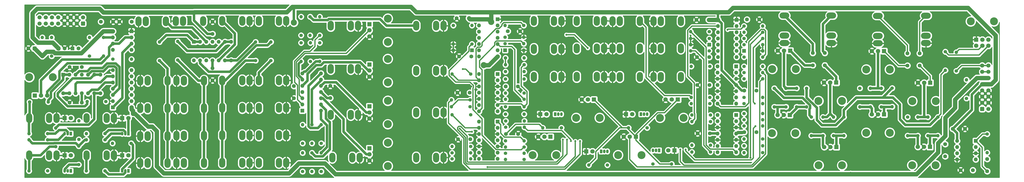
<source format=gbl>
G04 #@! TF.GenerationSoftware,KiCad,Pcbnew,(5.1.10)-1*
G04 #@! TF.CreationDate,2022-02-04T18:39:41-05:00*
G04 #@! TF.ProjectId,Utility_board,5574696c-6974-4795-9f62-6f6172642e6b,rev?*
G04 #@! TF.SameCoordinates,Original*
G04 #@! TF.FileFunction,Copper,L2,Bot*
G04 #@! TF.FilePolarity,Positive*
%FSLAX46Y46*%
G04 Gerber Fmt 4.6, Leading zero omitted, Abs format (unit mm)*
G04 Created by KiCad (PCBNEW (5.1.10)-1) date 2022-02-04 18:39:41*
%MOMM*%
%LPD*%
G01*
G04 APERTURE LIST*
G04 #@! TA.AperFunction,ComponentPad*
%ADD10C,1.400000*%
G04 #@! TD*
G04 #@! TA.AperFunction,ComponentPad*
%ADD11O,1.400000X1.400000*%
G04 #@! TD*
G04 #@! TA.AperFunction,ComponentPad*
%ADD12O,2.500000X4.000000*%
G04 #@! TD*
G04 #@! TA.AperFunction,ComponentPad*
%ADD13R,1.050000X1.500000*%
G04 #@! TD*
G04 #@! TA.AperFunction,ComponentPad*
%ADD14O,1.050000X1.500000*%
G04 #@! TD*
G04 #@! TA.AperFunction,ComponentPad*
%ADD15C,1.600000*%
G04 #@! TD*
G04 #@! TA.AperFunction,ComponentPad*
%ADD16R,1.600000X1.600000*%
G04 #@! TD*
G04 #@! TA.AperFunction,ComponentPad*
%ADD17O,1.500000X1.500000*%
G04 #@! TD*
G04 #@! TA.AperFunction,ComponentPad*
%ADD18R,1.500000X1.500000*%
G04 #@! TD*
G04 #@! TA.AperFunction,ComponentPad*
%ADD19C,1.800000*%
G04 #@! TD*
G04 #@! TA.AperFunction,ComponentPad*
%ADD20R,1.800000X1.800000*%
G04 #@! TD*
G04 #@! TA.AperFunction,ComponentPad*
%ADD21C,1.700000*%
G04 #@! TD*
G04 #@! TA.AperFunction,ComponentPad*
%ADD22O,1.600000X1.600000*%
G04 #@! TD*
G04 #@! TA.AperFunction,ComponentPad*
%ADD23C,3.240000*%
G04 #@! TD*
G04 #@! TA.AperFunction,ComponentPad*
%ADD24O,4.000000X2.500000*%
G04 #@! TD*
G04 #@! TA.AperFunction,ViaPad*
%ADD25C,0.800000*%
G04 #@! TD*
G04 #@! TA.AperFunction,ViaPad*
%ADD26C,2.500000*%
G04 #@! TD*
G04 #@! TA.AperFunction,Conductor*
%ADD27C,1.000000*%
G04 #@! TD*
G04 #@! TA.AperFunction,Conductor*
%ADD28C,0.500000*%
G04 #@! TD*
G04 #@! TA.AperFunction,Conductor*
%ADD29C,1.750000*%
G04 #@! TD*
G04 #@! TA.AperFunction,Conductor*
%ADD30C,0.254000*%
G04 #@! TD*
G04 #@! TA.AperFunction,Conductor*
%ADD31C,0.100000*%
G04 #@! TD*
G04 APERTURE END LIST*
D10*
X427583600Y-79656940D03*
D11*
X427583600Y-87276940D03*
D12*
X35869000Y-73152000D03*
X44069000Y-73152000D03*
X47069000Y-73152000D03*
D13*
X293497000Y-86360000D03*
D14*
X290957000Y-86360000D03*
X292227000Y-86360000D03*
D15*
X211662000Y-47879000D03*
X216662000Y-47879000D03*
X313944000Y-48133000D03*
X308944000Y-48133000D03*
X35600000Y-44577000D03*
D16*
X38100000Y-44577000D03*
D15*
X56094000Y-44577000D03*
D16*
X53594000Y-44577000D03*
X47879000Y-44577000D03*
D15*
X50379000Y-44577000D03*
X314198000Y-79375000D03*
X309198000Y-79375000D03*
X230712000Y-60198000D03*
X235712000Y-60198000D03*
X52404000Y-66802000D03*
X57404000Y-66802000D03*
X230839000Y-79629000D03*
X235839000Y-79629000D03*
X333248000Y-61849000D03*
X328248000Y-61849000D03*
X309071000Y-59563000D03*
X314071000Y-59563000D03*
X159004000Y-64944000D03*
X159004000Y-59944000D03*
X333248000Y-78867000D03*
X328248000Y-78867000D03*
X110871000Y-33655000D03*
X110871000Y-38655000D03*
X110871000Y-52705000D03*
X110871000Y-57705000D03*
X211027000Y-62738000D03*
X216027000Y-62738000D03*
X57404000Y-52197000D03*
X52404000Y-52197000D03*
X216281000Y-81788000D03*
X211281000Y-81788000D03*
X144145000Y-60024000D03*
X144145000Y-65024000D03*
X77771000Y-33655000D03*
X72771000Y-33655000D03*
X70231000Y-33655000D03*
X65231000Y-33655000D03*
D17*
X209296000Y-45339000D03*
D18*
X216916000Y-45339000D03*
X313944000Y-43053000D03*
D17*
X306324000Y-43053000D03*
X238125000Y-45339000D03*
D18*
X230505000Y-45339000D03*
X328168000Y-45593000D03*
D17*
X335788000Y-45593000D03*
D19*
X266192000Y-86741000D03*
D20*
X263652000Y-86741000D03*
X299720000Y-86360000D03*
D19*
X297180000Y-86360000D03*
X247396000Y-71501000D03*
D20*
X244856000Y-71501000D03*
X279908000Y-71501000D03*
D19*
X282448000Y-71501000D03*
D20*
X50419000Y-73152000D03*
D19*
X52959000Y-73152000D03*
X76454000Y-73152000D03*
D20*
X73914000Y-73152000D03*
D19*
X52959000Y-88392000D03*
D20*
X50419000Y-88392000D03*
X73914000Y-88392000D03*
D19*
X76454000Y-88392000D03*
G04 #@! TA.AperFunction,ComponentPad*
G36*
G01*
X58512000Y-35267000D02*
X57312000Y-35267000D01*
G75*
G02*
X57062000Y-35017000I0J250000D01*
G01*
X57062000Y-33817000D01*
G75*
G02*
X57312000Y-33567000I250000J0D01*
G01*
X58512000Y-33567000D01*
G75*
G02*
X58762000Y-33817000I0J-250000D01*
G01*
X58762000Y-35017000D01*
G75*
G02*
X58512000Y-35267000I-250000J0D01*
G01*
G37*
G04 #@! TD.AperFunction*
D21*
X55372000Y-34417000D03*
X52832000Y-34417000D03*
X50292000Y-34417000D03*
X47752000Y-34417000D03*
X45212000Y-34417000D03*
X42672000Y-34417000D03*
X40132000Y-34417000D03*
X57912000Y-31877000D03*
X55372000Y-31877000D03*
X52832000Y-31877000D03*
X50292000Y-31877000D03*
X47752000Y-31877000D03*
X45212000Y-31877000D03*
X42672000Y-31877000D03*
X40132000Y-31877000D03*
D13*
X269748000Y-86741000D03*
D14*
X272288000Y-86741000D03*
X271018000Y-86741000D03*
X252222000Y-71501000D03*
X253492000Y-71501000D03*
D13*
X250952000Y-71501000D03*
X286004000Y-71501000D03*
D14*
X288544000Y-71501000D03*
X287274000Y-71501000D03*
X51689000Y-79502000D03*
X50419000Y-79502000D03*
D13*
X52959000Y-79502000D03*
D14*
X75184000Y-79502000D03*
X73914000Y-79502000D03*
D13*
X76454000Y-79502000D03*
D14*
X51689000Y-94742000D03*
X50419000Y-94742000D03*
D13*
X52959000Y-94742000D03*
X76454000Y-94742000D03*
D14*
X73914000Y-94742000D03*
X75184000Y-94742000D03*
D10*
X230759000Y-76835000D03*
D11*
X238379000Y-76835000D03*
X238379000Y-74295000D03*
D10*
X230759000Y-74295000D03*
D11*
X335788000Y-76327000D03*
D10*
X328168000Y-76327000D03*
X328168000Y-71247000D03*
D11*
X335788000Y-71247000D03*
X238252000Y-54102000D03*
D10*
X230632000Y-54102000D03*
D11*
X238252000Y-57150000D03*
D10*
X230632000Y-57150000D03*
X328168000Y-57023000D03*
D11*
X335788000Y-57023000D03*
X335788000Y-54483000D03*
D10*
X328168000Y-54483000D03*
X230632000Y-71501000D03*
D11*
X238252000Y-71501000D03*
X335788000Y-73787000D03*
D10*
X328168000Y-73787000D03*
D11*
X238252000Y-48514000D03*
D10*
X230632000Y-48514000D03*
X328168000Y-51943000D03*
D11*
X335788000Y-51943000D03*
D10*
X230632000Y-82423000D03*
D11*
X238252000Y-82423000D03*
X335788000Y-84455000D03*
D10*
X328168000Y-84455000D03*
D11*
X230632000Y-51308000D03*
D10*
X238252000Y-51308000D03*
X216408000Y-84709000D03*
D11*
X208788000Y-84709000D03*
D10*
X328168000Y-64643000D03*
D11*
X335788000Y-64643000D03*
X306832000Y-84201000D03*
D10*
X314452000Y-84201000D03*
D11*
X208534000Y-65659000D03*
D10*
X216154000Y-65659000D03*
X314198000Y-64643000D03*
D11*
X306578000Y-64643000D03*
X216408000Y-87376000D03*
D10*
X208788000Y-87376000D03*
X314452000Y-86995000D03*
D11*
X306832000Y-86995000D03*
D10*
X216154000Y-68453000D03*
D11*
X208534000Y-68453000D03*
X306578000Y-67183000D03*
D10*
X314198000Y-67183000D03*
D11*
X238252000Y-87503000D03*
D10*
X230632000Y-87503000D03*
X335788000Y-81661000D03*
D11*
X328168000Y-81661000D03*
D10*
X230632000Y-68453000D03*
D11*
X238252000Y-68453000D03*
X335788000Y-67183000D03*
D10*
X328168000Y-67183000D03*
D11*
X230632000Y-90043000D03*
D10*
X238252000Y-90043000D03*
X335788000Y-87249000D03*
D11*
X328168000Y-87249000D03*
D10*
X238252000Y-62865000D03*
D11*
X230632000Y-62865000D03*
X230632000Y-84963000D03*
D10*
X238252000Y-84963000D03*
X208788000Y-89789000D03*
D11*
X216408000Y-89789000D03*
X328168000Y-37973000D03*
D10*
X335788000Y-37973000D03*
D11*
X306324000Y-37719000D03*
D10*
X313944000Y-37719000D03*
D11*
X306324000Y-45593000D03*
D10*
X313944000Y-45593000D03*
D11*
X230632000Y-65405000D03*
D10*
X238252000Y-65405000D03*
X230505000Y-42672000D03*
D11*
X238125000Y-42672000D03*
D10*
X328168000Y-40513000D03*
D11*
X335788000Y-40513000D03*
D10*
X328168000Y-48133000D03*
D11*
X335788000Y-48133000D03*
D10*
X216916000Y-42799000D03*
D11*
X209296000Y-42799000D03*
X306324000Y-40513000D03*
D10*
X313944000Y-40513000D03*
X230505000Y-40005000D03*
D11*
X238125000Y-40005000D03*
X264668000Y-92329000D03*
D10*
X272288000Y-92329000D03*
X328168000Y-43053000D03*
D11*
X335788000Y-43053000D03*
D10*
X290957000Y-91948000D03*
D11*
X298577000Y-91948000D03*
D10*
X253492000Y-77089000D03*
D11*
X245872000Y-77089000D03*
X280924000Y-77089000D03*
D10*
X288544000Y-77089000D03*
D11*
X216916000Y-35179000D03*
D10*
X209296000Y-35179000D03*
X314452000Y-74549000D03*
D11*
X306832000Y-74549000D03*
X230505000Y-35179000D03*
D10*
X238125000Y-35179000D03*
D11*
X335788000Y-35433000D03*
D10*
X328168000Y-35433000D03*
X216408000Y-71755000D03*
D11*
X208788000Y-71755000D03*
X306832000Y-71882000D03*
D10*
X314452000Y-71882000D03*
X216408000Y-55118000D03*
D11*
X208788000Y-55118000D03*
D10*
X314198000Y-51943000D03*
D11*
X306578000Y-51943000D03*
X154686000Y-31623000D03*
D10*
X154686000Y-39243000D03*
D11*
X150876000Y-42291000D03*
D10*
X150876000Y-49911000D03*
X151511000Y-75819000D03*
D11*
X151511000Y-83439000D03*
D10*
X151511000Y-87376000D03*
D11*
X151511000Y-94996000D03*
X147066000Y-31623000D03*
D10*
X147066000Y-39243000D03*
D11*
X147066000Y-49911000D03*
D10*
X147066000Y-42291000D03*
X147701000Y-83439000D03*
D11*
X147701000Y-75819000D03*
X147701000Y-87376000D03*
D10*
X147701000Y-94996000D03*
X150749000Y-31623000D03*
D11*
X150749000Y-39243000D03*
D10*
X154686000Y-42291000D03*
D11*
X154686000Y-49911000D03*
X155321000Y-75819000D03*
D10*
X155321000Y-83439000D03*
X155321000Y-94996000D03*
D11*
X155321000Y-87376000D03*
X77724000Y-49022000D03*
D10*
X70104000Y-49022000D03*
X66294000Y-40132000D03*
D11*
X66294000Y-47752000D03*
X35814000Y-79502000D03*
D10*
X43434000Y-79502000D03*
D11*
X35814000Y-82042000D03*
D10*
X43434000Y-82042000D03*
X66929000Y-79502000D03*
D11*
X59309000Y-79502000D03*
X59309000Y-82042000D03*
D10*
X66929000Y-82042000D03*
D11*
X35814000Y-94742000D03*
D10*
X43434000Y-94742000D03*
X56134000Y-92202000D03*
D11*
X56134000Y-84582000D03*
D10*
X66929000Y-94742000D03*
D11*
X59309000Y-94742000D03*
X69977000Y-83439000D03*
D10*
X77597000Y-83439000D03*
D22*
X219837000Y-55118000D03*
X227457000Y-70358000D03*
X219837000Y-57658000D03*
X227457000Y-67818000D03*
X219837000Y-60198000D03*
X227457000Y-65278000D03*
X219837000Y-62738000D03*
X227457000Y-62738000D03*
X219837000Y-65278000D03*
X227457000Y-60198000D03*
X219837000Y-67818000D03*
X227457000Y-57658000D03*
X219837000Y-70358000D03*
D16*
X227457000Y-55118000D03*
X227457000Y-74549000D03*
D22*
X219837000Y-89789000D03*
X227457000Y-77089000D03*
X219837000Y-87249000D03*
X227457000Y-79629000D03*
X219837000Y-84709000D03*
X227457000Y-82169000D03*
X219837000Y-82169000D03*
X227457000Y-84709000D03*
X219837000Y-79629000D03*
X227457000Y-87249000D03*
X219837000Y-77089000D03*
X227457000Y-89789000D03*
X219837000Y-74549000D03*
X317373000Y-51943000D03*
X324993000Y-67183000D03*
X317373000Y-54483000D03*
X324993000Y-64643000D03*
X317373000Y-57023000D03*
X324993000Y-62103000D03*
X317373000Y-59563000D03*
X324993000Y-59563000D03*
X317373000Y-62103000D03*
X324993000Y-57023000D03*
X317373000Y-64643000D03*
X324993000Y-54483000D03*
X317373000Y-67183000D03*
D16*
X324993000Y-51943000D03*
X324993000Y-71882000D03*
D22*
X317373000Y-87122000D03*
X324993000Y-74422000D03*
X317373000Y-84582000D03*
X324993000Y-76962000D03*
X317373000Y-82042000D03*
X324993000Y-79502000D03*
X317373000Y-79502000D03*
X324993000Y-82042000D03*
X317373000Y-76962000D03*
X324993000Y-84582000D03*
X317373000Y-74422000D03*
X324993000Y-87122000D03*
X317373000Y-71882000D03*
D16*
X103251000Y-41910000D03*
D22*
X118491000Y-49530000D03*
X105791000Y-41910000D03*
X115951000Y-49530000D03*
X108331000Y-41910000D03*
X113411000Y-49530000D03*
X110871000Y-41910000D03*
X110871000Y-49530000D03*
X113411000Y-41910000D03*
X108331000Y-49530000D03*
X115951000Y-41910000D03*
X105791000Y-49530000D03*
X118491000Y-41910000D03*
X103251000Y-49530000D03*
D16*
X147574000Y-70104000D03*
D22*
X155194000Y-54864000D03*
X147574000Y-67564000D03*
X155194000Y-57404000D03*
X147574000Y-65024000D03*
X155194000Y-59944000D03*
X147574000Y-62484000D03*
X155194000Y-62484000D03*
X147574000Y-59944000D03*
X155194000Y-65024000D03*
X147574000Y-57404000D03*
X155194000Y-67564000D03*
X147574000Y-54864000D03*
X155194000Y-70104000D03*
D16*
X49784000Y-55372000D03*
D22*
X65024000Y-62992000D03*
X52324000Y-55372000D03*
X62484000Y-62992000D03*
X54864000Y-55372000D03*
X59944000Y-62992000D03*
X57404000Y-55372000D03*
X57404000Y-62992000D03*
X59944000Y-55372000D03*
X54864000Y-62992000D03*
X62484000Y-55372000D03*
X52324000Y-62992000D03*
X65024000Y-55372000D03*
X49784000Y-62992000D03*
X219837000Y-32639000D03*
X227457000Y-47879000D03*
X219837000Y-35179000D03*
X227457000Y-45339000D03*
X219837000Y-37719000D03*
X227457000Y-42799000D03*
X219837000Y-40259000D03*
X227457000Y-40259000D03*
X219837000Y-42799000D03*
X227457000Y-37719000D03*
X219837000Y-45339000D03*
X227457000Y-35179000D03*
X219837000Y-47879000D03*
D16*
X227457000Y-32639000D03*
D22*
X317500000Y-32893000D03*
X325120000Y-48133000D03*
X317500000Y-35433000D03*
X325120000Y-45593000D03*
X317500000Y-37973000D03*
X325120000Y-43053000D03*
X317500000Y-40513000D03*
X325120000Y-40513000D03*
X317500000Y-43053000D03*
X325120000Y-37973000D03*
X317500000Y-45593000D03*
X325120000Y-35433000D03*
X317500000Y-48133000D03*
D16*
X325120000Y-32893000D03*
D12*
X270957000Y-44577000D03*
X267957000Y-44577000D03*
X259757000Y-44577000D03*
X302332000Y-44577000D03*
X294132000Y-44577000D03*
X291132000Y-44577000D03*
X253457000Y-44831000D03*
X250457000Y-44831000D03*
X242257000Y-44831000D03*
X285568000Y-44577000D03*
X277368000Y-44577000D03*
X274368000Y-44577000D03*
X259757000Y-33295000D03*
X267957000Y-33295000D03*
X270957000Y-33295000D03*
X302332000Y-33401000D03*
X294132000Y-33401000D03*
X291132000Y-33401000D03*
X242257000Y-33295000D03*
X250457000Y-33295000D03*
X253457000Y-33295000D03*
X274368000Y-33401000D03*
X277368000Y-33401000D03*
X285568000Y-33401000D03*
X259757000Y-56211000D03*
X267957000Y-56211000D03*
X270957000Y-56211000D03*
X291132000Y-56261000D03*
X294132000Y-56261000D03*
X302332000Y-56261000D03*
X253457000Y-56211000D03*
X250457000Y-56211000D03*
X242257000Y-56211000D03*
X274368000Y-56261000D03*
X277368000Y-56261000D03*
X285568000Y-56261000D03*
X126001000Y-33295000D03*
X123001000Y-33295000D03*
X114801000Y-33295000D03*
X91766000Y-33540000D03*
X83566000Y-33540000D03*
X80566000Y-33540000D03*
X107006000Y-33380000D03*
X98806000Y-33380000D03*
X95806000Y-33380000D03*
X129801000Y-33295000D03*
X138001000Y-33295000D03*
X141001000Y-33295000D03*
X114801000Y-57700000D03*
X123001000Y-57700000D03*
X126001000Y-57700000D03*
X126001000Y-68930000D03*
X123001000Y-68930000D03*
X114801000Y-68930000D03*
X114801000Y-80160000D03*
X123001000Y-80160000D03*
X126001000Y-80160000D03*
X81291000Y-91525000D03*
X84291000Y-91525000D03*
X92491000Y-91525000D03*
X92491000Y-80455000D03*
X84291000Y-80455000D03*
X81291000Y-80455000D03*
X81291000Y-69065000D03*
X84291000Y-69065000D03*
X92491000Y-69065000D03*
X96136000Y-91525000D03*
X99136000Y-91525000D03*
X107336000Y-91525000D03*
X107336000Y-80295000D03*
X99136000Y-80295000D03*
X96136000Y-80295000D03*
X96136000Y-69065000D03*
X99136000Y-69065000D03*
X107336000Y-69065000D03*
X126001000Y-91390000D03*
X123001000Y-91390000D03*
X114801000Y-91390000D03*
X141001000Y-57700000D03*
X138001000Y-57700000D03*
X129801000Y-57700000D03*
X129801000Y-68930000D03*
X138001000Y-68930000D03*
X141001000Y-68930000D03*
X141001000Y-80160000D03*
X138001000Y-80160000D03*
X129801000Y-80160000D03*
X92491000Y-57835000D03*
X84291000Y-57835000D03*
X81291000Y-57835000D03*
X96136000Y-57835000D03*
X99136000Y-57835000D03*
X107336000Y-57835000D03*
X129801000Y-91390000D03*
X138001000Y-91390000D03*
X141001000Y-91390000D03*
X170386000Y-35306000D03*
X167386000Y-35306000D03*
X159186000Y-35306000D03*
X159186000Y-52959000D03*
X167386000Y-52959000D03*
X170386000Y-52959000D03*
X170386000Y-71755000D03*
X167386000Y-71755000D03*
X159186000Y-71755000D03*
X171021000Y-89281000D03*
X168021000Y-89281000D03*
X159821000Y-89281000D03*
X205311000Y-35306000D03*
X202311000Y-35306000D03*
X194111000Y-35306000D03*
X194111000Y-53721000D03*
X202311000Y-53721000D03*
X205311000Y-53721000D03*
X194111000Y-70866000D03*
X202311000Y-70866000D03*
X205311000Y-70866000D03*
X194111000Y-89281000D03*
X202311000Y-89281000D03*
X205311000Y-89281000D03*
D16*
X77724000Y-37592000D03*
D22*
X70104000Y-45212000D03*
X77724000Y-40132000D03*
X70104000Y-42672000D03*
X77724000Y-42672000D03*
X70104000Y-40132000D03*
X77724000Y-45212000D03*
X70104000Y-37592000D03*
D12*
X70564000Y-73152000D03*
X67564000Y-73152000D03*
X59364000Y-73152000D03*
X35869000Y-88392000D03*
X44069000Y-88392000D03*
X47069000Y-88392000D03*
X70564000Y-88392000D03*
X67564000Y-88392000D03*
X59364000Y-88392000D03*
D16*
X70104000Y-68707000D03*
D22*
X77724000Y-53467000D03*
X70104000Y-66167000D03*
X77724000Y-56007000D03*
X70104000Y-63627000D03*
X77724000Y-58547000D03*
X70104000Y-61087000D03*
X77724000Y-61087000D03*
X70104000Y-58547000D03*
X77724000Y-63627000D03*
X70104000Y-56007000D03*
X77724000Y-66167000D03*
X70104000Y-53467000D03*
X77724000Y-68707000D03*
D20*
X175006000Y-34671000D03*
D19*
X175006000Y-37171000D03*
X175006000Y-39671000D03*
D23*
X182506000Y-41971000D03*
X182506000Y-32371000D03*
X182506000Y-48881000D03*
X182506000Y-58481000D03*
D19*
X175006000Y-56181000D03*
X175006000Y-53681000D03*
D20*
X175006000Y-51181000D03*
D23*
X182506000Y-66026000D03*
X182506000Y-75626000D03*
D19*
X175006000Y-73326000D03*
X175006000Y-70826000D03*
D20*
X175006000Y-68326000D03*
X175006000Y-85471000D03*
D19*
X175006000Y-87971000D03*
X175006000Y-90471000D03*
D23*
X182506000Y-92771000D03*
X182506000Y-83171000D03*
D20*
X38227000Y-63881000D03*
D19*
X40727000Y-63881000D03*
X43227000Y-63881000D03*
D23*
X45527000Y-56381000D03*
X35927000Y-56381000D03*
D20*
X266827000Y-65532000D03*
D19*
X264327000Y-65532000D03*
X261827000Y-65532000D03*
D23*
X259527000Y-73032000D03*
X269127000Y-73032000D03*
D20*
X301117000Y-65532000D03*
D19*
X298617000Y-65532000D03*
X296117000Y-65532000D03*
D23*
X293817000Y-73032000D03*
X303417000Y-73032000D03*
X251347000Y-88272000D03*
X241747000Y-88272000D03*
D19*
X244047000Y-80772000D03*
X246547000Y-80772000D03*
D20*
X249047000Y-80772000D03*
D23*
X286272000Y-88272000D03*
X276672000Y-88272000D03*
D19*
X278972000Y-80772000D03*
X281472000Y-80772000D03*
D20*
X283972000Y-80772000D03*
D10*
X60579000Y-47752000D03*
D11*
X60579000Y-40132000D03*
D10*
X45085000Y-47752000D03*
D11*
X45085000Y-40132000D03*
X41275000Y-40132000D03*
D10*
X41275000Y-47752000D03*
D15*
X231584500Y-37592000D03*
X236584500Y-37592000D03*
X421744140Y-94447360D03*
X416744140Y-94447360D03*
X413480240Y-77536040D03*
X418480240Y-77536040D03*
X308737000Y-32893000D03*
X313737000Y-32893000D03*
X399986500Y-51625500D03*
X399986500Y-46625500D03*
X356298500Y-46498500D03*
X356298500Y-51498500D03*
X361188000Y-51498500D03*
X361188000Y-46498500D03*
X394970000Y-46625500D03*
X394970000Y-51625500D03*
X410423360Y-83794600D03*
X410423360Y-88794600D03*
X427609000Y-89899480D03*
X427609000Y-94899480D03*
D11*
X403352000Y-72707500D03*
D10*
X403352000Y-80327500D03*
D11*
X399224500Y-72707500D03*
D10*
X399224500Y-80327500D03*
X349694500Y-68516500D03*
D11*
X349694500Y-60896500D03*
X345313000Y-60896500D03*
D10*
X345313000Y-68516500D03*
X364744000Y-80327500D03*
D11*
X364744000Y-72707500D03*
X360426000Y-72707500D03*
D10*
X360426000Y-80327500D03*
D11*
X384302000Y-60896500D03*
D10*
X384302000Y-68516500D03*
X379793500Y-68516500D03*
D11*
X379793500Y-60896500D03*
D10*
X407416000Y-72707500D03*
D11*
X407416000Y-80327500D03*
X395033500Y-80327500D03*
D10*
X395033500Y-72707500D03*
D11*
X353758500Y-68516500D03*
D10*
X353758500Y-60896500D03*
X340550500Y-60896500D03*
D11*
X340550500Y-68516500D03*
X368998500Y-80327500D03*
D10*
X368998500Y-72707500D03*
X355663500Y-72707500D03*
D11*
X355663500Y-80327500D03*
X388747000Y-68453000D03*
D10*
X388747000Y-60833000D03*
X375539000Y-60896500D03*
D11*
X375539000Y-68516500D03*
X410446220Y-53578760D03*
D10*
X410446220Y-45958760D03*
D11*
X414990280Y-46192440D03*
D10*
X414990280Y-53812440D03*
X419138100Y-65057020D03*
D11*
X419138100Y-57437020D03*
D20*
X404290500Y-58667000D03*
D19*
X401790500Y-58667000D03*
X399290500Y-58667000D03*
D23*
X396990500Y-66167000D03*
X406590500Y-66167000D03*
X349313500Y-53022500D03*
X339713500Y-53022500D03*
D19*
X342013500Y-45522500D03*
X344513500Y-45522500D03*
D20*
X347013500Y-45522500D03*
D23*
X368184500Y-66103500D03*
X358584500Y-66103500D03*
D19*
X360884500Y-58603500D03*
X363384500Y-58603500D03*
D20*
X365884500Y-58603500D03*
D23*
X387742500Y-53213000D03*
X378142500Y-53213000D03*
D19*
X380442500Y-45713000D03*
X382942500Y-45713000D03*
D20*
X385442500Y-45713000D03*
X404227000Y-84892500D03*
D19*
X401727000Y-84892500D03*
X399227000Y-84892500D03*
D23*
X396927000Y-92392500D03*
X406527000Y-92392500D03*
X349200500Y-79318500D03*
X339600500Y-79318500D03*
D19*
X341900500Y-71818500D03*
X344400500Y-71818500D03*
D20*
X346900500Y-71818500D03*
X365950500Y-84963000D03*
D19*
X363450500Y-84963000D03*
X360950500Y-84963000D03*
D23*
X358650500Y-92463000D03*
X368250500Y-92463000D03*
D20*
X385445000Y-71628000D03*
D19*
X382945000Y-71628000D03*
X380445000Y-71628000D03*
D23*
X378145000Y-79128000D03*
X387745000Y-79128000D03*
D24*
X402526500Y-42418000D03*
X402526500Y-39418000D03*
X402526500Y-31218000D03*
X344678000Y-31154500D03*
X344678000Y-39354500D03*
X344678000Y-42354500D03*
X363855000Y-42354500D03*
X363855000Y-39354500D03*
X363855000Y-31154500D03*
X382905000Y-42481500D03*
X382905000Y-39481500D03*
X382905000Y-31281500D03*
D15*
X210693000Y-32258000D03*
X215693000Y-32258000D03*
X334391000Y-32766000D03*
X329391000Y-32766000D03*
D19*
X423100500Y-43521000D03*
X425600500Y-43521000D03*
X428100500Y-43521000D03*
D23*
X420850500Y-33521000D03*
X430350500Y-33521000D03*
D19*
X428100500Y-41021000D03*
X425600500Y-41021000D03*
D20*
X423100500Y-41021000D03*
G04 #@! TA.AperFunction,ComponentPad*
G36*
G01*
X424691440Y-70002960D02*
X424691440Y-68802960D01*
G75*
G02*
X424941440Y-68552960I250000J0D01*
G01*
X426141440Y-68552960D01*
G75*
G02*
X426391440Y-68802960I0J-250000D01*
G01*
X426391440Y-70002960D01*
G75*
G02*
X426141440Y-70252960I-250000J0D01*
G01*
X424941440Y-70252960D01*
G75*
G02*
X424691440Y-70002960I0J250000D01*
G01*
G37*
G04 #@! TD.AperFunction*
D21*
X425541440Y-66862960D03*
X425541440Y-64322960D03*
X425541440Y-61782960D03*
X425541440Y-59242960D03*
X425541440Y-56702960D03*
X425541440Y-54162960D03*
X425541440Y-51622960D03*
X428081440Y-69402960D03*
X428081440Y-66862960D03*
X428081440Y-64322960D03*
X428081440Y-61782960D03*
X428081440Y-59242960D03*
X428081440Y-56702960D03*
X428081440Y-54162960D03*
X428081440Y-51622960D03*
D10*
X128478280Y-49565560D03*
D11*
X128478280Y-41945560D03*
X89179400Y-41945560D03*
D10*
X89179400Y-49565560D03*
X96641920Y-49367440D03*
D11*
X96641920Y-41747440D03*
X134741920Y-41945560D03*
D10*
X134741920Y-49565560D03*
D16*
X422894760Y-82453480D03*
D22*
X415274760Y-90073480D03*
X422894760Y-84993480D03*
X415274760Y-87533480D03*
X422894760Y-87533480D03*
X415274760Y-84993480D03*
X422894760Y-90073480D03*
X415274760Y-82453480D03*
D11*
X43662600Y-66522600D03*
D10*
X36042600Y-66522600D03*
X67259200Y-66344800D03*
D11*
X59639200Y-66344800D03*
D10*
X46761400Y-84785200D03*
D11*
X46761400Y-77165200D03*
X56184800Y-74218800D03*
D10*
X56184800Y-81838800D03*
D25*
X228981000Y-64135000D03*
X233235500Y-55626000D03*
X233235500Y-49911000D03*
X233235500Y-48196500D03*
X233235500Y-46609000D03*
X228663500Y-49911000D03*
X233235500Y-58674000D03*
X234696000Y-65024000D03*
X233172000Y-65913000D03*
X233172000Y-63754000D03*
X216027000Y-59563000D03*
X216027000Y-60833000D03*
X216662000Y-60198000D03*
X218313000Y-61468000D03*
X218186000Y-58801000D03*
X310388000Y-57023000D03*
X309245000Y-57023000D03*
X308102000Y-56388000D03*
X306959000Y-55499000D03*
X310388000Y-62484000D03*
X309118000Y-62484000D03*
D26*
X300482000Y-38481000D03*
X295148000Y-38608000D03*
X298196000Y-34925000D03*
X297942000Y-41910000D03*
D25*
X311023000Y-45085000D03*
X310134000Y-43942000D03*
X309118000Y-42799000D03*
X308229000Y-42037000D03*
X308229000Y-43942000D03*
X309880000Y-45212000D03*
D26*
X291592000Y-49784000D03*
X287020000Y-62992000D03*
D25*
X406082500Y-47307500D03*
X406082500Y-48831500D03*
X406082500Y-50546000D03*
X407352500Y-47942500D03*
X407352500Y-49657000D03*
D26*
X252666500Y-63690500D03*
X258381500Y-63690500D03*
X256349500Y-68516500D03*
X321119500Y-33274000D03*
X340106000Y-36385500D03*
X354076000Y-35496500D03*
X374269000Y-36068000D03*
X343979500Y-89662000D03*
X383032000Y-89471500D03*
X410654500Y-31115000D03*
X405828500Y-35623500D03*
X420497000Y-37719000D03*
D25*
X330835000Y-89408000D03*
X257429000Y-82550000D03*
X304292000Y-85979000D03*
X332867000Y-76454000D03*
X302133000Y-85979000D03*
X259207000Y-82550000D03*
X223266000Y-93218000D03*
X255524000Y-38989000D03*
X264287000Y-44450000D03*
X261112000Y-82550000D03*
X332613000Y-67183000D03*
X321437000Y-36957000D03*
X216916000Y-78740000D03*
X255778000Y-81915000D03*
X213233000Y-53086000D03*
X254127000Y-81915000D03*
X211899500Y-77406500D03*
D26*
X221712001Y-51464999D03*
X224790000Y-33782000D03*
X144145000Y-34036000D03*
D27*
X70104000Y-42672000D02*
X72644000Y-42672000D01*
X75184000Y-40132000D02*
X77724000Y-40132000D01*
X72644000Y-42672000D02*
X75184000Y-40132000D01*
X68603999Y-44172001D02*
X70104000Y-42672000D01*
X68603999Y-47514003D02*
X68603999Y-44172001D01*
X65421003Y-50696999D02*
X68603999Y-47514003D01*
X51598999Y-50696999D02*
X65421003Y-50696999D01*
X48283999Y-54011999D02*
X51598999Y-50696999D01*
X48283999Y-57224000D02*
X48283999Y-54011999D01*
X43227000Y-62280999D02*
X48283999Y-57224000D01*
X43227000Y-63881000D02*
X43227000Y-62280999D01*
D28*
X399986500Y-33758000D02*
X402526500Y-31218000D01*
X399986500Y-46625500D02*
X399986500Y-33758000D01*
X404290500Y-55929500D02*
X399986500Y-51625500D01*
X404290500Y-58667000D02*
X404290500Y-55929500D01*
D27*
X352989500Y-51498500D02*
X347013500Y-45522500D01*
X356298500Y-51498500D02*
X352989500Y-51498500D01*
X356298500Y-42775000D02*
X344678000Y-31154500D01*
X356298500Y-46498500D02*
X356298500Y-42775000D01*
X360388001Y-34621499D02*
X363855000Y-31154500D01*
X360388001Y-45698501D02*
X360388001Y-34621499D01*
X361188000Y-46498500D02*
X360388001Y-45698501D01*
X365884500Y-56195000D02*
X361188000Y-51498500D01*
X365884500Y-58603500D02*
X365884500Y-56195000D01*
D28*
X391355000Y-51625500D02*
X385442500Y-45713000D01*
X394970000Y-51625500D02*
X391355000Y-51625500D01*
X394970000Y-43346500D02*
X382905000Y-31281500D01*
X394970000Y-46625500D02*
X394970000Y-43346500D01*
X424279059Y-47342441D02*
X428100500Y-43521000D01*
X410446220Y-45958760D02*
X411829901Y-47342441D01*
X412623619Y-47342441D02*
X424279059Y-47342441D01*
X411829901Y-47342441D02*
X412623619Y-47342441D01*
D27*
X360045000Y-76009500D02*
X365696500Y-76009500D01*
X357949500Y-73914000D02*
X360045000Y-76009500D01*
X365696500Y-76009500D02*
X368998500Y-72707500D01*
X357949500Y-68938428D02*
X357949500Y-73914000D01*
X353758500Y-64747428D02*
X357949500Y-68938428D01*
X353758500Y-60896500D02*
X353758500Y-64747428D01*
X368998500Y-72707500D02*
X368998500Y-69786500D01*
X368998500Y-69786500D02*
X374078500Y-64706500D01*
X384873500Y-64706500D02*
X388747000Y-60833000D01*
X374078500Y-64706500D02*
X384873500Y-64706500D01*
X389064500Y-64706500D02*
X384873500Y-64706500D01*
X391922000Y-73660000D02*
X391922000Y-67564000D01*
X391922000Y-67564000D02*
X389064500Y-64706500D01*
X394144500Y-75882500D02*
X391922000Y-73660000D01*
X404241000Y-75882500D02*
X394144500Y-75882500D01*
X407416000Y-72707500D02*
X404241000Y-75882500D01*
D28*
X408660501Y-71462999D02*
X408660501Y-55364479D01*
X408660501Y-55364479D02*
X410446220Y-53578760D01*
X407416000Y-72707500D02*
X408660501Y-71462999D01*
D27*
X76454000Y-79502000D02*
X76454000Y-73152000D01*
D28*
X330835000Y-89408000D02*
X330835000Y-42926000D01*
X330835000Y-42926000D02*
X335788000Y-37973000D01*
D27*
X43434000Y-79502000D02*
X46609000Y-79502000D01*
X51689000Y-78814575D02*
X51689000Y-79502000D01*
X48059010Y-78051990D02*
X50926415Y-78051990D01*
X50926415Y-78051990D02*
X51689000Y-78814575D01*
X46609000Y-79502000D02*
X48059010Y-78051990D01*
X47879000Y-82042000D02*
X43434000Y-82042000D01*
X50419000Y-79502000D02*
X47879000Y-82042000D01*
X75184000Y-78814575D02*
X75184000Y-79502000D01*
X68379010Y-78051990D02*
X74421415Y-78051990D01*
X74421415Y-78051990D02*
X75184000Y-78814575D01*
X66929000Y-79502000D02*
X68379010Y-78051990D01*
X69469000Y-79502000D02*
X66929000Y-82042000D01*
X73914000Y-79502000D02*
X69469000Y-79502000D01*
X52271575Y-92202000D02*
X56134000Y-92202000D01*
X50463990Y-94009585D02*
X52271575Y-92202000D01*
X50463990Y-94697010D02*
X50463990Y-94009585D01*
X50419000Y-94742000D02*
X50463990Y-94697010D01*
X73914000Y-94054575D02*
X73914000Y-94742000D01*
X78296999Y-89671576D02*
X73914000Y-94054575D01*
X78296999Y-84138999D02*
X78296999Y-89671576D01*
X77597000Y-83439000D02*
X78296999Y-84138999D01*
X75184000Y-95429425D02*
X75184000Y-94742000D01*
X74421415Y-96192010D02*
X75184000Y-95429425D01*
X68379010Y-96192010D02*
X74421415Y-96192010D01*
X66929000Y-94742000D02*
X68379010Y-96192010D01*
D28*
X239783001Y-78239001D02*
X238379000Y-76835000D01*
X253683686Y-78239001D02*
X239783001Y-78239001D01*
X257429000Y-81984315D02*
X253683686Y-78239001D01*
X257429000Y-82550000D02*
X257429000Y-81984315D01*
X331997999Y-89503003D02*
X331997999Y-77323001D01*
X331243001Y-90258001D02*
X331997999Y-89503003D01*
X331997999Y-77323001D02*
X332867000Y-76454000D01*
X332867000Y-76454000D02*
X332867000Y-76454000D01*
X304292000Y-86544685D02*
X304292000Y-85979000D01*
X308005316Y-90258001D02*
X304292000Y-86544685D01*
X331243001Y-90258001D02*
X308005316Y-90258001D01*
X302133000Y-90932000D02*
X302133000Y-85979000D01*
X331351049Y-92397991D02*
X303598991Y-92397991D01*
X334637999Y-89111041D02*
X331351049Y-92397991D01*
X334637999Y-58173001D02*
X334637999Y-89111041D01*
X303598991Y-92397991D02*
X302133000Y-90932000D01*
X335788000Y-57023000D02*
X334637999Y-58173001D01*
X281472000Y-90083000D02*
X281472000Y-80772000D01*
X284487001Y-93098001D02*
X281472000Y-90083000D01*
X331641001Y-93098001D02*
X284487001Y-93098001D01*
X336938001Y-87801001D02*
X331641001Y-93098001D01*
X336938001Y-55633001D02*
X336938001Y-87801001D01*
X335788000Y-54483000D02*
X336938001Y-55633001D01*
X228707001Y-75799001D02*
X227457000Y-74549000D01*
X228707001Y-79347003D02*
X228707001Y-75799001D01*
X230238999Y-80879001D02*
X228707001Y-79347003D01*
X236708001Y-80879001D02*
X230238999Y-80879001D01*
X238252000Y-82423000D02*
X236708001Y-80879001D01*
X230632000Y-51308000D02*
X230632000Y-48514000D01*
X227972001Y-67302999D02*
X227457000Y-67818000D01*
X237101999Y-67302999D02*
X227972001Y-67302999D01*
X238252000Y-68453000D02*
X237101999Y-67302999D01*
X239402001Y-67302999D02*
X238252000Y-68453000D01*
X239402001Y-62312999D02*
X239402001Y-67302999D01*
X237101999Y-60012997D02*
X239402001Y-62312999D01*
X237101999Y-52458001D02*
X237101999Y-60012997D01*
X238252000Y-51308000D02*
X237101999Y-52458001D01*
X259207000Y-88773000D02*
X254762000Y-93218000D01*
X259207000Y-82550000D02*
X259207000Y-88773000D01*
X254762000Y-93218000D02*
X223266000Y-93218000D01*
X223266000Y-93218000D02*
X223266000Y-93218000D01*
X255524000Y-38989000D02*
X258826000Y-38989000D01*
X258826000Y-38989000D02*
X264287000Y-44450000D01*
X264287000Y-44450000D02*
X264287000Y-44450000D01*
X209938001Y-77731001D02*
X213610980Y-81403980D01*
X216167075Y-94068001D02*
X254901962Y-94068001D01*
X254901962Y-94068001D02*
X261112000Y-87857963D01*
X213610980Y-91511906D02*
X216167075Y-94068001D01*
X213610980Y-81403980D02*
X213610980Y-91511906D01*
X261112000Y-87857963D02*
X261112000Y-82550000D01*
X261112000Y-82550000D02*
X261112000Y-82550000D01*
X207383999Y-75176999D02*
X209938001Y-77731001D01*
X207383999Y-66809001D02*
X207383999Y-75176999D01*
X208534000Y-65659000D02*
X207383999Y-66809001D01*
X211328000Y-65659000D02*
X208534000Y-68453000D01*
X216154000Y-65659000D02*
X211328000Y-65659000D01*
X295659824Y-63943001D02*
X288163000Y-56446177D01*
X305878001Y-63943001D02*
X295659824Y-63943001D01*
X306578000Y-64643000D02*
X305878001Y-63943001D01*
X288163000Y-35996000D02*
X285568000Y-33401000D01*
X288163000Y-56446177D02*
X288163000Y-35996000D01*
X308254002Y-45593000D02*
X311719990Y-49058988D01*
X306324000Y-45593000D02*
X308254002Y-45593000D01*
X311719990Y-84262990D02*
X314452000Y-86995000D01*
X311719990Y-49058988D02*
X311719990Y-84262990D01*
X236974999Y-41521999D02*
X238125000Y-42672000D01*
X226883999Y-41521999D02*
X236974999Y-41521999D01*
X226206999Y-42198999D02*
X226883999Y-41521999D01*
X226206999Y-43359003D02*
X226206999Y-42198999D01*
X220012000Y-52281000D02*
X220012000Y-49554002D01*
X221087001Y-53356001D02*
X220012000Y-52281000D01*
X221087001Y-69107999D02*
X221087001Y-53356001D01*
X220012000Y-49554002D02*
X226206999Y-43359003D01*
X219837000Y-70358000D02*
X221087001Y-69107999D01*
X336988001Y-37470999D02*
X336988001Y-46932999D01*
X335235999Y-36822999D02*
X336340001Y-36822999D01*
X336988001Y-46932999D02*
X335788000Y-48133000D01*
X330134990Y-41924008D02*
X335235999Y-36822999D01*
X336340001Y-36822999D02*
X336988001Y-37470999D01*
X330134990Y-66918012D02*
X330134990Y-41924008D01*
X328620001Y-68433001D02*
X330134990Y-66918012D01*
X318623001Y-68433001D02*
X328620001Y-68433001D01*
X317373000Y-67183000D02*
X318623001Y-68433001D01*
X323703001Y-85832001D02*
X324993000Y-87122000D01*
X314380999Y-85832001D02*
X323703001Y-85832001D01*
X312693999Y-84145001D02*
X314380999Y-85832001D01*
X312693999Y-44088999D02*
X312693999Y-84145001D01*
X306324000Y-37719000D02*
X312693999Y-44088999D01*
X331997999Y-44303001D02*
X331997999Y-66567999D01*
X335788000Y-40513000D02*
X331997999Y-44303001D01*
X331997999Y-66567999D02*
X332613000Y-67183000D01*
X332613000Y-67183000D02*
X332613000Y-67183000D01*
X215715999Y-45675003D02*
X215715999Y-43999001D01*
X207637999Y-53753003D02*
X215715999Y-45675003D01*
X207637999Y-55670001D02*
X207637999Y-53753003D01*
X215715999Y-43999001D02*
X216916000Y-42799000D01*
X238252000Y-84963000D02*
X237101999Y-86113001D01*
X237101999Y-86113001D02*
X228211001Y-86113001D01*
X228211001Y-86113001D02*
X228057001Y-85959001D01*
X217304001Y-60814001D02*
X217512001Y-60606001D01*
X228057001Y-85959001D02*
X226856999Y-85959001D01*
X226856999Y-85959001D02*
X221087001Y-80189003D01*
X216080012Y-58358010D02*
X210326008Y-58358010D01*
X221087001Y-80189003D02*
X221087001Y-73458003D01*
X221087001Y-73458003D02*
X217304001Y-69675003D01*
X217304001Y-69675003D02*
X217304001Y-60814001D01*
X217512001Y-60606001D02*
X217512001Y-59789999D01*
X217512001Y-59789999D02*
X216080012Y-58358010D01*
X210326008Y-58358010D02*
X207637999Y-55670001D01*
X234461999Y-61614999D02*
X234461999Y-45104999D01*
X238252000Y-65405000D02*
X234461999Y-61614999D01*
X228480001Y-43822001D02*
X227457000Y-42799000D01*
X233179001Y-43822001D02*
X228480001Y-43822001D01*
X234461999Y-45104999D02*
X233179001Y-43822001D01*
X214122000Y-77089000D02*
X208788000Y-71755000D01*
X219837000Y-77089000D02*
X214122000Y-77089000D01*
X307982001Y-73398999D02*
X306832000Y-74549000D01*
X307982001Y-71329999D02*
X307982001Y-73398999D01*
X307820999Y-58748860D02*
X307820999Y-71168997D01*
X305123999Y-56051860D02*
X307820999Y-58748860D01*
X305123999Y-37216999D02*
X305123999Y-56051860D01*
X307820999Y-71168997D02*
X307982001Y-71329999D01*
X306907998Y-35433000D02*
X305123999Y-37216999D01*
X317500000Y-35433000D02*
X306907998Y-35433000D01*
X211328000Y-57658000D02*
X219837000Y-57658000D01*
X208788000Y-55118000D02*
X211328000Y-57658000D01*
X219236999Y-44088999D02*
X218586999Y-44738999D01*
X221087001Y-43438999D02*
X220437001Y-44088999D01*
X218586999Y-44738999D02*
X218586999Y-56407999D01*
X220437001Y-44088999D02*
X219236999Y-44088999D01*
X221087001Y-42238997D02*
X221087001Y-43438999D01*
X226856999Y-36468999D02*
X221087001Y-42238997D01*
X228017003Y-36468999D02*
X226856999Y-36468999D01*
X229235000Y-35251002D02*
X228017003Y-36468999D01*
X218586999Y-56407999D02*
X219837000Y-57658000D01*
X229235000Y-34746998D02*
X229235000Y-35251002D01*
X229952999Y-34028999D02*
X229235000Y-34746998D01*
X236974999Y-34028999D02*
X229952999Y-34028999D01*
X238125000Y-35179000D02*
X236974999Y-34028999D01*
X326878001Y-36722999D02*
X328168000Y-35433000D01*
X321671001Y-36722999D02*
X326878001Y-36722999D01*
X321437000Y-36957000D02*
X321671001Y-36722999D01*
X211049499Y-77814501D02*
X214310990Y-81075992D01*
X211049499Y-76998499D02*
X211049499Y-77814501D01*
X211491499Y-76556499D02*
X211049499Y-76998499D01*
X212307501Y-76556499D02*
X211491499Y-76556499D01*
X214491002Y-78740000D02*
X212307501Y-76556499D01*
X216916000Y-78740000D02*
X214491002Y-78740000D01*
X251779553Y-91893011D02*
X255778000Y-87894564D01*
X214982048Y-91893011D02*
X251779553Y-91893011D01*
X214310990Y-91221953D02*
X214982048Y-91893011D01*
X214310990Y-81075992D02*
X214310990Y-91221953D01*
X255778000Y-87894564D02*
X255778000Y-81915000D01*
X214376000Y-53086000D02*
X216408000Y-55118000D01*
X213233000Y-53086000D02*
X214376000Y-53086000D01*
X251489601Y-91193001D02*
X254127000Y-88555602D01*
X254127000Y-88555602D02*
X254127000Y-81915000D01*
X254127000Y-81915000D02*
X254127000Y-81915000D01*
X211899500Y-77406500D02*
X215011000Y-80518000D01*
X215011000Y-90932000D02*
X215272001Y-91193001D01*
X215011000Y-80518000D02*
X215011000Y-90932000D01*
X215272001Y-91193001D02*
X251489601Y-91193001D01*
D27*
X404227000Y-80341500D02*
X404241000Y-80327500D01*
X404227000Y-84892500D02*
X404227000Y-80341500D01*
X404241000Y-80327500D02*
X407416000Y-80327500D01*
X403352000Y-80327500D02*
X404241000Y-80327500D01*
X401790500Y-72554500D02*
X401637500Y-72707500D01*
X401790500Y-58667000D02*
X401790500Y-72554500D01*
X401637500Y-72707500D02*
X399224500Y-72707500D01*
X403352000Y-72707500D02*
X401637500Y-72707500D01*
D28*
X152781000Y-41148000D02*
X154686000Y-39243000D01*
X152781000Y-43815000D02*
X152781000Y-41148000D01*
X150749000Y-45847000D02*
X152781000Y-43815000D01*
X148438036Y-45847000D02*
X150749000Y-45847000D01*
X144423979Y-49861056D02*
X148438036Y-45847000D01*
X145623989Y-59652987D02*
X144423979Y-58452977D01*
X144423979Y-58452977D02*
X144423979Y-49861056D01*
X145623989Y-65613989D02*
X145623989Y-59652987D01*
X147574000Y-67564000D02*
X145623989Y-65613989D01*
D27*
X146073999Y-50903001D02*
X147066000Y-49911000D01*
X147574000Y-57084002D02*
X146073999Y-55584001D01*
X146073999Y-55584001D02*
X146073999Y-50903001D01*
X147574000Y-57404000D02*
X147574000Y-57084002D01*
X155194000Y-57723998D02*
X155194000Y-57404000D01*
X151511000Y-61406998D02*
X155194000Y-57723998D01*
X151511000Y-75819000D02*
X151511000Y-61406998D01*
X152911001Y-88776001D02*
X155993001Y-88776001D01*
X155993001Y-88776001D02*
X158877000Y-85892002D01*
X151511000Y-87376000D02*
X152911001Y-88776001D01*
X158877000Y-85892002D02*
X158877000Y-74803000D01*
X157235990Y-73312720D02*
X157235990Y-69840010D01*
X158378280Y-74455010D02*
X157235990Y-73312720D01*
X158529010Y-74455010D02*
X158378280Y-74455010D01*
X158877000Y-74803000D02*
X158529010Y-74455010D01*
X155194000Y-67798020D02*
X155194000Y-67564000D01*
X157235990Y-69840010D02*
X155194000Y-67798020D01*
X153115930Y-49911000D02*
X154686000Y-49911000D01*
X148962929Y-54064001D02*
X153115930Y-49911000D01*
X148373999Y-54064001D02*
X148962929Y-54064001D01*
X147574000Y-54864000D02*
X148373999Y-54064001D01*
X150110999Y-76491001D02*
X150110999Y-59947001D01*
X150838999Y-77219001D02*
X150110999Y-76491001D01*
X153920999Y-77219001D02*
X150838999Y-77219001D01*
X150110999Y-59947001D02*
X155194000Y-54864000D01*
X155321000Y-75819000D02*
X153920999Y-77219001D01*
X155194000Y-73619998D02*
X157676990Y-76102988D01*
X155194000Y-70104000D02*
X155194000Y-73619998D01*
X157676990Y-85020010D02*
X155321000Y-87376000D01*
X157676990Y-76102988D02*
X157676990Y-85020010D01*
X158378280Y-32605990D02*
X179307388Y-32605990D01*
X179307388Y-32605990D02*
X182007398Y-35306000D01*
X157961269Y-33023001D02*
X158378280Y-32605990D01*
X152149001Y-33023001D02*
X157961269Y-33023001D01*
X182007398Y-35306000D02*
X194111000Y-35306000D01*
X150749000Y-31623000D02*
X152149001Y-33023001D01*
X70104000Y-40132000D02*
X66294000Y-40132000D01*
X40727000Y-63881000D02*
X40727000Y-64012998D01*
X64893999Y-49152001D02*
X66294000Y-47752000D01*
X49322397Y-49152001D02*
X64893999Y-49152001D01*
X40727000Y-57747398D02*
X49322397Y-49152001D01*
X40727000Y-63881000D02*
X40727000Y-57747398D01*
X35814000Y-73207000D02*
X35869000Y-73152000D01*
X35814000Y-79502000D02*
X35814000Y-73207000D01*
X36042600Y-72978400D02*
X35869000Y-73152000D01*
X36042600Y-66522600D02*
X36042600Y-72978400D01*
X35869000Y-94687000D02*
X35814000Y-94742000D01*
X35869000Y-88392000D02*
X35869000Y-94687000D01*
X40561270Y-88392000D02*
X35869000Y-88392000D01*
X44168070Y-84785200D02*
X40561270Y-88392000D01*
X46761400Y-84785200D02*
X44168070Y-84785200D01*
X59309000Y-88447000D02*
X59364000Y-88392000D01*
X59309000Y-94742000D02*
X59309000Y-88447000D01*
D28*
X146323999Y-63773999D02*
X146323999Y-57177517D01*
X147574000Y-65024000D02*
X146323999Y-63773999D01*
X145123989Y-50151009D02*
X148665998Y-46609000D01*
X145123989Y-55977508D02*
X145123989Y-50151009D01*
X146323999Y-57177517D02*
X145123989Y-55977508D01*
X165568000Y-46609000D02*
X175006000Y-37171000D01*
X148665998Y-46609000D02*
X165568000Y-46609000D01*
D27*
X156410012Y-50258990D02*
X155234002Y-51435000D01*
X171193720Y-50258990D02*
X156410012Y-50258990D01*
X174615730Y-53681000D02*
X171193720Y-50258990D01*
X175006000Y-53681000D02*
X174615730Y-53681000D01*
X155234002Y-51435000D02*
X153289000Y-51435000D01*
X153289000Y-51435000D02*
X149733000Y-54991000D01*
X149733000Y-57785000D02*
X147574000Y-59944000D01*
X149733000Y-54991000D02*
X149733000Y-57785000D01*
X156694001Y-58443999D02*
X155194000Y-59944000D01*
X161351207Y-58443999D02*
X156694001Y-58443999D01*
X173733208Y-70826000D02*
X161351207Y-58443999D01*
X175006000Y-70826000D02*
X173733208Y-70826000D01*
X173733208Y-87971000D02*
X164465000Y-78702792D01*
X175006000Y-87971000D02*
X173733208Y-87971000D01*
X155962730Y-65024000D02*
X155194000Y-65024000D01*
X164465000Y-73526270D02*
X155962730Y-65024000D01*
X164465000Y-78702792D02*
X164465000Y-73526270D01*
X102501010Y-36080010D02*
X108331000Y-41910000D01*
X94306010Y-36080010D02*
X102501010Y-36080010D01*
X91766000Y-33540000D02*
X94306010Y-36080010D01*
X119991001Y-42949999D02*
X113411000Y-49530000D01*
X119991001Y-38485001D02*
X119991001Y-42949999D01*
X114801000Y-33295000D02*
X119991001Y-38485001D01*
X72804011Y-60926989D02*
X70104000Y-63627000D01*
X72804011Y-52249939D02*
X72804011Y-60926989D01*
X71321062Y-50766990D02*
X72804011Y-52249939D01*
X67756943Y-50766989D02*
X71321062Y-50766990D01*
X65851943Y-52671989D02*
X67756943Y-50766989D01*
X60946941Y-52671989D02*
X65851943Y-52671989D01*
X59746931Y-53871999D02*
X60946941Y-52671989D01*
X56364001Y-53871999D02*
X59746931Y-53871999D01*
X54864000Y-55372000D02*
X56364001Y-53871999D01*
X61444001Y-61491999D02*
X63984001Y-61491999D01*
X59944000Y-62992000D02*
X61444001Y-61491999D01*
X66929000Y-58547000D02*
X70104000Y-58547000D01*
X63984001Y-61491999D02*
X66929000Y-58547000D01*
X61444001Y-53871999D02*
X65889001Y-53871999D01*
X59944000Y-55372000D02*
X61444001Y-53871999D01*
X65889001Y-53871999D02*
X66119002Y-54102000D01*
X71604001Y-59586999D02*
X70104000Y-61087000D01*
X71604001Y-52746999D02*
X71604001Y-59586999D01*
X70824001Y-51966999D02*
X71604001Y-52746999D01*
X68254003Y-51966999D02*
X70824001Y-51966999D01*
X66119002Y-54102000D02*
X68254003Y-51966999D01*
X67564000Y-56007000D02*
X70104000Y-56007000D01*
X55568990Y-58477010D02*
X65093990Y-58477010D01*
X65093990Y-58477010D02*
X67564000Y-56007000D01*
X54864000Y-59182000D02*
X55568990Y-58477010D01*
X54864000Y-62992000D02*
X54864000Y-59182000D01*
X74004020Y-46391980D02*
X77724000Y-42672000D01*
X74004020Y-64806980D02*
X74004020Y-46391980D01*
X70104000Y-68707000D02*
X74004020Y-64806980D01*
X355663500Y-72707500D02*
X354901500Y-71945500D01*
X355158501Y-67844499D02*
X352147502Y-64833500D01*
X355158501Y-69188501D02*
X355158501Y-67844499D01*
X354901500Y-69445502D02*
X355158501Y-69188501D01*
X354901500Y-71945500D02*
X354901500Y-69445502D01*
X344487500Y-64833500D02*
X340550500Y-60896500D01*
X352147502Y-64833500D02*
X344487500Y-64833500D01*
D28*
X425691300Y-79656940D02*
X422894760Y-82453480D01*
X427583600Y-79656940D02*
X425691300Y-79656940D01*
X427609000Y-94899480D02*
X425579540Y-92870020D01*
X425579540Y-85138260D02*
X422894760Y-82453480D01*
X425579540Y-92870020D02*
X425579540Y-85138260D01*
D27*
X399227000Y-80330000D02*
X399224500Y-80327500D01*
X399227000Y-84892500D02*
X399227000Y-80330000D01*
X399224500Y-80327500D02*
X395033500Y-80327500D01*
X353758500Y-68516500D02*
X349694500Y-68516500D01*
X349694500Y-69024500D02*
X346900500Y-71818500D01*
X349694500Y-68516500D02*
X349694500Y-69024500D01*
X344513500Y-60097000D02*
X345313000Y-60896500D01*
X344513500Y-45522500D02*
X344513500Y-60097000D01*
X349694500Y-60896500D02*
X345313000Y-60896500D01*
X341900500Y-71818500D02*
X341900500Y-68817500D01*
X342201500Y-68516500D02*
X340550500Y-68516500D01*
X341900500Y-68817500D02*
X342201500Y-68516500D01*
X345313000Y-68516500D02*
X342201500Y-68516500D01*
X365950500Y-80518000D02*
X365760000Y-80327500D01*
X365950500Y-84963000D02*
X365950500Y-80518000D01*
X365760000Y-80327500D02*
X368998500Y-80327500D01*
X364744000Y-80327500D02*
X365760000Y-80327500D01*
X363384500Y-71348000D02*
X363384500Y-58603500D01*
X364744000Y-72707500D02*
X363384500Y-71348000D01*
X362025000Y-72707500D02*
X363384500Y-71348000D01*
X360426000Y-72707500D02*
X362025000Y-72707500D01*
X355663500Y-80327500D02*
X360426000Y-80327500D01*
X360426000Y-84438500D02*
X360950500Y-84963000D01*
X360426000Y-80327500D02*
X360426000Y-84438500D01*
X382942500Y-60859000D02*
X382905000Y-60896500D01*
X382942500Y-45713000D02*
X382942500Y-60859000D01*
X382905000Y-60896500D02*
X379793500Y-60896500D01*
X384302000Y-60896500D02*
X382905000Y-60896500D01*
X388683500Y-68516500D02*
X388747000Y-68453000D01*
X385445000Y-68580000D02*
X385381500Y-68516500D01*
X385445000Y-71628000D02*
X385445000Y-68580000D01*
X385381500Y-68516500D02*
X388683500Y-68516500D01*
X384302000Y-68516500D02*
X385381500Y-68516500D01*
X375539000Y-68516500D02*
X379793500Y-68516500D01*
X380445000Y-69168000D02*
X379793500Y-68516500D01*
X380445000Y-71628000D02*
X380445000Y-69168000D01*
D28*
X424079061Y-45042439D02*
X425600500Y-43521000D01*
X416140281Y-45042439D02*
X424079061Y-45042439D01*
X414990280Y-46192440D02*
X416140281Y-45042439D01*
D29*
X66206998Y-37592000D02*
X70104000Y-37592000D01*
X57271988Y-46527010D02*
X66206998Y-37592000D01*
X46400010Y-46527010D02*
X57271988Y-46527010D01*
X38100000Y-44577000D02*
X41275000Y-47752000D01*
X45849999Y-45976999D02*
X46400010Y-46527010D01*
X43050001Y-45976999D02*
X45849999Y-45976999D01*
X41275000Y-47752000D02*
X43050001Y-45976999D01*
X77724000Y-69536060D02*
X78287880Y-70099940D01*
X77724000Y-68707000D02*
X77724000Y-69536060D01*
X78287880Y-70099940D02*
X78287880Y-71313040D01*
X79187100Y-71313040D02*
X84465220Y-76591160D01*
X78287880Y-71313040D02*
X79187100Y-71313040D01*
X84465220Y-76591160D02*
X86207600Y-76591160D01*
X86207600Y-76591160D02*
X88061800Y-78445360D01*
X88061800Y-78445360D02*
X88061800Y-91133860D01*
X88061800Y-91133860D02*
X88061800Y-92859860D01*
X88061800Y-92859860D02*
X90914220Y-95712280D01*
X90914220Y-95712280D02*
X142123160Y-95712280D01*
X142123160Y-95712280D02*
X146136360Y-91699080D01*
X146136360Y-91699080D02*
X156766260Y-91699080D01*
X156766260Y-91699080D02*
X161099500Y-96032320D01*
X161099500Y-96032320D02*
X371675660Y-96032320D01*
X371675660Y-96032320D02*
X371718840Y-95989140D01*
X371675660Y-96032320D02*
X398691100Y-96032320D01*
X398691100Y-96032320D02*
X407525220Y-87198200D01*
X407525220Y-87198200D02*
X407525220Y-83405980D01*
X407525220Y-83405980D02*
X410489400Y-80441800D01*
X410489400Y-80441800D02*
X410489400Y-72931020D01*
X410489400Y-72931020D02*
X414484820Y-68935600D01*
X414484820Y-68935600D02*
X414484820Y-65521840D01*
X423303700Y-56702960D02*
X425541440Y-56702960D01*
X414484820Y-65521840D02*
X423303700Y-56702960D01*
X428081440Y-56702960D02*
X425541440Y-56702960D01*
D27*
X110871000Y-52705000D02*
X110871000Y-49530000D01*
X157654000Y-64944000D02*
X155194000Y-62484000D01*
X159004000Y-64944000D02*
X157654000Y-64944000D01*
D29*
X223871001Y-51464999D02*
X227457000Y-47879000D01*
X221712001Y-51464999D02*
X223871001Y-51464999D01*
D28*
X314325000Y-79502000D02*
X314198000Y-79375000D01*
X317373000Y-79502000D02*
X314325000Y-79502000D01*
D27*
X317246000Y-79375000D02*
X317373000Y-79502000D01*
X314198000Y-79375000D02*
X317246000Y-79375000D01*
X57404000Y-66802000D02*
X57404000Y-62992000D01*
X225679000Y-29845000D02*
X225776001Y-29747999D01*
D29*
X219837000Y-32639000D02*
X223647000Y-32639000D01*
X223647000Y-32639000D02*
X224790000Y-33782000D01*
X224790000Y-33782000D02*
X224790000Y-33782000D01*
D28*
X244467999Y-75684999D02*
X245872000Y-77089000D01*
X234783001Y-75684999D02*
X244467999Y-75684999D01*
X230839000Y-79629000D02*
X234783001Y-75684999D01*
X280924000Y-77724000D02*
X283972000Y-80772000D01*
X280924000Y-77089000D02*
X280924000Y-77724000D01*
X278384000Y-77089000D02*
X266827000Y-65532000D01*
X280924000Y-77089000D02*
X278384000Y-77089000D01*
X267542001Y-89454999D02*
X264668000Y-92329000D01*
X267542001Y-86861997D02*
X267542001Y-89454999D01*
X277314998Y-77089000D02*
X267542001Y-86861997D01*
X280924000Y-77089000D02*
X277314998Y-77089000D01*
X283972000Y-79813398D02*
X283972000Y-80772000D01*
X292823399Y-70961999D02*
X283972000Y-79813398D01*
X295687001Y-70961999D02*
X292823399Y-70961999D01*
X301117000Y-65532000D02*
X295687001Y-70961999D01*
X283972000Y-82172000D02*
X283972000Y-80772000D01*
X293748000Y-91948000D02*
X283972000Y-82172000D01*
X298577000Y-91948000D02*
X293748000Y-91948000D01*
X327613000Y-79502000D02*
X328248000Y-78867000D01*
X324993000Y-79502000D02*
X327613000Y-79502000D01*
D27*
X319000001Y-53570001D02*
X324993000Y-59563000D01*
X319000001Y-34393001D02*
X319000001Y-53570001D01*
X317500000Y-32893000D02*
X319000001Y-34393001D01*
X327279000Y-61849000D02*
X324993000Y-59563000D01*
X328248000Y-61849000D02*
X327279000Y-61849000D01*
X325628000Y-78867000D02*
X324993000Y-79502000D01*
X328248000Y-78867000D02*
X325628000Y-78867000D01*
D29*
X225776001Y-29747999D02*
X227935001Y-29747999D01*
D27*
X58674000Y-82042000D02*
X56134000Y-84582000D01*
X59309000Y-82042000D02*
X58674000Y-82042000D01*
X103280999Y-33162729D02*
X103280999Y-29874999D01*
X108773270Y-38655000D02*
X103280999Y-33162729D01*
X110871000Y-38655000D02*
X108773270Y-38655000D01*
D29*
X103407999Y-29747999D02*
X103280999Y-29874999D01*
D27*
X317500000Y-30099000D02*
X317851001Y-29747999D01*
X317500000Y-32893000D02*
X317500000Y-30099000D01*
D29*
X227935001Y-29747999D02*
X317851001Y-29747999D01*
X224790000Y-30158998D02*
X224379001Y-29747999D01*
X224790000Y-33782000D02*
X224790000Y-30158998D01*
X224379001Y-29747999D02*
X225776001Y-29747999D01*
X317500000Y-32893000D02*
X313737000Y-32893000D01*
X216074000Y-32639000D02*
X215693000Y-32258000D01*
X219837000Y-32639000D02*
X216074000Y-32639000D01*
X64682000Y-28321000D02*
X66235999Y-29874999D01*
X39116000Y-28321000D02*
X64682000Y-28321000D01*
X66235999Y-29874999D02*
X66772001Y-29874999D01*
X37274500Y-30162500D02*
X39116000Y-28321000D01*
X37274500Y-40068500D02*
X37274500Y-30162500D01*
X39433500Y-42227500D02*
X37274500Y-40068500D01*
X66772001Y-29874999D02*
X103280999Y-29874999D01*
X45529500Y-42227500D02*
X39433500Y-42227500D01*
X47879000Y-44577000D02*
X45529500Y-42227500D01*
D27*
X415274760Y-79330560D02*
X413480240Y-77536040D01*
X415274760Y-82453480D02*
X415274760Y-79330560D01*
D29*
X317851001Y-29747999D02*
X321915001Y-29747999D01*
X321915001Y-29747999D02*
X323629020Y-28033980D01*
X411014482Y-28033980D02*
X411024642Y-28044140D01*
X323629020Y-28033980D02*
X411014482Y-28033980D01*
X411024642Y-28044140D02*
X419821360Y-28044140D01*
X419821360Y-28044140D02*
X431032920Y-39255700D01*
X429283521Y-59242960D02*
X428081440Y-59242960D01*
X431032920Y-57493561D02*
X429283521Y-59242960D01*
X431032920Y-39255700D02*
X431032920Y-57493561D01*
X428081440Y-59242960D02*
X425541440Y-59242960D01*
D27*
X425541440Y-59242960D02*
X421299640Y-63484760D01*
X421299640Y-69716640D02*
X413480240Y-77536040D01*
X421299640Y-63484760D02*
X421299640Y-69716640D01*
D29*
X141122881Y-29747999D02*
X141267661Y-29747999D01*
X141122881Y-29747999D02*
X103407999Y-29747999D01*
X141267661Y-29747999D02*
X143438880Y-27576780D01*
X143438880Y-27576780D02*
X156614822Y-27576780D01*
D27*
X144145000Y-28282900D02*
X143438880Y-27576780D01*
X144145000Y-34036000D02*
X144145000Y-28282900D01*
D29*
X191984322Y-27576780D02*
X194155541Y-29747999D01*
X156614822Y-27576780D02*
X191984322Y-27576780D01*
X194155541Y-29747999D02*
X224379001Y-29747999D01*
D27*
X54937199Y-83385199D02*
X56134000Y-84582000D01*
X46089399Y-83385199D02*
X54937199Y-83385199D01*
X46032597Y-83442001D02*
X46089399Y-83385199D01*
X37214001Y-83442001D02*
X46032597Y-83442001D01*
X35814000Y-82042000D02*
X37214001Y-83442001D01*
D28*
X428081440Y-54162960D02*
X425541440Y-54162960D01*
X417179760Y-51622960D02*
X425541440Y-51622960D01*
X414990280Y-53812440D02*
X417179760Y-51622960D01*
X428081440Y-51622960D02*
X425541440Y-51622960D01*
D27*
X114801000Y-57700000D02*
X114801000Y-68930000D01*
X114801000Y-68930000D02*
X114801000Y-80160000D01*
X114801000Y-80160000D02*
X114801000Y-91390000D01*
X114801000Y-57700000D02*
X116117980Y-57700000D01*
X124252420Y-49565560D02*
X128478280Y-49565560D01*
X116117980Y-57700000D02*
X124252420Y-49565560D01*
X115951000Y-49530000D02*
X118491000Y-49530000D01*
X120893840Y-49530000D02*
X128478280Y-41945560D01*
X118491000Y-49530000D02*
X120893840Y-49530000D01*
X105791000Y-41910000D02*
X103251000Y-41910000D01*
X89179400Y-41945560D02*
X91968320Y-39156640D01*
X100497640Y-39156640D02*
X103251000Y-41910000D01*
X91968320Y-39156640D02*
X100497640Y-39156640D01*
X92491000Y-57835000D02*
X92491000Y-69065000D01*
X92491000Y-69065000D02*
X92491000Y-80455000D01*
X92491000Y-80455000D02*
X92491000Y-91525000D01*
X92491000Y-52877160D02*
X89179400Y-49565560D01*
X92491000Y-57835000D02*
X92491000Y-52877160D01*
X107336000Y-91525000D02*
X107336000Y-80295000D01*
X107336000Y-80295000D02*
X107336000Y-69065000D01*
X107336000Y-69065000D02*
X107336000Y-57835000D01*
X105109480Y-57835000D02*
X96641920Y-49367440D01*
X107336000Y-57835000D02*
X105109480Y-57835000D01*
X115951000Y-41910000D02*
X118491000Y-41910000D01*
X96641920Y-41747440D02*
X100472240Y-45577760D01*
X112283240Y-45577760D02*
X115951000Y-41910000D01*
X100472240Y-45577760D02*
X112283240Y-45577760D01*
X105791000Y-50661370D02*
X105791000Y-49530000D01*
X109334631Y-54205001D02*
X105791000Y-50661370D01*
X117915909Y-54205001D02*
X109334631Y-54205001D01*
X128775349Y-43345561D02*
X117915909Y-54205001D01*
X133341919Y-43345561D02*
X128775349Y-43345561D01*
X134741920Y-41945560D02*
X133341919Y-43345561D01*
X129801000Y-54506480D02*
X134741920Y-49565560D01*
X129801000Y-57700000D02*
X129801000Y-54506480D01*
X49784000Y-55372000D02*
X52324000Y-55372000D01*
X44827001Y-64649001D02*
X44827001Y-62378068D01*
X43662600Y-65813402D02*
X44827001Y-64649001D01*
X43662600Y-66522600D02*
X43662600Y-65813402D01*
X49784000Y-57421069D02*
X49784000Y-55372000D01*
X44827001Y-62378068D02*
X49784000Y-57421069D01*
X62484000Y-55372000D02*
X65024000Y-55372000D01*
X60983999Y-56872001D02*
X62484000Y-55372000D01*
X53683997Y-56872001D02*
X60983999Y-56872001D01*
X47599600Y-62956398D02*
X53683997Y-56872001D01*
X47599600Y-64217602D02*
X47599600Y-62956398D01*
X51683999Y-68302001D02*
X47599600Y-64217602D01*
X58671948Y-68302001D02*
X51683999Y-68302001D01*
X59639200Y-67334749D02*
X58671948Y-68302001D01*
X59639200Y-66344800D02*
X59639200Y-67334749D01*
X62484000Y-62992000D02*
X65024000Y-62992000D01*
X62484000Y-73539730D02*
X62484000Y-62992000D01*
X60171720Y-75852010D02*
X62484000Y-73539730D01*
X48074590Y-75852010D02*
X60171720Y-75852010D01*
X46761400Y-77165200D02*
X48074590Y-75852010D01*
X49784000Y-62992000D02*
X52324000Y-62992000D01*
D30*
X193035358Y-30763278D02*
X193082644Y-30820896D01*
X193312571Y-31009593D01*
X193574893Y-31149807D01*
X193743417Y-31200928D01*
X193859528Y-31236150D01*
X193870108Y-31237192D01*
X194081363Y-31257999D01*
X194081369Y-31257999D01*
X194155540Y-31265304D01*
X194229711Y-31257999D01*
X209654654Y-31257999D01*
X209584023Y-31328630D01*
X209700296Y-31444903D01*
X209456329Y-31516486D01*
X209335429Y-31771996D01*
X209266700Y-32046184D01*
X209252783Y-32328512D01*
X209294213Y-32608130D01*
X209389397Y-32874292D01*
X209456329Y-32999514D01*
X209700298Y-33071097D01*
X210513395Y-32258000D01*
X210499253Y-32243858D01*
X210678858Y-32064253D01*
X210693000Y-32078395D01*
X210707143Y-32064253D01*
X210886748Y-32243858D01*
X210872605Y-32258000D01*
X211685702Y-33071097D01*
X211929671Y-32999514D01*
X212050571Y-32744004D01*
X212119300Y-32469816D01*
X212133217Y-32187488D01*
X212091787Y-31907870D01*
X211996603Y-31641708D01*
X211929671Y-31516486D01*
X211685704Y-31444903D01*
X211801977Y-31328630D01*
X211731346Y-31257999D01*
X214560279Y-31257999D01*
X214431407Y-31415031D01*
X214291192Y-31677353D01*
X214204849Y-31961989D01*
X214175695Y-32258000D01*
X214204849Y-32554011D01*
X214291192Y-32838647D01*
X214431407Y-33100969D01*
X214572817Y-33273279D01*
X214953813Y-33654274D01*
X215001103Y-33711897D01*
X215231030Y-33900594D01*
X215493352Y-34040808D01*
X215711740Y-34107055D01*
X215777987Y-34127151D01*
X215803574Y-34129671D01*
X215999822Y-34149000D01*
X215999828Y-34149000D01*
X216052807Y-34154218D01*
X215879038Y-34327987D01*
X215732939Y-34546641D01*
X215632304Y-34789595D01*
X215581000Y-35047514D01*
X215581000Y-35310486D01*
X215632304Y-35568405D01*
X215732939Y-35811359D01*
X215879038Y-36030013D01*
X216064987Y-36215962D01*
X216283641Y-36362061D01*
X216526595Y-36462696D01*
X216784514Y-36514000D01*
X217047486Y-36514000D01*
X217305405Y-36462696D01*
X217548359Y-36362061D01*
X217767013Y-36215962D01*
X217952962Y-36030013D01*
X218099061Y-35811359D01*
X218199696Y-35568405D01*
X218251000Y-35310486D01*
X218251000Y-35047514D01*
X218199696Y-34789595D01*
X218099061Y-34546641D01*
X217952962Y-34327987D01*
X217773975Y-34149000D01*
X218837604Y-34149000D01*
X218722363Y-34264241D01*
X218565320Y-34499273D01*
X218457147Y-34760426D01*
X218402000Y-35037665D01*
X218402000Y-35320335D01*
X218457147Y-35597574D01*
X218565320Y-35858727D01*
X218722363Y-36093759D01*
X218922241Y-36293637D01*
X219154759Y-36449000D01*
X218922241Y-36604363D01*
X218722363Y-36804241D01*
X218565320Y-37039273D01*
X218457147Y-37300426D01*
X218402000Y-37577665D01*
X218402000Y-37860335D01*
X218457147Y-38137574D01*
X218565320Y-38398727D01*
X218722363Y-38633759D01*
X218922241Y-38833637D01*
X219154759Y-38989000D01*
X218922241Y-39144363D01*
X218722363Y-39344241D01*
X218565320Y-39579273D01*
X218457147Y-39840426D01*
X218402000Y-40117665D01*
X218402000Y-40400335D01*
X218457147Y-40677574D01*
X218565320Y-40938727D01*
X218722363Y-41173759D01*
X218922241Y-41373637D01*
X219154759Y-41529000D01*
X218922241Y-41684363D01*
X218722363Y-41884241D01*
X218565320Y-42119273D01*
X218457147Y-42380426D01*
X218402000Y-42657665D01*
X218402000Y-42940335D01*
X218457147Y-43217574D01*
X218565320Y-43478727D01*
X218577485Y-43496934D01*
X218017537Y-44056883D01*
X217910180Y-43999498D01*
X217790482Y-43963188D01*
X217666000Y-43950928D01*
X217594953Y-43950928D01*
X217767013Y-43835962D01*
X217952962Y-43650013D01*
X218099061Y-43431359D01*
X218199696Y-43188405D01*
X218251000Y-42930486D01*
X218251000Y-42667514D01*
X218199696Y-42409595D01*
X218099061Y-42166641D01*
X217952962Y-41947987D01*
X217767013Y-41762038D01*
X217548359Y-41615939D01*
X217305405Y-41515304D01*
X217047486Y-41464000D01*
X216784514Y-41464000D01*
X216526595Y-41515304D01*
X216283641Y-41615939D01*
X216064987Y-41762038D01*
X215879038Y-41947987D01*
X215732939Y-42166641D01*
X215632304Y-42409595D01*
X215581000Y-42667514D01*
X215581000Y-42882422D01*
X215120950Y-43342472D01*
X215087183Y-43370184D01*
X215059470Y-43403952D01*
X215059467Y-43403955D01*
X214976589Y-43504942D01*
X214894411Y-43658688D01*
X214843804Y-43825511D01*
X214826718Y-43999001D01*
X214831000Y-44042480D01*
X214830999Y-45308424D01*
X212934641Y-47204782D01*
X212898671Y-47137486D01*
X212654702Y-47065903D01*
X211841605Y-47879000D01*
X211855748Y-47893143D01*
X211676143Y-48072748D01*
X211662000Y-48058605D01*
X210848903Y-48871702D01*
X210920486Y-49115671D01*
X210990584Y-49148839D01*
X207196000Y-52943424D01*
X207196000Y-52844000D01*
X207135004Y-52478695D01*
X207003912Y-52132309D01*
X206807763Y-51818153D01*
X206554094Y-51548301D01*
X206252653Y-51333122D01*
X205915025Y-51180886D01*
X205730645Y-51133305D01*
X205438000Y-51249428D01*
X205438000Y-53594000D01*
X205458000Y-53594000D01*
X205458000Y-53848000D01*
X205438000Y-53848000D01*
X205438000Y-56192572D01*
X205730645Y-56308695D01*
X205915025Y-56261114D01*
X206252653Y-56108878D01*
X206554094Y-55893699D01*
X206750203Y-55685079D01*
X206752999Y-55713470D01*
X206752999Y-55713477D01*
X206764211Y-55827315D01*
X206765804Y-55843491D01*
X206774032Y-55870615D01*
X206816410Y-56010313D01*
X206898588Y-56164059D01*
X207009182Y-56298818D01*
X207042955Y-56326535D01*
X209669478Y-58953059D01*
X209697191Y-58986827D01*
X209730959Y-59014540D01*
X209730961Y-59014542D01*
X209807061Y-59076996D01*
X209831949Y-59097421D01*
X209985695Y-59179599D01*
X210152518Y-59230205D01*
X210282531Y-59243010D01*
X210282539Y-59243010D01*
X210326008Y-59247291D01*
X210369477Y-59243010D01*
X215713434Y-59243010D01*
X216627001Y-60156578D01*
X216627001Y-60243895D01*
X216564591Y-60319942D01*
X216482413Y-60473688D01*
X216431806Y-60640511D01*
X216414720Y-60814001D01*
X216419002Y-60857480D01*
X216419002Y-61352861D01*
X216168335Y-61303000D01*
X215885665Y-61303000D01*
X215608426Y-61358147D01*
X215347273Y-61466320D01*
X215112241Y-61623363D01*
X214912363Y-61823241D01*
X214755320Y-62058273D01*
X214647147Y-62319426D01*
X214592000Y-62596665D01*
X214592000Y-62879335D01*
X214647147Y-63156574D01*
X214755320Y-63417727D01*
X214912363Y-63652759D01*
X215112241Y-63852637D01*
X215347273Y-64009680D01*
X215608426Y-64117853D01*
X215885665Y-64173000D01*
X216168335Y-64173000D01*
X216419002Y-64123139D01*
X216419002Y-64350558D01*
X216285486Y-64324000D01*
X216022514Y-64324000D01*
X215764595Y-64375304D01*
X215521641Y-64475939D01*
X215302987Y-64622038D01*
X215151025Y-64774000D01*
X211371469Y-64774000D01*
X211328000Y-64769719D01*
X211284531Y-64774000D01*
X211284523Y-64774000D01*
X211154510Y-64786805D01*
X210987686Y-64837411D01*
X210833941Y-64919589D01*
X210732953Y-65002468D01*
X210732951Y-65002470D01*
X210699183Y-65030183D01*
X210671470Y-65063951D01*
X209850145Y-65885277D01*
X209869000Y-65790486D01*
X209869000Y-65527514D01*
X209817696Y-65269595D01*
X209717061Y-65026641D01*
X209570962Y-64807987D01*
X209385013Y-64622038D01*
X209166359Y-64475939D01*
X208923405Y-64375304D01*
X208665486Y-64324000D01*
X208402514Y-64324000D01*
X208144595Y-64375304D01*
X207901641Y-64475939D01*
X207682987Y-64622038D01*
X207497038Y-64807987D01*
X207350939Y-65026641D01*
X207250304Y-65269595D01*
X207199000Y-65527514D01*
X207199000Y-65742422D01*
X206788955Y-66152467D01*
X206755182Y-66180184D01*
X206644588Y-66314943D01*
X206562410Y-66468689D01*
X206532284Y-66567999D01*
X206511804Y-66635511D01*
X206510211Y-66651687D01*
X206498999Y-66765525D01*
X206498999Y-66765532D01*
X206494718Y-66809001D01*
X206498999Y-66852470D01*
X206498999Y-68653972D01*
X206252653Y-68478122D01*
X205915025Y-68325886D01*
X205730645Y-68278305D01*
X205438000Y-68394428D01*
X205438000Y-70739000D01*
X205458000Y-70739000D01*
X205458000Y-70993000D01*
X205438000Y-70993000D01*
X205438000Y-73337572D01*
X205730645Y-73453695D01*
X205915025Y-73406114D01*
X206252653Y-73253878D01*
X206499000Y-73078027D01*
X206499000Y-75133520D01*
X206494718Y-75176999D01*
X206511804Y-75350489D01*
X206562411Y-75517312D01*
X206644589Y-75671058D01*
X206727467Y-75772045D01*
X206727470Y-75772048D01*
X206755183Y-75805816D01*
X206788950Y-75833528D01*
X209342954Y-78387533D01*
X209342959Y-78387538D01*
X211308012Y-80352590D01*
X211210488Y-80347783D01*
X210930870Y-80389213D01*
X210664708Y-80484397D01*
X210539486Y-80551329D01*
X210467903Y-80795298D01*
X211281000Y-81608395D01*
X211295143Y-81594253D01*
X211474748Y-81773858D01*
X211460605Y-81788000D01*
X212273702Y-82601097D01*
X212517671Y-82529514D01*
X212638571Y-82274004D01*
X212707300Y-81999816D01*
X212718948Y-81763527D01*
X212725980Y-81770559D01*
X212725981Y-91468427D01*
X212721699Y-91511906D01*
X212738785Y-91685396D01*
X212789392Y-91852219D01*
X212871570Y-92005965D01*
X212954448Y-92106952D01*
X212954451Y-92106955D01*
X212982164Y-92140723D01*
X213015931Y-92168435D01*
X215369815Y-94522320D01*
X183943732Y-94522320D01*
X184257573Y-94208479D01*
X184504355Y-93839143D01*
X184674342Y-93428759D01*
X184761000Y-92993098D01*
X184761000Y-92548902D01*
X184674342Y-92113241D01*
X184504355Y-91702857D01*
X184257573Y-91333521D01*
X183943479Y-91019427D01*
X183574143Y-90772645D01*
X183163759Y-90602658D01*
X182728098Y-90516000D01*
X182283902Y-90516000D01*
X181848241Y-90602658D01*
X181437857Y-90772645D01*
X181068521Y-91019427D01*
X180754427Y-91333521D01*
X180507645Y-91702857D01*
X180337658Y-92113241D01*
X180251000Y-92548902D01*
X180251000Y-92993098D01*
X180337658Y-93428759D01*
X180507645Y-93839143D01*
X180754427Y-94208479D01*
X181068268Y-94522320D01*
X161724963Y-94522320D01*
X158854317Y-91651675D01*
X159096153Y-91780939D01*
X159451477Y-91888725D01*
X159821000Y-91925120D01*
X160190524Y-91888725D01*
X160545848Y-91780939D01*
X160873317Y-91605903D01*
X161160345Y-91370345D01*
X161395903Y-91083317D01*
X161570939Y-90755848D01*
X161678725Y-90400524D01*
X161706000Y-90123597D01*
X161706000Y-88438403D01*
X161678725Y-88161476D01*
X161570939Y-87806152D01*
X161395903Y-87478683D01*
X161160345Y-87191655D01*
X160873317Y-86956097D01*
X160545847Y-86781061D01*
X160190523Y-86673275D01*
X159821000Y-86636880D01*
X159726327Y-86646205D01*
X159825284Y-86525625D01*
X159930676Y-86328449D01*
X159995577Y-86114501D01*
X160012000Y-85947754D01*
X160012000Y-85947745D01*
X160017490Y-85892003D01*
X160012000Y-85836261D01*
X160012000Y-74858743D01*
X160017490Y-74802999D01*
X160012000Y-74747255D01*
X160012000Y-74747248D01*
X159995577Y-74580501D01*
X159991871Y-74568282D01*
X159983323Y-74540106D01*
X159930676Y-74366553D01*
X159876575Y-74265336D01*
X159910848Y-74254939D01*
X160238317Y-74079903D01*
X160525345Y-73844345D01*
X160760903Y-73557317D01*
X160935939Y-73229848D01*
X161043725Y-72874524D01*
X161071000Y-72597597D01*
X161071000Y-71737402D01*
X163330001Y-73996404D01*
X163330000Y-78647040D01*
X163324509Y-78702792D01*
X163337436Y-78834047D01*
X163346423Y-78925290D01*
X163411324Y-79139238D01*
X163516716Y-79336415D01*
X163658551Y-79509241D01*
X163701865Y-79544788D01*
X170893998Y-86736922D01*
X170893998Y-86809427D01*
X170601355Y-86693305D01*
X170416975Y-86740886D01*
X170079347Y-86893122D01*
X169777906Y-87108301D01*
X169524237Y-87378153D01*
X169519555Y-87385652D01*
X169360345Y-87191655D01*
X169073317Y-86956097D01*
X168745847Y-86781061D01*
X168390523Y-86673275D01*
X168021000Y-86636880D01*
X167651476Y-86673275D01*
X167296152Y-86781061D01*
X166968683Y-86956097D01*
X166681655Y-87191655D01*
X166446097Y-87478683D01*
X166271061Y-87806153D01*
X166163275Y-88161477D01*
X166136000Y-88438404D01*
X166136000Y-90123597D01*
X166163275Y-90400524D01*
X166271062Y-90755848D01*
X166446098Y-91083317D01*
X166681656Y-91370345D01*
X166968684Y-91605903D01*
X167296153Y-91780939D01*
X167651477Y-91888725D01*
X168021000Y-91925120D01*
X168390524Y-91888725D01*
X168745848Y-91780939D01*
X169073317Y-91605903D01*
X169360345Y-91370345D01*
X169519555Y-91176348D01*
X169524237Y-91183847D01*
X169777906Y-91453699D01*
X170079347Y-91668878D01*
X170416975Y-91821114D01*
X170601355Y-91868695D01*
X170894000Y-91752572D01*
X170894000Y-89408000D01*
X171148000Y-89408000D01*
X171148000Y-91752572D01*
X171440645Y-91868695D01*
X171625025Y-91821114D01*
X171962653Y-91668878D01*
X172150088Y-91535080D01*
X174121525Y-91535080D01*
X174205208Y-91789261D01*
X174477775Y-91920158D01*
X174770642Y-91995365D01*
X175072553Y-92011991D01*
X175371907Y-91969397D01*
X175657199Y-91869222D01*
X175806792Y-91789261D01*
X175890475Y-91535080D01*
X175006000Y-90650605D01*
X174121525Y-91535080D01*
X172150088Y-91535080D01*
X172264094Y-91453699D01*
X172517763Y-91183847D01*
X172713912Y-90869691D01*
X172839611Y-90537553D01*
X173465009Y-90537553D01*
X173507603Y-90836907D01*
X173607778Y-91122199D01*
X173687739Y-91271792D01*
X173941920Y-91355475D01*
X174826395Y-90471000D01*
X175185605Y-90471000D01*
X176070080Y-91355475D01*
X176324261Y-91271792D01*
X176455158Y-90999225D01*
X176530365Y-90706358D01*
X176546991Y-90404447D01*
X176504397Y-90105093D01*
X176404222Y-89819801D01*
X176324261Y-89670208D01*
X176070080Y-89586525D01*
X175185605Y-90471000D01*
X174826395Y-90471000D01*
X173941920Y-89586525D01*
X173687739Y-89670208D01*
X173556842Y-89942775D01*
X173481635Y-90235642D01*
X173465009Y-90537553D01*
X172839611Y-90537553D01*
X172845004Y-90523305D01*
X172906000Y-90158000D01*
X172906000Y-89408000D01*
X171148000Y-89408000D01*
X170894000Y-89408000D01*
X170874000Y-89408000D01*
X170874000Y-89154000D01*
X170894000Y-89154000D01*
X170894000Y-89134000D01*
X171148000Y-89134000D01*
X171148000Y-89154000D01*
X172906000Y-89154000D01*
X172906000Y-88752154D01*
X172926759Y-88777449D01*
X173099585Y-88919284D01*
X173296761Y-89024676D01*
X173510709Y-89089577D01*
X173677456Y-89106000D01*
X173677465Y-89106000D01*
X173733207Y-89111490D01*
X173788949Y-89106000D01*
X173970183Y-89106000D01*
X174027495Y-89163312D01*
X174170310Y-89258738D01*
X174121525Y-89406920D01*
X175006000Y-90291395D01*
X175890475Y-89406920D01*
X175841690Y-89258738D01*
X175984505Y-89163312D01*
X176198312Y-88949505D01*
X176366299Y-88698095D01*
X176473867Y-88438404D01*
X192226000Y-88438404D01*
X192226000Y-90123597D01*
X192253275Y-90400524D01*
X192361062Y-90755848D01*
X192536098Y-91083317D01*
X192771656Y-91370345D01*
X193058684Y-91605903D01*
X193386153Y-91780939D01*
X193741477Y-91888725D01*
X194111000Y-91925120D01*
X194480524Y-91888725D01*
X194835848Y-91780939D01*
X195163317Y-91605903D01*
X195450345Y-91370345D01*
X195685903Y-91083317D01*
X195860939Y-90755848D01*
X195968725Y-90400524D01*
X195996000Y-90123597D01*
X195996000Y-88438404D01*
X200426000Y-88438404D01*
X200426000Y-90123597D01*
X200453275Y-90400524D01*
X200561062Y-90755848D01*
X200736098Y-91083317D01*
X200971656Y-91370345D01*
X201258684Y-91605903D01*
X201586153Y-91780939D01*
X201941477Y-91888725D01*
X202311000Y-91925120D01*
X202680524Y-91888725D01*
X203035848Y-91780939D01*
X203363317Y-91605903D01*
X203650345Y-91370345D01*
X203809555Y-91176348D01*
X203814237Y-91183847D01*
X204067906Y-91453699D01*
X204369347Y-91668878D01*
X204706975Y-91821114D01*
X204891355Y-91868695D01*
X205184000Y-91752572D01*
X205184000Y-89408000D01*
X205438000Y-89408000D01*
X205438000Y-91752572D01*
X205730645Y-91868695D01*
X205915025Y-91821114D01*
X206252653Y-91668878D01*
X206554094Y-91453699D01*
X206807763Y-91183847D01*
X207003912Y-90869691D01*
X207135004Y-90523305D01*
X207196000Y-90158000D01*
X207196000Y-89408000D01*
X205438000Y-89408000D01*
X205184000Y-89408000D01*
X205164000Y-89408000D01*
X205164000Y-89154000D01*
X205184000Y-89154000D01*
X205184000Y-86809428D01*
X205438000Y-86809428D01*
X205438000Y-89154000D01*
X207196000Y-89154000D01*
X207196000Y-88404000D01*
X207135004Y-88038695D01*
X207003912Y-87692309D01*
X206807763Y-87378153D01*
X206554094Y-87108301D01*
X206252653Y-86893122D01*
X205915025Y-86740886D01*
X205730645Y-86693305D01*
X205438000Y-86809428D01*
X205184000Y-86809428D01*
X204891355Y-86693305D01*
X204706975Y-86740886D01*
X204369347Y-86893122D01*
X204067906Y-87108301D01*
X203814237Y-87378153D01*
X203809555Y-87385652D01*
X203650345Y-87191655D01*
X203363317Y-86956097D01*
X203035847Y-86781061D01*
X202680523Y-86673275D01*
X202311000Y-86636880D01*
X201941476Y-86673275D01*
X201586152Y-86781061D01*
X201258683Y-86956097D01*
X200971655Y-87191655D01*
X200736097Y-87478683D01*
X200561061Y-87806153D01*
X200453275Y-88161477D01*
X200426000Y-88438404D01*
X195996000Y-88438404D01*
X195996000Y-88438403D01*
X195968725Y-88161476D01*
X195860939Y-87806152D01*
X195685903Y-87478683D01*
X195450345Y-87191655D01*
X195163317Y-86956097D01*
X194835847Y-86781061D01*
X194480523Y-86673275D01*
X194111000Y-86636880D01*
X193741476Y-86673275D01*
X193386152Y-86781061D01*
X193058683Y-86956097D01*
X192771655Y-87191655D01*
X192536097Y-87478683D01*
X192361061Y-87806153D01*
X192253275Y-88161477D01*
X192226000Y-88438404D01*
X176473867Y-88438404D01*
X176482011Y-88418743D01*
X176541000Y-88122184D01*
X176541000Y-87819816D01*
X176482011Y-87523257D01*
X176366299Y-87243905D01*
X176198312Y-86992495D01*
X176160697Y-86954880D01*
X176260494Y-86901537D01*
X176357185Y-86822185D01*
X176436537Y-86725494D01*
X176495502Y-86615180D01*
X176531812Y-86495482D01*
X176544072Y-86371000D01*
X176544072Y-84571000D01*
X176531812Y-84446518D01*
X176495502Y-84326820D01*
X176436537Y-84216506D01*
X176357185Y-84119815D01*
X176260494Y-84040463D01*
X176150180Y-83981498D01*
X176030482Y-83945188D01*
X175906000Y-83932928D01*
X174106000Y-83932928D01*
X173981518Y-83945188D01*
X173861820Y-83981498D01*
X173751506Y-84040463D01*
X173654815Y-84119815D01*
X173575463Y-84216506D01*
X173516498Y-84326820D01*
X173480188Y-84446518D01*
X173467928Y-84571000D01*
X173467928Y-86100588D01*
X170316242Y-82948902D01*
X180251000Y-82948902D01*
X180251000Y-83393098D01*
X180337658Y-83828759D01*
X180507645Y-84239143D01*
X180754427Y-84608479D01*
X181068521Y-84922573D01*
X181437857Y-85169355D01*
X181848241Y-85339342D01*
X182283902Y-85426000D01*
X182728098Y-85426000D01*
X183163759Y-85339342D01*
X183574143Y-85169355D01*
X183943479Y-84922573D01*
X184257573Y-84608479D01*
X184278263Y-84577514D01*
X207453000Y-84577514D01*
X207453000Y-84840486D01*
X207504304Y-85098405D01*
X207604939Y-85341359D01*
X207751038Y-85560013D01*
X207936987Y-85745962D01*
X208155641Y-85892061D01*
X208398595Y-85992696D01*
X208648973Y-86042500D01*
X208398595Y-86092304D01*
X208155641Y-86192939D01*
X207936987Y-86339038D01*
X207751038Y-86524987D01*
X207604939Y-86743641D01*
X207504304Y-86986595D01*
X207453000Y-87244514D01*
X207453000Y-87507486D01*
X207504304Y-87765405D01*
X207604939Y-88008359D01*
X207751038Y-88227013D01*
X207936987Y-88412962D01*
X208155641Y-88559061D01*
X208212228Y-88582500D01*
X208155641Y-88605939D01*
X207936987Y-88752038D01*
X207751038Y-88937987D01*
X207604939Y-89156641D01*
X207504304Y-89399595D01*
X207453000Y-89657514D01*
X207453000Y-89920486D01*
X207504304Y-90178405D01*
X207604939Y-90421359D01*
X207751038Y-90640013D01*
X207936987Y-90825962D01*
X208155641Y-90972061D01*
X208398595Y-91072696D01*
X208656514Y-91124000D01*
X208919486Y-91124000D01*
X209177405Y-91072696D01*
X209420359Y-90972061D01*
X209639013Y-90825962D01*
X209824962Y-90640013D01*
X209971061Y-90421359D01*
X210071696Y-90178405D01*
X210123000Y-89920486D01*
X210123000Y-89657514D01*
X210071696Y-89399595D01*
X209971061Y-89156641D01*
X209824962Y-88937987D01*
X209639013Y-88752038D01*
X209420359Y-88605939D01*
X209363772Y-88582500D01*
X209420359Y-88559061D01*
X209639013Y-88412962D01*
X209824962Y-88227013D01*
X209971061Y-88008359D01*
X210071696Y-87765405D01*
X210123000Y-87507486D01*
X210123000Y-87244514D01*
X210071696Y-86986595D01*
X209971061Y-86743641D01*
X209824962Y-86524987D01*
X209639013Y-86339038D01*
X209420359Y-86192939D01*
X209177405Y-86092304D01*
X208927027Y-86042500D01*
X209177405Y-85992696D01*
X209420359Y-85892061D01*
X209639013Y-85745962D01*
X209824962Y-85560013D01*
X209971061Y-85341359D01*
X210071696Y-85098405D01*
X210123000Y-84840486D01*
X210123000Y-84577514D01*
X210071696Y-84319595D01*
X209971061Y-84076641D01*
X209824962Y-83857987D01*
X209639013Y-83672038D01*
X209420359Y-83525939D01*
X209177405Y-83425304D01*
X208919486Y-83374000D01*
X208656514Y-83374000D01*
X208398595Y-83425304D01*
X208155641Y-83525939D01*
X207936987Y-83672038D01*
X207751038Y-83857987D01*
X207604939Y-84076641D01*
X207504304Y-84319595D01*
X207453000Y-84577514D01*
X184278263Y-84577514D01*
X184504355Y-84239143D01*
X184674342Y-83828759D01*
X184761000Y-83393098D01*
X184761000Y-82948902D01*
X184727544Y-82780702D01*
X210467903Y-82780702D01*
X210539486Y-83024671D01*
X210794996Y-83145571D01*
X211069184Y-83214300D01*
X211351512Y-83228217D01*
X211631130Y-83186787D01*
X211897292Y-83091603D01*
X212022514Y-83024671D01*
X212094097Y-82780702D01*
X211281000Y-81967605D01*
X210467903Y-82780702D01*
X184727544Y-82780702D01*
X184674342Y-82513241D01*
X184504355Y-82102857D01*
X184341090Y-81858512D01*
X209840783Y-81858512D01*
X209882213Y-82138130D01*
X209977397Y-82404292D01*
X210044329Y-82529514D01*
X210288298Y-82601097D01*
X211101395Y-81788000D01*
X210288298Y-80974903D01*
X210044329Y-81046486D01*
X209923429Y-81301996D01*
X209854700Y-81576184D01*
X209840783Y-81858512D01*
X184341090Y-81858512D01*
X184257573Y-81733521D01*
X183943479Y-81419427D01*
X183574143Y-81172645D01*
X183163759Y-81002658D01*
X182728098Y-80916000D01*
X182283902Y-80916000D01*
X181848241Y-81002658D01*
X181437857Y-81172645D01*
X181068521Y-81419427D01*
X180754427Y-81733521D01*
X180507645Y-82102857D01*
X180337658Y-82513241D01*
X180251000Y-82948902D01*
X170316242Y-82948902D01*
X165600000Y-78232661D01*
X165600000Y-75403902D01*
X180251000Y-75403902D01*
X180251000Y-75848098D01*
X180337658Y-76283759D01*
X180507645Y-76694143D01*
X180754427Y-77063479D01*
X181068521Y-77377573D01*
X181437857Y-77624355D01*
X181848241Y-77794342D01*
X182283902Y-77881000D01*
X182728098Y-77881000D01*
X183163759Y-77794342D01*
X183574143Y-77624355D01*
X183943479Y-77377573D01*
X184257573Y-77063479D01*
X184504355Y-76694143D01*
X184674342Y-76283759D01*
X184761000Y-75848098D01*
X184761000Y-75403902D01*
X184674342Y-74968241D01*
X184504355Y-74557857D01*
X184257573Y-74188521D01*
X183943479Y-73874427D01*
X183574143Y-73627645D01*
X183163759Y-73457658D01*
X182728098Y-73371000D01*
X182283902Y-73371000D01*
X181848241Y-73457658D01*
X181437857Y-73627645D01*
X181068521Y-73874427D01*
X180754427Y-74188521D01*
X180507645Y-74557857D01*
X180337658Y-74968241D01*
X180251000Y-75403902D01*
X165600000Y-75403902D01*
X165600000Y-73582022D01*
X165605491Y-73526270D01*
X165583577Y-73303771D01*
X165518676Y-73089823D01*
X165413284Y-72892647D01*
X165306989Y-72763126D01*
X165306987Y-72763124D01*
X165271449Y-72719821D01*
X165228146Y-72684283D01*
X163456267Y-70912404D01*
X165501000Y-70912404D01*
X165501000Y-72597597D01*
X165528275Y-72874524D01*
X165636062Y-73229848D01*
X165811098Y-73557317D01*
X166046656Y-73844345D01*
X166333684Y-74079903D01*
X166661153Y-74254939D01*
X167016477Y-74362725D01*
X167386000Y-74399120D01*
X167477784Y-74390080D01*
X174121525Y-74390080D01*
X174205208Y-74644261D01*
X174477775Y-74775158D01*
X174770642Y-74850365D01*
X175072553Y-74866991D01*
X175371907Y-74824397D01*
X175657199Y-74724222D01*
X175806792Y-74644261D01*
X175890475Y-74390080D01*
X175006000Y-73505605D01*
X174121525Y-74390080D01*
X167477784Y-74390080D01*
X167755524Y-74362725D01*
X168110848Y-74254939D01*
X168438317Y-74079903D01*
X168725345Y-73844345D01*
X168884555Y-73650348D01*
X168889237Y-73657847D01*
X169142906Y-73927699D01*
X169444347Y-74142878D01*
X169781975Y-74295114D01*
X169966355Y-74342695D01*
X170259000Y-74226572D01*
X170259000Y-71882000D01*
X170513000Y-71882000D01*
X170513000Y-74226572D01*
X170805645Y-74342695D01*
X170990025Y-74295114D01*
X171327653Y-74142878D01*
X171629094Y-73927699D01*
X171882763Y-73657847D01*
X172048404Y-73392553D01*
X173465009Y-73392553D01*
X173507603Y-73691907D01*
X173607778Y-73977199D01*
X173687739Y-74126792D01*
X173941920Y-74210475D01*
X174826395Y-73326000D01*
X175185605Y-73326000D01*
X176070080Y-74210475D01*
X176324261Y-74126792D01*
X176455158Y-73854225D01*
X176530365Y-73561358D01*
X176546991Y-73259447D01*
X176504397Y-72960093D01*
X176404222Y-72674801D01*
X176324261Y-72525208D01*
X176070080Y-72441525D01*
X175185605Y-73326000D01*
X174826395Y-73326000D01*
X173941920Y-72441525D01*
X173687739Y-72525208D01*
X173556842Y-72797775D01*
X173481635Y-73090642D01*
X173465009Y-73392553D01*
X172048404Y-73392553D01*
X172078912Y-73343691D01*
X172210004Y-72997305D01*
X172271000Y-72632000D01*
X172271000Y-71882000D01*
X170513000Y-71882000D01*
X170259000Y-71882000D01*
X170239000Y-71882000D01*
X170239000Y-71628000D01*
X170259000Y-71628000D01*
X170259000Y-69283428D01*
X169966355Y-69167305D01*
X169781975Y-69214886D01*
X169444347Y-69367122D01*
X169142906Y-69582301D01*
X168889237Y-69852153D01*
X168884555Y-69859652D01*
X168725345Y-69665655D01*
X168438317Y-69430097D01*
X168110847Y-69255061D01*
X167755523Y-69147275D01*
X167386000Y-69110880D01*
X167016476Y-69147275D01*
X166661152Y-69255061D01*
X166333683Y-69430097D01*
X166046655Y-69665655D01*
X165811097Y-69952683D01*
X165636061Y-70280153D01*
X165528275Y-70635477D01*
X165501000Y-70912404D01*
X163456267Y-70912404D01*
X158922862Y-66379000D01*
X159145335Y-66379000D01*
X159422574Y-66323853D01*
X159683727Y-66215680D01*
X159918759Y-66058637D01*
X160118637Y-65858759D01*
X160275680Y-65623727D01*
X160383853Y-65362574D01*
X160439000Y-65085335D01*
X160439000Y-64802665D01*
X160383853Y-64525426D01*
X160275680Y-64264273D01*
X160118637Y-64029241D01*
X159918759Y-63829363D01*
X159683727Y-63672320D01*
X159422574Y-63564147D01*
X159145335Y-63509000D01*
X158862665Y-63509000D01*
X158585426Y-63564147D01*
X158324273Y-63672320D01*
X158122363Y-63807231D01*
X156621850Y-62306718D01*
X156573853Y-62065426D01*
X156465680Y-61804273D01*
X156308637Y-61569241D01*
X156108759Y-61369363D01*
X155876241Y-61214000D01*
X156108759Y-61058637D01*
X156230694Y-60936702D01*
X158190903Y-60936702D01*
X158262486Y-61180671D01*
X158517996Y-61301571D01*
X158792184Y-61370300D01*
X159074512Y-61384217D01*
X159354130Y-61342787D01*
X159620292Y-61247603D01*
X159745514Y-61180671D01*
X159817097Y-60936702D01*
X159004000Y-60123605D01*
X158190903Y-60936702D01*
X156230694Y-60936702D01*
X156308637Y-60858759D01*
X156465680Y-60623727D01*
X156573853Y-60362574D01*
X156621850Y-60121282D01*
X157164133Y-59578999D01*
X157616098Y-59578999D01*
X157577700Y-59732184D01*
X157563783Y-60014512D01*
X157605213Y-60294130D01*
X157700397Y-60560292D01*
X157767329Y-60685514D01*
X158011298Y-60757097D01*
X158824395Y-59944000D01*
X158810253Y-59929858D01*
X158989858Y-59750253D01*
X159004000Y-59764395D01*
X159018143Y-59750253D01*
X159197748Y-59929858D01*
X159183605Y-59944000D01*
X159996702Y-60757097D01*
X160240671Y-60685514D01*
X160361571Y-60430004D01*
X160430300Y-60155816D01*
X160444217Y-59873488D01*
X160402787Y-59593870D01*
X160397469Y-59578999D01*
X160881076Y-59578999D01*
X170564907Y-69262831D01*
X170513000Y-69283428D01*
X170513000Y-71628000D01*
X172271000Y-71628000D01*
X172271000Y-70968924D01*
X172891217Y-71589141D01*
X172926759Y-71632449D01*
X173099585Y-71774284D01*
X173296761Y-71879676D01*
X173510709Y-71944577D01*
X173655282Y-71958816D01*
X173733208Y-71966491D01*
X173788960Y-71961000D01*
X173970183Y-71961000D01*
X174027495Y-72018312D01*
X174170310Y-72113738D01*
X174121525Y-72261920D01*
X175006000Y-73146395D01*
X175890475Y-72261920D01*
X175841690Y-72113738D01*
X175984505Y-72018312D01*
X176198312Y-71804505D01*
X176366299Y-71553095D01*
X176482011Y-71273743D01*
X176541000Y-70977184D01*
X176541000Y-70674816D01*
X176482011Y-70378257D01*
X176366299Y-70098905D01*
X176315851Y-70023404D01*
X192226000Y-70023404D01*
X192226000Y-71708597D01*
X192253275Y-71985524D01*
X192361062Y-72340848D01*
X192536098Y-72668317D01*
X192771656Y-72955345D01*
X193058684Y-73190903D01*
X193386153Y-73365939D01*
X193741477Y-73473725D01*
X194111000Y-73510120D01*
X194480524Y-73473725D01*
X194835848Y-73365939D01*
X195163317Y-73190903D01*
X195450345Y-72955345D01*
X195685903Y-72668317D01*
X195860939Y-72340848D01*
X195968725Y-71985524D01*
X195996000Y-71708597D01*
X195996000Y-70023404D01*
X200426000Y-70023404D01*
X200426000Y-71708597D01*
X200453275Y-71985524D01*
X200561062Y-72340848D01*
X200736098Y-72668317D01*
X200971656Y-72955345D01*
X201258684Y-73190903D01*
X201586153Y-73365939D01*
X201941477Y-73473725D01*
X202311000Y-73510120D01*
X202680524Y-73473725D01*
X203035848Y-73365939D01*
X203363317Y-73190903D01*
X203650345Y-72955345D01*
X203809555Y-72761348D01*
X203814237Y-72768847D01*
X204067906Y-73038699D01*
X204369347Y-73253878D01*
X204706975Y-73406114D01*
X204891355Y-73453695D01*
X205184000Y-73337572D01*
X205184000Y-70993000D01*
X205164000Y-70993000D01*
X205164000Y-70739000D01*
X205184000Y-70739000D01*
X205184000Y-68394428D01*
X204891355Y-68278305D01*
X204706975Y-68325886D01*
X204369347Y-68478122D01*
X204067906Y-68693301D01*
X203814237Y-68963153D01*
X203809555Y-68970652D01*
X203650345Y-68776655D01*
X203363317Y-68541097D01*
X203035847Y-68366061D01*
X202680523Y-68258275D01*
X202311000Y-68221880D01*
X201941476Y-68258275D01*
X201586152Y-68366061D01*
X201258683Y-68541097D01*
X200971655Y-68776655D01*
X200736097Y-69063683D01*
X200561061Y-69391153D01*
X200453275Y-69746477D01*
X200426000Y-70023404D01*
X195996000Y-70023404D01*
X195996000Y-70023403D01*
X195968725Y-69746476D01*
X195860939Y-69391152D01*
X195685903Y-69063683D01*
X195450345Y-68776655D01*
X195163317Y-68541097D01*
X194835847Y-68366061D01*
X194480523Y-68258275D01*
X194111000Y-68221880D01*
X193741476Y-68258275D01*
X193386152Y-68366061D01*
X193058683Y-68541097D01*
X192771655Y-68776655D01*
X192536097Y-69063683D01*
X192361061Y-69391153D01*
X192253275Y-69746477D01*
X192226000Y-70023404D01*
X176315851Y-70023404D01*
X176198312Y-69847495D01*
X176160697Y-69809880D01*
X176260494Y-69756537D01*
X176357185Y-69677185D01*
X176436537Y-69580494D01*
X176495502Y-69470180D01*
X176531812Y-69350482D01*
X176544072Y-69226000D01*
X176544072Y-67426000D01*
X176531812Y-67301518D01*
X176495502Y-67181820D01*
X176436537Y-67071506D01*
X176357185Y-66974815D01*
X176260494Y-66895463D01*
X176150180Y-66836498D01*
X176030482Y-66800188D01*
X175906000Y-66787928D01*
X174106000Y-66787928D01*
X173981518Y-66800188D01*
X173861820Y-66836498D01*
X173751506Y-66895463D01*
X173654815Y-66974815D01*
X173575463Y-67071506D01*
X173516498Y-67181820D01*
X173480188Y-67301518D01*
X173467928Y-67426000D01*
X173467928Y-68955588D01*
X170316242Y-65803902D01*
X180251000Y-65803902D01*
X180251000Y-66248098D01*
X180337658Y-66683759D01*
X180507645Y-67094143D01*
X180754427Y-67463479D01*
X181068521Y-67777573D01*
X181437857Y-68024355D01*
X181848241Y-68194342D01*
X182283902Y-68281000D01*
X182728098Y-68281000D01*
X183163759Y-68194342D01*
X183574143Y-68024355D01*
X183943479Y-67777573D01*
X184257573Y-67463479D01*
X184504355Y-67094143D01*
X184674342Y-66683759D01*
X184761000Y-66248098D01*
X184761000Y-65803902D01*
X184674342Y-65368241D01*
X184504355Y-64957857D01*
X184257573Y-64588521D01*
X183943479Y-64274427D01*
X183574143Y-64027645D01*
X183163759Y-63857658D01*
X182728098Y-63771000D01*
X182283902Y-63771000D01*
X181848241Y-63857658D01*
X181437857Y-64027645D01*
X181068521Y-64274427D01*
X180754427Y-64588521D01*
X180507645Y-64957857D01*
X180337658Y-65368241D01*
X180251000Y-65803902D01*
X170316242Y-65803902D01*
X168243042Y-63730702D01*
X210213903Y-63730702D01*
X210285486Y-63974671D01*
X210540996Y-64095571D01*
X210815184Y-64164300D01*
X211097512Y-64178217D01*
X211377130Y-64136787D01*
X211643292Y-64041603D01*
X211768514Y-63974671D01*
X211840097Y-63730702D01*
X211027000Y-62917605D01*
X210213903Y-63730702D01*
X168243042Y-63730702D01*
X167320852Y-62808512D01*
X209586783Y-62808512D01*
X209628213Y-63088130D01*
X209723397Y-63354292D01*
X209790329Y-63479514D01*
X210034298Y-63551097D01*
X210847395Y-62738000D01*
X211206605Y-62738000D01*
X212019702Y-63551097D01*
X212263671Y-63479514D01*
X212384571Y-63224004D01*
X212453300Y-62949816D01*
X212467217Y-62667488D01*
X212425787Y-62387870D01*
X212330603Y-62121708D01*
X212263671Y-61996486D01*
X212019702Y-61924903D01*
X211206605Y-62738000D01*
X210847395Y-62738000D01*
X210034298Y-61924903D01*
X209790329Y-61996486D01*
X209669429Y-62251996D01*
X209600700Y-62526184D01*
X209586783Y-62808512D01*
X167320852Y-62808512D01*
X166257638Y-61745298D01*
X210213903Y-61745298D01*
X211027000Y-62558395D01*
X211840097Y-61745298D01*
X211768514Y-61501329D01*
X211513004Y-61380429D01*
X211238816Y-61311700D01*
X210956488Y-61297783D01*
X210676870Y-61339213D01*
X210410708Y-61434397D01*
X210285486Y-61501329D01*
X210213903Y-61745298D01*
X166257638Y-61745298D01*
X162771242Y-58258902D01*
X180251000Y-58258902D01*
X180251000Y-58703098D01*
X180337658Y-59138759D01*
X180507645Y-59549143D01*
X180754427Y-59918479D01*
X181068521Y-60232573D01*
X181437857Y-60479355D01*
X181848241Y-60649342D01*
X182283902Y-60736000D01*
X182728098Y-60736000D01*
X183163759Y-60649342D01*
X183574143Y-60479355D01*
X183943479Y-60232573D01*
X184257573Y-59918479D01*
X184504355Y-59549143D01*
X184674342Y-59138759D01*
X184761000Y-58703098D01*
X184761000Y-58258902D01*
X184674342Y-57823241D01*
X184504355Y-57412857D01*
X184257573Y-57043521D01*
X183943479Y-56729427D01*
X183574143Y-56482645D01*
X183163759Y-56312658D01*
X182728098Y-56226000D01*
X182283902Y-56226000D01*
X181848241Y-56312658D01*
X181437857Y-56482645D01*
X181068521Y-56729427D01*
X180754427Y-57043521D01*
X180507645Y-57412857D01*
X180337658Y-57823241D01*
X180251000Y-58258902D01*
X162771242Y-58258902D01*
X162193203Y-57680864D01*
X162157656Y-57637550D01*
X161984830Y-57495715D01*
X161787654Y-57390323D01*
X161573706Y-57325422D01*
X161406959Y-57308999D01*
X161406958Y-57308999D01*
X161351207Y-57303508D01*
X161295456Y-57308999D01*
X156749753Y-57308999D01*
X156694001Y-57303508D01*
X156638249Y-57308999D01*
X156629000Y-57309910D01*
X156629000Y-57262665D01*
X156625503Y-57245080D01*
X174121525Y-57245080D01*
X174205208Y-57499261D01*
X174477775Y-57630158D01*
X174770642Y-57705365D01*
X175072553Y-57721991D01*
X175371907Y-57679397D01*
X175657199Y-57579222D01*
X175806792Y-57499261D01*
X175890475Y-57245080D01*
X175006000Y-56360605D01*
X174121525Y-57245080D01*
X156625503Y-57245080D01*
X156573853Y-56985426D01*
X156465680Y-56724273D01*
X156308637Y-56489241D01*
X156108759Y-56289363D01*
X156046186Y-56247553D01*
X173465009Y-56247553D01*
X173507603Y-56546907D01*
X173607778Y-56832199D01*
X173687739Y-56981792D01*
X173941920Y-57065475D01*
X174826395Y-56181000D01*
X175185605Y-56181000D01*
X176070080Y-57065475D01*
X176324261Y-56981792D01*
X176455158Y-56709225D01*
X176530365Y-56416358D01*
X176546991Y-56114447D01*
X176504397Y-55815093D01*
X176404222Y-55529801D01*
X176324261Y-55380208D01*
X176070080Y-55296525D01*
X175185605Y-56181000D01*
X174826395Y-56181000D01*
X173941920Y-55296525D01*
X173687739Y-55380208D01*
X173556842Y-55652775D01*
X173481635Y-55945642D01*
X173465009Y-56247553D01*
X156046186Y-56247553D01*
X155876241Y-56134000D01*
X156108759Y-55978637D01*
X156308637Y-55778759D01*
X156465680Y-55543727D01*
X156573853Y-55282574D01*
X156629000Y-55005335D01*
X156629000Y-54722665D01*
X156573853Y-54445426D01*
X156465680Y-54184273D01*
X156308637Y-53949241D01*
X156108759Y-53749363D01*
X155873727Y-53592320D01*
X155612574Y-53484147D01*
X155335335Y-53429000D01*
X155052665Y-53429000D01*
X154775426Y-53484147D01*
X154514273Y-53592320D01*
X154279241Y-53749363D01*
X154079363Y-53949241D01*
X153922320Y-54184273D01*
X153814147Y-54445426D01*
X153766150Y-54686718D01*
X150868000Y-57584869D01*
X150868000Y-55461131D01*
X153759132Y-52570000D01*
X155178251Y-52570000D01*
X155234002Y-52575491D01*
X155289753Y-52570000D01*
X155289754Y-52570000D01*
X155456501Y-52553577D01*
X155670449Y-52488676D01*
X155867625Y-52383284D01*
X156040451Y-52241449D01*
X156075998Y-52198135D01*
X156880144Y-51393990D01*
X157484254Y-51393990D01*
X157436061Y-51484153D01*
X157328275Y-51839477D01*
X157301000Y-52116404D01*
X157301000Y-53801597D01*
X157328275Y-54078524D01*
X157436062Y-54433848D01*
X157611098Y-54761317D01*
X157846656Y-55048345D01*
X158133684Y-55283903D01*
X158461153Y-55458939D01*
X158816477Y-55566725D01*
X159186000Y-55603120D01*
X159555524Y-55566725D01*
X159910848Y-55458939D01*
X160238317Y-55283903D01*
X160525345Y-55048345D01*
X160760903Y-54761317D01*
X160935939Y-54433848D01*
X161043725Y-54078524D01*
X161071000Y-53801597D01*
X161071000Y-52116403D01*
X161043725Y-51839476D01*
X160935939Y-51484152D01*
X160887746Y-51393990D01*
X165684254Y-51393990D01*
X165636061Y-51484153D01*
X165528275Y-51839477D01*
X165501000Y-52116404D01*
X165501000Y-53801597D01*
X165528275Y-54078524D01*
X165636062Y-54433848D01*
X165811098Y-54761317D01*
X166046656Y-55048345D01*
X166333684Y-55283903D01*
X166661153Y-55458939D01*
X167016477Y-55566725D01*
X167386000Y-55603120D01*
X167755524Y-55566725D01*
X168110848Y-55458939D01*
X168438317Y-55283903D01*
X168725345Y-55048345D01*
X168884555Y-54854348D01*
X168889237Y-54861847D01*
X169142906Y-55131699D01*
X169444347Y-55346878D01*
X169781975Y-55499114D01*
X169966355Y-55546695D01*
X170259000Y-55430572D01*
X170259000Y-53086000D01*
X170513000Y-53086000D01*
X170513000Y-55430572D01*
X170805645Y-55546695D01*
X170990025Y-55499114D01*
X171327653Y-55346878D01*
X171629094Y-55131699D01*
X171882763Y-54861847D01*
X172078912Y-54547691D01*
X172210004Y-54201305D01*
X172271000Y-53836000D01*
X172271000Y-53086000D01*
X170513000Y-53086000D01*
X170259000Y-53086000D01*
X170239000Y-53086000D01*
X170239000Y-52832000D01*
X170259000Y-52832000D01*
X170259000Y-52812000D01*
X170513000Y-52812000D01*
X170513000Y-52832000D01*
X172161598Y-52832000D01*
X173580652Y-54251054D01*
X173645701Y-54408095D01*
X173813688Y-54659505D01*
X174027495Y-54873312D01*
X174170310Y-54968738D01*
X174121525Y-55116920D01*
X175006000Y-56001395D01*
X175890475Y-55116920D01*
X175841690Y-54968738D01*
X175984505Y-54873312D01*
X176198312Y-54659505D01*
X176366299Y-54408095D01*
X176482011Y-54128743D01*
X176541000Y-53832184D01*
X176541000Y-53529816D01*
X176482011Y-53233257D01*
X176366299Y-52953905D01*
X176315851Y-52878404D01*
X192226000Y-52878404D01*
X192226000Y-54563597D01*
X192253275Y-54840524D01*
X192361062Y-55195848D01*
X192536098Y-55523317D01*
X192771656Y-55810345D01*
X193058684Y-56045903D01*
X193386153Y-56220939D01*
X193741477Y-56328725D01*
X194111000Y-56365120D01*
X194480524Y-56328725D01*
X194835848Y-56220939D01*
X195163317Y-56045903D01*
X195450345Y-55810345D01*
X195685903Y-55523317D01*
X195860939Y-55195848D01*
X195968725Y-54840524D01*
X195996000Y-54563597D01*
X195996000Y-52878404D01*
X200426000Y-52878404D01*
X200426000Y-54563597D01*
X200453275Y-54840524D01*
X200561062Y-55195848D01*
X200736098Y-55523317D01*
X200971656Y-55810345D01*
X201258684Y-56045903D01*
X201586153Y-56220939D01*
X201941477Y-56328725D01*
X202311000Y-56365120D01*
X202680524Y-56328725D01*
X203035848Y-56220939D01*
X203363317Y-56045903D01*
X203650345Y-55810345D01*
X203809555Y-55616348D01*
X203814237Y-55623847D01*
X204067906Y-55893699D01*
X204369347Y-56108878D01*
X204706975Y-56261114D01*
X204891355Y-56308695D01*
X205184000Y-56192572D01*
X205184000Y-53848000D01*
X205164000Y-53848000D01*
X205164000Y-53594000D01*
X205184000Y-53594000D01*
X205184000Y-51249428D01*
X204891355Y-51133305D01*
X204706975Y-51180886D01*
X204369347Y-51333122D01*
X204067906Y-51548301D01*
X203814237Y-51818153D01*
X203809555Y-51825652D01*
X203650345Y-51631655D01*
X203363317Y-51396097D01*
X203035847Y-51221061D01*
X202680523Y-51113275D01*
X202311000Y-51076880D01*
X201941476Y-51113275D01*
X201586152Y-51221061D01*
X201258683Y-51396097D01*
X200971655Y-51631655D01*
X200736097Y-51918683D01*
X200561061Y-52246153D01*
X200453275Y-52601477D01*
X200426000Y-52878404D01*
X195996000Y-52878404D01*
X195996000Y-52878403D01*
X195968725Y-52601476D01*
X195860939Y-52246152D01*
X195685903Y-51918683D01*
X195450345Y-51631655D01*
X195163317Y-51396097D01*
X194835847Y-51221061D01*
X194480523Y-51113275D01*
X194111000Y-51076880D01*
X193741476Y-51113275D01*
X193386152Y-51221061D01*
X193058683Y-51396097D01*
X192771655Y-51631655D01*
X192536097Y-51918683D01*
X192361061Y-52246153D01*
X192253275Y-52601477D01*
X192226000Y-52878404D01*
X176315851Y-52878404D01*
X176198312Y-52702495D01*
X176160697Y-52664880D01*
X176260494Y-52611537D01*
X176357185Y-52532185D01*
X176436537Y-52435494D01*
X176495502Y-52325180D01*
X176531812Y-52205482D01*
X176544072Y-52081000D01*
X176544072Y-50281000D01*
X176531812Y-50156518D01*
X176495502Y-50036820D01*
X176436537Y-49926506D01*
X176357185Y-49829815D01*
X176260494Y-49750463D01*
X176150180Y-49691498D01*
X176030482Y-49655188D01*
X175906000Y-49642928D01*
X174106000Y-49642928D01*
X173981518Y-49655188D01*
X173861820Y-49691498D01*
X173751506Y-49750463D01*
X173654815Y-49829815D01*
X173575463Y-49926506D01*
X173516498Y-50036820D01*
X173480188Y-50156518D01*
X173467928Y-50281000D01*
X173467928Y-50928067D01*
X172035716Y-49495855D01*
X172000169Y-49452541D01*
X171827343Y-49310706D01*
X171630167Y-49205314D01*
X171416219Y-49140413D01*
X171249472Y-49123990D01*
X171249471Y-49123990D01*
X171193720Y-49118499D01*
X171137969Y-49123990D01*
X156465753Y-49123990D01*
X156410011Y-49118500D01*
X156354269Y-49123990D01*
X156354260Y-49123990D01*
X156187513Y-49140413D01*
X155973565Y-49205314D01*
X155860460Y-49265769D01*
X155722962Y-49059987D01*
X155537013Y-48874038D01*
X155318359Y-48727939D01*
X155151690Y-48658902D01*
X180251000Y-48658902D01*
X180251000Y-49103098D01*
X180337658Y-49538759D01*
X180507645Y-49949143D01*
X180754427Y-50318479D01*
X181068521Y-50632573D01*
X181437857Y-50879355D01*
X181848241Y-51049342D01*
X182283902Y-51136000D01*
X182728098Y-51136000D01*
X183163759Y-51049342D01*
X183574143Y-50879355D01*
X183943479Y-50632573D01*
X184257573Y-50318479D01*
X184504355Y-49949143D01*
X184674342Y-49538759D01*
X184761000Y-49103098D01*
X184761000Y-48658902D01*
X184674342Y-48223241D01*
X184560960Y-47949512D01*
X210221783Y-47949512D01*
X210263213Y-48229130D01*
X210358397Y-48495292D01*
X210425329Y-48620514D01*
X210669298Y-48692097D01*
X211482395Y-47879000D01*
X210669298Y-47065903D01*
X210425329Y-47137486D01*
X210304429Y-47392996D01*
X210235700Y-47667184D01*
X210221783Y-47949512D01*
X184560960Y-47949512D01*
X184504355Y-47812857D01*
X184257573Y-47443521D01*
X183943479Y-47129427D01*
X183579611Y-46886298D01*
X210848903Y-46886298D01*
X211662000Y-47699395D01*
X212475097Y-46886298D01*
X212403514Y-46642329D01*
X212148004Y-46521429D01*
X211873816Y-46452700D01*
X211591488Y-46438783D01*
X211311870Y-46480213D01*
X211045708Y-46575397D01*
X210920486Y-46642329D01*
X210848903Y-46886298D01*
X183579611Y-46886298D01*
X183574143Y-46882645D01*
X183163759Y-46712658D01*
X182728098Y-46626000D01*
X182283902Y-46626000D01*
X181848241Y-46712658D01*
X181437857Y-46882645D01*
X181068521Y-47129427D01*
X180754427Y-47443521D01*
X180507645Y-47812857D01*
X180337658Y-48223241D01*
X180251000Y-48658902D01*
X155151690Y-48658902D01*
X155075405Y-48627304D01*
X154817486Y-48576000D01*
X154554514Y-48576000D01*
X154296595Y-48627304D01*
X154053641Y-48727939D01*
X153981712Y-48776000D01*
X153171671Y-48776000D01*
X153115929Y-48770510D01*
X153060187Y-48776000D01*
X153060178Y-48776000D01*
X152893431Y-48792423D01*
X152679483Y-48857324D01*
X152482307Y-48962716D01*
X152309481Y-49104551D01*
X152273939Y-49147859D01*
X152083692Y-49338106D01*
X152059061Y-49278641D01*
X151912962Y-49059987D01*
X151727013Y-48874038D01*
X151508359Y-48727939D01*
X151265405Y-48627304D01*
X151007486Y-48576000D01*
X150744514Y-48576000D01*
X150486595Y-48627304D01*
X150243641Y-48727939D01*
X150024987Y-48874038D01*
X149839038Y-49059987D01*
X149692939Y-49278641D01*
X149592304Y-49521595D01*
X149541000Y-49779514D01*
X149541000Y-50042486D01*
X149592304Y-50300405D01*
X149692939Y-50543359D01*
X149839038Y-50762013D01*
X150024987Y-50947962D01*
X150243641Y-51094061D01*
X150303106Y-51118692D01*
X148492798Y-52929001D01*
X148429740Y-52929001D01*
X148373998Y-52923511D01*
X148318256Y-52929001D01*
X148318247Y-52929001D01*
X148151500Y-52945424D01*
X147937552Y-53010325D01*
X147740376Y-53115717D01*
X147567550Y-53257552D01*
X147532010Y-53300858D01*
X147396718Y-53436150D01*
X147208999Y-53473491D01*
X147208999Y-51373132D01*
X147370558Y-51211573D01*
X147455405Y-51194696D01*
X147698359Y-51094061D01*
X147917013Y-50947962D01*
X148102962Y-50762013D01*
X148249061Y-50543359D01*
X148349696Y-50300405D01*
X148401000Y-50042486D01*
X148401000Y-49779514D01*
X148349696Y-49521595D01*
X148249061Y-49278641D01*
X148102962Y-49059987D01*
X147917013Y-48874038D01*
X147758472Y-48768105D01*
X149032577Y-47494000D01*
X165524531Y-47494000D01*
X165568000Y-47498281D01*
X165611469Y-47494000D01*
X165611477Y-47494000D01*
X165741490Y-47481195D01*
X165908313Y-47430589D01*
X166062059Y-47348411D01*
X166196817Y-47237817D01*
X166224534Y-47204044D01*
X167748393Y-45680185D01*
X207953682Y-45680185D01*
X207990347Y-45801070D01*
X208105580Y-46046912D01*
X208266560Y-46265549D01*
X208467101Y-46448579D01*
X208699496Y-46588969D01*
X208954814Y-46681323D01*
X209169000Y-46559420D01*
X209169000Y-45466000D01*
X209423000Y-45466000D01*
X209423000Y-46559420D01*
X209637186Y-46681323D01*
X209892504Y-46588969D01*
X210124899Y-46448579D01*
X210325440Y-46265549D01*
X210486420Y-46046912D01*
X210601653Y-45801070D01*
X210638318Y-45680185D01*
X210515656Y-45466000D01*
X209423000Y-45466000D01*
X209169000Y-45466000D01*
X208076344Y-45466000D01*
X207953682Y-45680185D01*
X167748393Y-45680185D01*
X168430763Y-44997815D01*
X207953682Y-44997815D01*
X208076344Y-45212000D01*
X209169000Y-45212000D01*
X209169000Y-44118580D01*
X209040552Y-44045475D01*
X209169000Y-43969201D01*
X209169000Y-42926000D01*
X209423000Y-42926000D01*
X209423000Y-43969201D01*
X209551448Y-44045475D01*
X209423000Y-44118580D01*
X209423000Y-45212000D01*
X210515656Y-45212000D01*
X210638318Y-44997815D01*
X210601653Y-44876930D01*
X210486420Y-44631088D01*
X210325440Y-44412451D01*
X210124899Y-44229421D01*
X209892504Y-44089031D01*
X209763910Y-44042516D01*
X209875123Y-44001853D01*
X210098660Y-43865759D01*
X210291351Y-43688670D01*
X210445792Y-43477392D01*
X210556047Y-43240044D01*
X210588716Y-43132329D01*
X210465374Y-42926000D01*
X209423000Y-42926000D01*
X209169000Y-42926000D01*
X208126626Y-42926000D01*
X208003284Y-43132329D01*
X208035953Y-43240044D01*
X208146208Y-43477392D01*
X208300649Y-43688670D01*
X208493340Y-43865759D01*
X208716877Y-44001853D01*
X208828090Y-44042516D01*
X208699496Y-44089031D01*
X208467101Y-44229421D01*
X208266560Y-44412451D01*
X208105580Y-44631088D01*
X207990347Y-44876930D01*
X207953682Y-44997815D01*
X168430763Y-44997815D01*
X171679676Y-41748902D01*
X180251000Y-41748902D01*
X180251000Y-42193098D01*
X180337658Y-42628759D01*
X180507645Y-43039143D01*
X180754427Y-43408479D01*
X181068521Y-43722573D01*
X181437857Y-43969355D01*
X181848241Y-44139342D01*
X182283902Y-44226000D01*
X182728098Y-44226000D01*
X183163759Y-44139342D01*
X183574143Y-43969355D01*
X183943479Y-43722573D01*
X184257573Y-43408479D01*
X184504355Y-43039143D01*
X184674342Y-42628759D01*
X184706782Y-42465671D01*
X208003284Y-42465671D01*
X208126626Y-42672000D01*
X209169000Y-42672000D01*
X209169000Y-41628799D01*
X209423000Y-41628799D01*
X209423000Y-42672000D01*
X210465374Y-42672000D01*
X210588716Y-42465671D01*
X210556047Y-42357956D01*
X210445792Y-42120608D01*
X210291351Y-41909330D01*
X210098660Y-41732241D01*
X209875123Y-41596147D01*
X209629330Y-41506278D01*
X209423000Y-41628799D01*
X209169000Y-41628799D01*
X208962670Y-41506278D01*
X208716877Y-41596147D01*
X208493340Y-41732241D01*
X208300649Y-41909330D01*
X208146208Y-42120608D01*
X208035953Y-42357956D01*
X208003284Y-42465671D01*
X184706782Y-42465671D01*
X184761000Y-42193098D01*
X184761000Y-41748902D01*
X184674342Y-41313241D01*
X184504355Y-40902857D01*
X184257573Y-40533521D01*
X183943479Y-40219427D01*
X183574143Y-39972645D01*
X183163759Y-39802658D01*
X182728098Y-39716000D01*
X182283902Y-39716000D01*
X181848241Y-39802658D01*
X181437857Y-39972645D01*
X181068521Y-40219427D01*
X180754427Y-40533521D01*
X180507645Y-40902857D01*
X180337658Y-41313241D01*
X180251000Y-41748902D01*
X171679676Y-41748902D01*
X172693498Y-40735080D01*
X174121525Y-40735080D01*
X174205208Y-40989261D01*
X174477775Y-41120158D01*
X174770642Y-41195365D01*
X175072553Y-41211991D01*
X175371907Y-41169397D01*
X175657199Y-41069222D01*
X175806792Y-40989261D01*
X175890475Y-40735080D01*
X175006000Y-39850605D01*
X174121525Y-40735080D01*
X172693498Y-40735080D01*
X173493162Y-39935416D01*
X173507603Y-40036907D01*
X173607778Y-40322199D01*
X173687739Y-40471792D01*
X173941920Y-40555475D01*
X174826395Y-39671000D01*
X175185605Y-39671000D01*
X176070080Y-40555475D01*
X176324261Y-40471792D01*
X176455158Y-40199225D01*
X176530365Y-39906358D01*
X176546991Y-39604447D01*
X176504397Y-39305093D01*
X176404222Y-39019801D01*
X176324261Y-38870208D01*
X176070080Y-38786525D01*
X175185605Y-39671000D01*
X174826395Y-39671000D01*
X174812253Y-39656858D01*
X174991858Y-39477253D01*
X175006000Y-39491395D01*
X175890475Y-38606920D01*
X175841690Y-38458738D01*
X175984505Y-38363312D01*
X176198312Y-38149505D01*
X176366299Y-37898095D01*
X176482011Y-37618743D01*
X176541000Y-37322184D01*
X176541000Y-37019816D01*
X176482011Y-36723257D01*
X176366299Y-36443905D01*
X176198312Y-36192495D01*
X176160697Y-36154880D01*
X176260494Y-36101537D01*
X176357185Y-36022185D01*
X176436537Y-35925494D01*
X176495502Y-35815180D01*
X176531812Y-35695482D01*
X176544072Y-35571000D01*
X176544072Y-33771000D01*
X176541116Y-33740990D01*
X178837257Y-33740990D01*
X181165407Y-36069141D01*
X181200949Y-36112449D01*
X181310674Y-36202498D01*
X181373775Y-36254284D01*
X181570951Y-36359676D01*
X181784899Y-36424577D01*
X182007398Y-36446491D01*
X182063150Y-36441000D01*
X192257970Y-36441000D01*
X192361062Y-36780848D01*
X192536098Y-37108317D01*
X192771656Y-37395345D01*
X193058684Y-37630903D01*
X193386153Y-37805939D01*
X193741477Y-37913725D01*
X194111000Y-37950120D01*
X194480524Y-37913725D01*
X194835848Y-37805939D01*
X195163317Y-37630903D01*
X195450345Y-37395345D01*
X195685903Y-37108317D01*
X195860939Y-36780848D01*
X195968725Y-36425524D01*
X195996000Y-36148597D01*
X195996000Y-34463404D01*
X200426000Y-34463404D01*
X200426000Y-36148597D01*
X200453275Y-36425524D01*
X200561062Y-36780848D01*
X200736098Y-37108317D01*
X200971656Y-37395345D01*
X201258684Y-37630903D01*
X201586153Y-37805939D01*
X201941477Y-37913725D01*
X202311000Y-37950120D01*
X202680524Y-37913725D01*
X203035848Y-37805939D01*
X203363317Y-37630903D01*
X203650345Y-37395345D01*
X203809555Y-37201348D01*
X203814237Y-37208847D01*
X204067906Y-37478699D01*
X204369347Y-37693878D01*
X204706975Y-37846114D01*
X204891355Y-37893695D01*
X205184000Y-37777572D01*
X205184000Y-35433000D01*
X205438000Y-35433000D01*
X205438000Y-37777572D01*
X205730645Y-37893695D01*
X205915025Y-37846114D01*
X206252653Y-37693878D01*
X206554094Y-37478699D01*
X206807763Y-37208847D01*
X207003912Y-36894691D01*
X207135004Y-36548305D01*
X207196000Y-36183000D01*
X207196000Y-35433000D01*
X205438000Y-35433000D01*
X205184000Y-35433000D01*
X205164000Y-35433000D01*
X205164000Y-35179000D01*
X205184000Y-35179000D01*
X205184000Y-32834428D01*
X205438000Y-32834428D01*
X205438000Y-35179000D01*
X207196000Y-35179000D01*
X207196000Y-35047514D01*
X207961000Y-35047514D01*
X207961000Y-35310486D01*
X208012304Y-35568405D01*
X208112939Y-35811359D01*
X208259038Y-36030013D01*
X208444987Y-36215962D01*
X208663641Y-36362061D01*
X208906595Y-36462696D01*
X209164514Y-36514000D01*
X209427486Y-36514000D01*
X209685405Y-36462696D01*
X209928359Y-36362061D01*
X210147013Y-36215962D01*
X210332962Y-36030013D01*
X210479061Y-35811359D01*
X210579696Y-35568405D01*
X210631000Y-35310486D01*
X210631000Y-35047514D01*
X210579696Y-34789595D01*
X210479061Y-34546641D01*
X210332962Y-34327987D01*
X210147013Y-34142038D01*
X209928359Y-33995939D01*
X209685405Y-33895304D01*
X209427486Y-33844000D01*
X209164514Y-33844000D01*
X208906595Y-33895304D01*
X208663641Y-33995939D01*
X208444987Y-34142038D01*
X208259038Y-34327987D01*
X208112939Y-34546641D01*
X208012304Y-34789595D01*
X207961000Y-35047514D01*
X207196000Y-35047514D01*
X207196000Y-34429000D01*
X207135004Y-34063695D01*
X207003912Y-33717309D01*
X206807763Y-33403153D01*
X206664455Y-33250702D01*
X209879903Y-33250702D01*
X209951486Y-33494671D01*
X210206996Y-33615571D01*
X210481184Y-33684300D01*
X210763512Y-33698217D01*
X211043130Y-33656787D01*
X211309292Y-33561603D01*
X211434514Y-33494671D01*
X211506097Y-33250702D01*
X210693000Y-32437605D01*
X209879903Y-33250702D01*
X206664455Y-33250702D01*
X206554094Y-33133301D01*
X206252653Y-32918122D01*
X205915025Y-32765886D01*
X205730645Y-32718305D01*
X205438000Y-32834428D01*
X205184000Y-32834428D01*
X204891355Y-32718305D01*
X204706975Y-32765886D01*
X204369347Y-32918122D01*
X204067906Y-33133301D01*
X203814237Y-33403153D01*
X203809555Y-33410652D01*
X203650345Y-33216655D01*
X203363317Y-32981097D01*
X203035847Y-32806061D01*
X202680523Y-32698275D01*
X202311000Y-32661880D01*
X201941476Y-32698275D01*
X201586152Y-32806061D01*
X201258683Y-32981097D01*
X200971655Y-33216655D01*
X200736097Y-33503683D01*
X200561061Y-33831153D01*
X200453275Y-34186477D01*
X200426000Y-34463404D01*
X195996000Y-34463404D01*
X195996000Y-34463403D01*
X195968725Y-34186476D01*
X195860939Y-33831152D01*
X195685903Y-33503683D01*
X195450345Y-33216655D01*
X195163317Y-32981097D01*
X194835847Y-32806061D01*
X194480523Y-32698275D01*
X194111000Y-32661880D01*
X193741476Y-32698275D01*
X193386152Y-32806061D01*
X193058683Y-32981097D01*
X192771655Y-33216655D01*
X192536097Y-33503683D01*
X192361061Y-33831153D01*
X192257970Y-34171000D01*
X183871003Y-34171000D01*
X183943479Y-34122573D01*
X184257573Y-33808479D01*
X184504355Y-33439143D01*
X184674342Y-33028759D01*
X184761000Y-32593098D01*
X184761000Y-32148902D01*
X184674342Y-31713241D01*
X184504355Y-31302857D01*
X184257573Y-30933521D01*
X183943479Y-30619427D01*
X183574143Y-30372645D01*
X183163759Y-30202658D01*
X182728098Y-30116000D01*
X182283902Y-30116000D01*
X181848241Y-30202658D01*
X181437857Y-30372645D01*
X181068521Y-30619427D01*
X180754427Y-30933521D01*
X180507645Y-31302857D01*
X180337658Y-31713241D01*
X180284917Y-31978388D01*
X180149384Y-31842855D01*
X180113837Y-31799541D01*
X179941011Y-31657706D01*
X179743835Y-31552314D01*
X179529887Y-31487413D01*
X179363140Y-31470990D01*
X179363139Y-31470990D01*
X179307388Y-31465499D01*
X179251637Y-31470990D01*
X158434032Y-31470990D01*
X158378280Y-31465499D01*
X158322528Y-31470990D01*
X158155781Y-31487413D01*
X157941833Y-31552314D01*
X157744657Y-31657706D01*
X157571831Y-31799541D01*
X157536288Y-31842850D01*
X157491137Y-31888001D01*
X155994442Y-31888001D01*
X156021000Y-31754486D01*
X156021000Y-31491514D01*
X155969696Y-31233595D01*
X155869061Y-30990641D01*
X155722962Y-30771987D01*
X155537013Y-30586038D01*
X155318359Y-30439939D01*
X155075405Y-30339304D01*
X154817486Y-30288000D01*
X154554514Y-30288000D01*
X154296595Y-30339304D01*
X154053641Y-30439939D01*
X153834987Y-30586038D01*
X153649038Y-30771987D01*
X153502939Y-30990641D01*
X153402304Y-31233595D01*
X153351000Y-31491514D01*
X153351000Y-31754486D01*
X153377558Y-31888001D01*
X152619133Y-31888001D01*
X152049573Y-31318442D01*
X152032696Y-31233595D01*
X151932061Y-30990641D01*
X151785962Y-30771987D01*
X151600013Y-30586038D01*
X151381359Y-30439939D01*
X151138405Y-30339304D01*
X150880486Y-30288000D01*
X150617514Y-30288000D01*
X150359595Y-30339304D01*
X150116641Y-30439939D01*
X149897987Y-30586038D01*
X149712038Y-30771987D01*
X149565939Y-30990641D01*
X149465304Y-31233595D01*
X149414000Y-31491514D01*
X149414000Y-31754486D01*
X149465304Y-32012405D01*
X149565939Y-32255359D01*
X149712038Y-32474013D01*
X149897987Y-32659962D01*
X150116641Y-32806061D01*
X150359595Y-32906696D01*
X150444442Y-32923573D01*
X151307009Y-33786141D01*
X151342552Y-33829450D01*
X151515378Y-33971285D01*
X151712554Y-34076677D01*
X151926502Y-34141578D01*
X152093249Y-34158001D01*
X152093258Y-34158001D01*
X152149000Y-34163491D01*
X152204742Y-34158001D01*
X157336913Y-34158001D01*
X157328275Y-34186477D01*
X157301000Y-34463404D01*
X157301000Y-36148597D01*
X157328275Y-36425524D01*
X157436062Y-36780848D01*
X157611098Y-37108317D01*
X157846656Y-37395345D01*
X158133684Y-37630903D01*
X158461153Y-37805939D01*
X158816477Y-37913725D01*
X159186000Y-37950120D01*
X159555524Y-37913725D01*
X159910848Y-37805939D01*
X160238317Y-37630903D01*
X160525345Y-37395345D01*
X160760903Y-37108317D01*
X160935939Y-36780848D01*
X161043725Y-36425524D01*
X161071000Y-36148597D01*
X161071000Y-34463403D01*
X161043725Y-34186476D01*
X160935939Y-33831152D01*
X160887746Y-33740990D01*
X165684254Y-33740990D01*
X165636061Y-33831153D01*
X165528275Y-34186477D01*
X165501000Y-34463404D01*
X165501000Y-36148597D01*
X165528275Y-36425524D01*
X165636062Y-36780848D01*
X165811098Y-37108317D01*
X166046656Y-37395345D01*
X166333684Y-37630903D01*
X166661153Y-37805939D01*
X167016477Y-37913725D01*
X167386000Y-37950120D01*
X167755524Y-37913725D01*
X168110848Y-37805939D01*
X168438317Y-37630903D01*
X168725345Y-37395345D01*
X168884555Y-37201348D01*
X168889237Y-37208847D01*
X169142906Y-37478699D01*
X169444347Y-37693878D01*
X169781975Y-37846114D01*
X169966355Y-37893695D01*
X170259000Y-37777572D01*
X170259000Y-35433000D01*
X170513000Y-35433000D01*
X170513000Y-37777572D01*
X170805645Y-37893695D01*
X170990025Y-37846114D01*
X171327653Y-37693878D01*
X171629094Y-37478699D01*
X171882763Y-37208847D01*
X172078912Y-36894691D01*
X172210004Y-36548305D01*
X172271000Y-36183000D01*
X172271000Y-35433000D01*
X170513000Y-35433000D01*
X170259000Y-35433000D01*
X170239000Y-35433000D01*
X170239000Y-35179000D01*
X170259000Y-35179000D01*
X170259000Y-35159000D01*
X170513000Y-35159000D01*
X170513000Y-35179000D01*
X172271000Y-35179000D01*
X172271000Y-34429000D01*
X172210004Y-34063695D01*
X172087874Y-33740990D01*
X173470884Y-33740990D01*
X173467928Y-33771000D01*
X173467928Y-35571000D01*
X173480188Y-35695482D01*
X173516498Y-35815180D01*
X173575463Y-35925494D01*
X173654815Y-36022185D01*
X173751506Y-36101537D01*
X173851303Y-36154880D01*
X173813688Y-36192495D01*
X173645701Y-36443905D01*
X173529989Y-36723257D01*
X173471000Y-37019816D01*
X173471000Y-37322184D01*
X173492939Y-37432482D01*
X165201422Y-45724000D01*
X152123578Y-45724000D01*
X153376050Y-44471529D01*
X153409817Y-44443817D01*
X153437621Y-44409939D01*
X153509961Y-44321792D01*
X153520411Y-44309059D01*
X153602589Y-44155313D01*
X153648784Y-44003032D01*
X153653195Y-43988491D01*
X153657939Y-43940320D01*
X153666000Y-43858477D01*
X153666000Y-43858469D01*
X153670281Y-43815000D01*
X153666000Y-43771531D01*
X153666000Y-43158975D01*
X153834987Y-43327962D01*
X154053641Y-43474061D01*
X154296595Y-43574696D01*
X154554514Y-43626000D01*
X154817486Y-43626000D01*
X155075405Y-43574696D01*
X155318359Y-43474061D01*
X155537013Y-43327962D01*
X155722962Y-43142013D01*
X155869061Y-42923359D01*
X155969696Y-42680405D01*
X156021000Y-42422486D01*
X156021000Y-42159514D01*
X155969696Y-41901595D01*
X155869061Y-41658641D01*
X155722962Y-41439987D01*
X155537013Y-41254038D01*
X155318359Y-41107939D01*
X155075405Y-41007304D01*
X154817486Y-40956000D01*
X154554514Y-40956000D01*
X154296595Y-41007304D01*
X154086073Y-41094505D01*
X154602579Y-40578000D01*
X154817486Y-40578000D01*
X155075405Y-40526696D01*
X155318359Y-40426061D01*
X155537013Y-40279962D01*
X155722962Y-40094013D01*
X155869061Y-39875359D01*
X155969696Y-39632405D01*
X156021000Y-39374486D01*
X156021000Y-39111514D01*
X155969696Y-38853595D01*
X155869061Y-38610641D01*
X155722962Y-38391987D01*
X155537013Y-38206038D01*
X155318359Y-38059939D01*
X155075405Y-37959304D01*
X154817486Y-37908000D01*
X154554514Y-37908000D01*
X154296595Y-37959304D01*
X154053641Y-38059939D01*
X153834987Y-38206038D01*
X153649038Y-38391987D01*
X153502939Y-38610641D01*
X153402304Y-38853595D01*
X153351000Y-39111514D01*
X153351000Y-39326421D01*
X152185951Y-40491471D01*
X152152184Y-40519183D01*
X152124471Y-40552951D01*
X152124468Y-40552954D01*
X152041590Y-40653941D01*
X151959412Y-40807687D01*
X151908805Y-40974510D01*
X151891719Y-41148000D01*
X151896001Y-41191479D01*
X151896001Y-41423026D01*
X151727013Y-41254038D01*
X151508359Y-41107939D01*
X151265405Y-41007304D01*
X151007486Y-40956000D01*
X150744514Y-40956000D01*
X150486595Y-41007304D01*
X150243641Y-41107939D01*
X150024987Y-41254038D01*
X149839038Y-41439987D01*
X149692939Y-41658641D01*
X149592304Y-41901595D01*
X149541000Y-42159514D01*
X149541000Y-42422486D01*
X149592304Y-42680405D01*
X149692939Y-42923359D01*
X149839038Y-43142013D01*
X150024987Y-43327962D01*
X150243641Y-43474061D01*
X150486595Y-43574696D01*
X150744514Y-43626000D01*
X151007486Y-43626000D01*
X151265405Y-43574696D01*
X151508359Y-43474061D01*
X151727013Y-43327962D01*
X151896000Y-43158975D01*
X151896000Y-43448421D01*
X150382422Y-44962000D01*
X148481502Y-44962000D01*
X148438036Y-44957719D01*
X148394569Y-44962000D01*
X148394559Y-44962000D01*
X148264546Y-44974805D01*
X148097723Y-45025411D01*
X147943977Y-45107589D01*
X147941315Y-45109774D01*
X147842989Y-45190468D01*
X147842987Y-45190470D01*
X147809219Y-45218183D01*
X147781506Y-45251951D01*
X143828931Y-49204526D01*
X143795163Y-49232239D01*
X143767450Y-49266007D01*
X143767447Y-49266010D01*
X143684569Y-49366997D01*
X143602391Y-49520743D01*
X143551785Y-49687566D01*
X143534698Y-49861056D01*
X143538980Y-49904535D01*
X143538979Y-58409508D01*
X143534698Y-58452977D01*
X143538979Y-58496446D01*
X143538979Y-58496453D01*
X143546752Y-58575370D01*
X143551784Y-58626467D01*
X143558583Y-58648878D01*
X143576043Y-58706437D01*
X143465273Y-58752320D01*
X143230241Y-58909363D01*
X143030363Y-59109241D01*
X142873320Y-59344273D01*
X142765147Y-59605426D01*
X142710000Y-59882665D01*
X142710000Y-60165335D01*
X142765147Y-60442574D01*
X142873320Y-60703727D01*
X143030363Y-60938759D01*
X143230241Y-61138637D01*
X143465273Y-61295680D01*
X143726426Y-61403853D01*
X144003665Y-61459000D01*
X144286335Y-61459000D01*
X144563574Y-61403853D01*
X144738990Y-61331194D01*
X144738989Y-63717525D01*
X144631004Y-63666429D01*
X144356816Y-63597700D01*
X144074488Y-63583783D01*
X143794870Y-63625213D01*
X143528708Y-63720397D01*
X143403486Y-63787329D01*
X143331903Y-64031298D01*
X144145000Y-64844395D01*
X144159143Y-64830253D01*
X144338748Y-65009858D01*
X144324605Y-65024000D01*
X144338748Y-65038143D01*
X144159143Y-65217748D01*
X144145000Y-65203605D01*
X143331903Y-66016702D01*
X143403486Y-66260671D01*
X143658996Y-66381571D01*
X143933184Y-66450300D01*
X144215512Y-66464217D01*
X144495130Y-66422787D01*
X144761292Y-66327603D01*
X144886514Y-66260671D01*
X144918992Y-66149980D01*
X144995172Y-66242806D01*
X145028945Y-66270523D01*
X146145983Y-67387561D01*
X146139000Y-67422665D01*
X146139000Y-67705335D01*
X146194147Y-67982574D01*
X146302320Y-68243727D01*
X146459363Y-68478759D01*
X146657961Y-68677357D01*
X146649518Y-68678188D01*
X146529820Y-68714498D01*
X146419506Y-68773463D01*
X146322815Y-68852815D01*
X146243463Y-68949506D01*
X146184498Y-69059820D01*
X146148188Y-69179518D01*
X146135928Y-69304000D01*
X146135928Y-70904000D01*
X146148188Y-71028482D01*
X146184498Y-71148180D01*
X146243463Y-71258494D01*
X146322815Y-71355185D01*
X146419506Y-71434537D01*
X146529820Y-71493502D01*
X146649518Y-71529812D01*
X146774000Y-71542072D01*
X148374000Y-71542072D01*
X148498482Y-71529812D01*
X148618180Y-71493502D01*
X148728494Y-71434537D01*
X148825185Y-71355185D01*
X148904537Y-71258494D01*
X148963502Y-71148180D01*
X148975999Y-71106982D01*
X148975999Y-75408599D01*
X148884061Y-75186641D01*
X148737962Y-74967987D01*
X148552013Y-74782038D01*
X148333359Y-74635939D01*
X148090405Y-74535304D01*
X147832486Y-74484000D01*
X147569514Y-74484000D01*
X147311595Y-74535304D01*
X147068641Y-74635939D01*
X146849987Y-74782038D01*
X146664038Y-74967987D01*
X146517939Y-75186641D01*
X146417304Y-75429595D01*
X146366000Y-75687514D01*
X146366000Y-75950486D01*
X146417304Y-76208405D01*
X146517939Y-76451359D01*
X146664038Y-76670013D01*
X146849987Y-76855962D01*
X147068641Y-77002061D01*
X147311595Y-77102696D01*
X147569514Y-77154000D01*
X147832486Y-77154000D01*
X148090405Y-77102696D01*
X148333359Y-77002061D01*
X148552013Y-76855962D01*
X148737962Y-76670013D01*
X148884061Y-76451359D01*
X148975999Y-76229401D01*
X148975999Y-76435250D01*
X148970508Y-76491001D01*
X148975999Y-76546752D01*
X148992422Y-76713499D01*
X149057323Y-76927447D01*
X149162715Y-77124624D01*
X149304550Y-77297450D01*
X149347864Y-77332997D01*
X149997003Y-77982136D01*
X150032550Y-78025450D01*
X150205376Y-78167285D01*
X150402552Y-78272677D01*
X150616500Y-78337578D01*
X150783247Y-78354001D01*
X150783256Y-78354001D01*
X150838998Y-78359491D01*
X150894740Y-78354001D01*
X153865248Y-78354001D01*
X153920999Y-78359492D01*
X153976750Y-78354001D01*
X153976751Y-78354001D01*
X154143498Y-78337578D01*
X154357446Y-78272677D01*
X154554622Y-78167285D01*
X154727448Y-78025450D01*
X154762995Y-77982136D01*
X155625558Y-77119573D01*
X155710405Y-77102696D01*
X155953359Y-77002061D01*
X156172013Y-76855962D01*
X156357962Y-76670013D01*
X156470483Y-76501613D01*
X156541990Y-76573120D01*
X156541991Y-82898211D01*
X156504061Y-82806641D01*
X156357962Y-82587987D01*
X156172013Y-82402038D01*
X155953359Y-82255939D01*
X155710405Y-82155304D01*
X155452486Y-82104000D01*
X155189514Y-82104000D01*
X154931595Y-82155304D01*
X154688641Y-82255939D01*
X154469987Y-82402038D01*
X154284038Y-82587987D01*
X154137939Y-82806641D01*
X154037304Y-83049595D01*
X153986000Y-83307514D01*
X153986000Y-83570486D01*
X154037304Y-83828405D01*
X154137939Y-84071359D01*
X154284038Y-84290013D01*
X154469987Y-84475962D01*
X154688641Y-84622061D01*
X154931595Y-84722696D01*
X155189514Y-84774000D01*
X155452486Y-84774000D01*
X155710405Y-84722696D01*
X155953359Y-84622061D01*
X156172013Y-84475962D01*
X156357962Y-84290013D01*
X156504061Y-84071359D01*
X156541991Y-83979788D01*
X156541991Y-84549877D01*
X155016442Y-86075427D01*
X154931595Y-86092304D01*
X154688641Y-86192939D01*
X154469987Y-86339038D01*
X154284038Y-86524987D01*
X154137939Y-86743641D01*
X154037304Y-86986595D01*
X153986000Y-87244514D01*
X153986000Y-87507486D01*
X154012558Y-87641001D01*
X153381133Y-87641001D01*
X152811573Y-87071442D01*
X152794696Y-86986595D01*
X152694061Y-86743641D01*
X152547962Y-86524987D01*
X152362013Y-86339038D01*
X152143359Y-86192939D01*
X151900405Y-86092304D01*
X151642486Y-86041000D01*
X151379514Y-86041000D01*
X151121595Y-86092304D01*
X150878641Y-86192939D01*
X150659987Y-86339038D01*
X150474038Y-86524987D01*
X150327939Y-86743641D01*
X150227304Y-86986595D01*
X150176000Y-87244514D01*
X150176000Y-87507486D01*
X150227304Y-87765405D01*
X150327939Y-88008359D01*
X150474038Y-88227013D01*
X150659987Y-88412962D01*
X150878641Y-88559061D01*
X151121595Y-88659696D01*
X151206442Y-88676573D01*
X152069009Y-89539141D01*
X152104552Y-89582450D01*
X152277378Y-89724285D01*
X152474554Y-89829677D01*
X152688502Y-89894578D01*
X152855249Y-89911001D01*
X152855258Y-89911001D01*
X152911000Y-89916491D01*
X152966742Y-89911001D01*
X155937250Y-89911001D01*
X155993001Y-89916492D01*
X156048752Y-89911001D01*
X156048753Y-89911001D01*
X156215500Y-89894578D01*
X156429448Y-89829677D01*
X156626624Y-89724285D01*
X156799450Y-89582450D01*
X156834997Y-89539136D01*
X157936030Y-88438104D01*
X157936000Y-88438404D01*
X157936000Y-90123597D01*
X157963275Y-90400524D01*
X158071062Y-90755848D01*
X158200326Y-90997684D01*
X157886443Y-90683801D01*
X157839157Y-90626183D01*
X157609230Y-90437486D01*
X157346908Y-90297272D01*
X157062272Y-90210929D01*
X156840438Y-90189080D01*
X156840430Y-90189080D01*
X156766260Y-90181775D01*
X156692090Y-90189080D01*
X146210530Y-90189080D01*
X146136360Y-90181775D01*
X146062189Y-90189080D01*
X146062182Y-90189080D01*
X145840348Y-90210929D01*
X145555712Y-90297272D01*
X145293390Y-90437486D01*
X145226899Y-90492054D01*
X145121080Y-90578897D01*
X145121076Y-90578901D01*
X145063463Y-90626183D01*
X145016181Y-90683796D01*
X142648410Y-93051567D01*
X142693912Y-92978691D01*
X142825004Y-92632305D01*
X142886000Y-92267000D01*
X142886000Y-91517000D01*
X141128000Y-91517000D01*
X141128000Y-93861572D01*
X141420645Y-93977695D01*
X141605025Y-93930114D01*
X141905222Y-93794755D01*
X141497698Y-94202280D01*
X91539682Y-94202280D01*
X89571800Y-92234398D01*
X89571800Y-78519531D01*
X89579105Y-78445360D01*
X89571800Y-78371189D01*
X89571800Y-78371182D01*
X89549951Y-78149348D01*
X89463608Y-77864712D01*
X89323394Y-77602390D01*
X89218181Y-77474188D01*
X89181983Y-77430080D01*
X89181979Y-77430076D01*
X89134697Y-77372463D01*
X89077085Y-77325182D01*
X87327782Y-75575880D01*
X87280497Y-75518263D01*
X87050570Y-75329566D01*
X86788248Y-75189352D01*
X86503612Y-75103009D01*
X86281778Y-75081160D01*
X86281770Y-75081160D01*
X86207600Y-75073855D01*
X86133430Y-75081160D01*
X85090683Y-75081160D01*
X81630360Y-71620837D01*
X81710645Y-71652695D01*
X81895025Y-71605114D01*
X82232653Y-71452878D01*
X82534094Y-71237699D01*
X82787763Y-70967847D01*
X82792445Y-70960348D01*
X82951655Y-71154345D01*
X83238683Y-71389903D01*
X83566152Y-71564939D01*
X83921476Y-71672725D01*
X84291000Y-71709120D01*
X84660523Y-71672725D01*
X85015847Y-71564939D01*
X85343317Y-71389903D01*
X85630345Y-71154345D01*
X85865903Y-70867317D01*
X86040939Y-70539848D01*
X86148725Y-70184524D01*
X86176000Y-69907597D01*
X86176000Y-68222403D01*
X86148725Y-67945476D01*
X86040939Y-67590152D01*
X85865903Y-67262683D01*
X85630345Y-66975655D01*
X85343317Y-66740097D01*
X85015848Y-66565061D01*
X84660524Y-66457275D01*
X84291000Y-66420880D01*
X83921477Y-66457275D01*
X83566153Y-66565061D01*
X83238684Y-66740097D01*
X82951656Y-66975655D01*
X82792446Y-67169653D01*
X82787763Y-67162153D01*
X82534094Y-66892301D01*
X82232653Y-66677122D01*
X81895025Y-66524886D01*
X81710645Y-66477305D01*
X81418000Y-66593428D01*
X81418000Y-68938000D01*
X81438000Y-68938000D01*
X81438000Y-69192000D01*
X81418000Y-69192000D01*
X81418000Y-69212000D01*
X81164000Y-69212000D01*
X81164000Y-69192000D01*
X79496154Y-69192000D01*
X79360777Y-69027043D01*
X79303160Y-68979758D01*
X79234000Y-68910598D01*
X79234000Y-68632822D01*
X79212151Y-68410988D01*
X79144509Y-68188000D01*
X79406000Y-68188000D01*
X79406000Y-68938000D01*
X81164000Y-68938000D01*
X81164000Y-66593428D01*
X80871355Y-66477305D01*
X80686975Y-66524886D01*
X80349347Y-66677122D01*
X80047906Y-66892301D01*
X79794237Y-67162153D01*
X79598088Y-67476309D01*
X79466996Y-67822695D01*
X79406000Y-68188000D01*
X79144509Y-68188000D01*
X79125808Y-68126352D01*
X78985594Y-67864030D01*
X78796897Y-67634103D01*
X78566969Y-67445406D01*
X78470684Y-67393941D01*
X78638759Y-67281637D01*
X78838637Y-67081759D01*
X78995680Y-66846727D01*
X79103853Y-66585574D01*
X79159000Y-66308335D01*
X79159000Y-66025665D01*
X79103853Y-65748426D01*
X78995680Y-65487273D01*
X78838637Y-65252241D01*
X78638759Y-65052363D01*
X78406241Y-64897000D01*
X78638759Y-64741637D01*
X78838637Y-64541759D01*
X78995680Y-64306727D01*
X79103853Y-64045574D01*
X79159000Y-63768335D01*
X79159000Y-63485665D01*
X79103853Y-63208426D01*
X78995680Y-62947273D01*
X78838637Y-62712241D01*
X78638759Y-62512363D01*
X78406241Y-62357000D01*
X78638759Y-62201637D01*
X78838637Y-62001759D01*
X78995680Y-61766727D01*
X79103853Y-61505574D01*
X79159000Y-61228335D01*
X79159000Y-60945665D01*
X79103853Y-60668426D01*
X78995680Y-60407273D01*
X78838637Y-60172241D01*
X78638759Y-59972363D01*
X78406241Y-59817000D01*
X78638759Y-59661637D01*
X78838637Y-59461759D01*
X78995680Y-59226727D01*
X79103853Y-58965574D01*
X79159000Y-58688335D01*
X79159000Y-58405665D01*
X79103853Y-58128426D01*
X79034918Y-57962000D01*
X79406000Y-57962000D01*
X79406000Y-58712000D01*
X79466996Y-59077305D01*
X79598088Y-59423691D01*
X79794237Y-59737847D01*
X80047906Y-60007699D01*
X80349347Y-60222878D01*
X80686975Y-60375114D01*
X80871355Y-60422695D01*
X81164000Y-60306572D01*
X81164000Y-57962000D01*
X79406000Y-57962000D01*
X79034918Y-57962000D01*
X78995680Y-57867273D01*
X78838637Y-57632241D01*
X78638759Y-57432363D01*
X78406241Y-57277000D01*
X78638759Y-57121637D01*
X78802396Y-56958000D01*
X79406000Y-56958000D01*
X79406000Y-57708000D01*
X81164000Y-57708000D01*
X81164000Y-55363428D01*
X81418000Y-55363428D01*
X81418000Y-57708000D01*
X81438000Y-57708000D01*
X81438000Y-57962000D01*
X81418000Y-57962000D01*
X81418000Y-60306572D01*
X81710645Y-60422695D01*
X81895025Y-60375114D01*
X82232653Y-60222878D01*
X82534094Y-60007699D01*
X82787763Y-59737847D01*
X82792445Y-59730348D01*
X82951655Y-59924345D01*
X83238683Y-60159903D01*
X83566152Y-60334939D01*
X83921476Y-60442725D01*
X84291000Y-60479120D01*
X84660523Y-60442725D01*
X85015847Y-60334939D01*
X85343317Y-60159903D01*
X85630345Y-59924345D01*
X85865903Y-59637317D01*
X86040939Y-59309848D01*
X86148725Y-58954524D01*
X86176000Y-58677597D01*
X86176000Y-56992403D01*
X86148725Y-56715476D01*
X86040939Y-56360152D01*
X85865903Y-56032683D01*
X85630345Y-55745655D01*
X85343317Y-55510097D01*
X85015848Y-55335061D01*
X84660524Y-55227275D01*
X84291000Y-55190880D01*
X83921477Y-55227275D01*
X83566153Y-55335061D01*
X83238684Y-55510097D01*
X82951656Y-55745655D01*
X82792446Y-55939653D01*
X82787763Y-55932153D01*
X82534094Y-55662301D01*
X82232653Y-55447122D01*
X81895025Y-55294886D01*
X81710645Y-55247305D01*
X81418000Y-55363428D01*
X81164000Y-55363428D01*
X80871355Y-55247305D01*
X80686975Y-55294886D01*
X80349347Y-55447122D01*
X80047906Y-55662301D01*
X79794237Y-55932153D01*
X79598088Y-56246309D01*
X79466996Y-56592695D01*
X79406000Y-56958000D01*
X78802396Y-56958000D01*
X78838637Y-56921759D01*
X78995680Y-56686727D01*
X79103853Y-56425574D01*
X79159000Y-56148335D01*
X79159000Y-55865665D01*
X79103853Y-55588426D01*
X78995680Y-55327273D01*
X78838637Y-55092241D01*
X78638759Y-54892363D01*
X78406241Y-54737000D01*
X78638759Y-54581637D01*
X78838637Y-54381759D01*
X78995680Y-54146727D01*
X79103853Y-53885574D01*
X79159000Y-53608335D01*
X79159000Y-53325665D01*
X79103853Y-53048426D01*
X78995680Y-52787273D01*
X78838637Y-52552241D01*
X78638759Y-52352363D01*
X78403727Y-52195320D01*
X78142574Y-52087147D01*
X77865335Y-52032000D01*
X77582665Y-52032000D01*
X77305426Y-52087147D01*
X77044273Y-52195320D01*
X76809241Y-52352363D01*
X76609363Y-52552241D01*
X76452320Y-52787273D01*
X76344147Y-53048426D01*
X76289000Y-53325665D01*
X76289000Y-53608335D01*
X76344147Y-53885574D01*
X76452320Y-54146727D01*
X76609363Y-54381759D01*
X76809241Y-54581637D01*
X77041759Y-54737000D01*
X76809241Y-54892363D01*
X76609363Y-55092241D01*
X76452320Y-55327273D01*
X76344147Y-55588426D01*
X76289000Y-55865665D01*
X76289000Y-56148335D01*
X76344147Y-56425574D01*
X76452320Y-56686727D01*
X76609363Y-56921759D01*
X76809241Y-57121637D01*
X77041759Y-57277000D01*
X76809241Y-57432363D01*
X76609363Y-57632241D01*
X76452320Y-57867273D01*
X76344147Y-58128426D01*
X76289000Y-58405665D01*
X76289000Y-58688335D01*
X76344147Y-58965574D01*
X76452320Y-59226727D01*
X76609363Y-59461759D01*
X76809241Y-59661637D01*
X77041759Y-59817000D01*
X76809241Y-59972363D01*
X76609363Y-60172241D01*
X76452320Y-60407273D01*
X76344147Y-60668426D01*
X76289000Y-60945665D01*
X76289000Y-61228335D01*
X76344147Y-61505574D01*
X76452320Y-61766727D01*
X76609363Y-62001759D01*
X76809241Y-62201637D01*
X77041759Y-62357000D01*
X76809241Y-62512363D01*
X76609363Y-62712241D01*
X76452320Y-62947273D01*
X76344147Y-63208426D01*
X76289000Y-63485665D01*
X76289000Y-63768335D01*
X76344147Y-64045574D01*
X76452320Y-64306727D01*
X76609363Y-64541759D01*
X76809241Y-64741637D01*
X77041759Y-64897000D01*
X76809241Y-65052363D01*
X76609363Y-65252241D01*
X76452320Y-65487273D01*
X76344147Y-65748426D01*
X76289000Y-66025665D01*
X76289000Y-66308335D01*
X76344147Y-66585574D01*
X76452320Y-66846727D01*
X76609363Y-67081759D01*
X76809241Y-67281637D01*
X76977315Y-67393940D01*
X76881030Y-67445406D01*
X76651103Y-67634103D01*
X76462406Y-67864031D01*
X76322192Y-68126353D01*
X76235849Y-68410989D01*
X76214000Y-68632823D01*
X76214000Y-69461890D01*
X76206695Y-69536060D01*
X76214000Y-69610230D01*
X76214000Y-69610238D01*
X76235849Y-69832072D01*
X76322192Y-70116708D01*
X76462406Y-70379030D01*
X76565304Y-70504411D01*
X76603817Y-70551339D01*
X76603821Y-70551343D01*
X76651104Y-70608957D01*
X76708717Y-70656239D01*
X76777880Y-70725402D01*
X76777880Y-71238862D01*
X76770574Y-71313040D01*
X76799729Y-71609052D01*
X76814787Y-71658692D01*
X76605184Y-71617000D01*
X76302816Y-71617000D01*
X76006257Y-71675989D01*
X75726905Y-71791701D01*
X75475495Y-71959688D01*
X75409056Y-72026127D01*
X75403502Y-72007820D01*
X75344537Y-71897506D01*
X75265185Y-71800815D01*
X75168494Y-71721463D01*
X75058180Y-71662498D01*
X74938482Y-71626188D01*
X74814000Y-71613928D01*
X74199750Y-71617000D01*
X74041000Y-71775750D01*
X74041000Y-73025000D01*
X74061000Y-73025000D01*
X74061000Y-73279000D01*
X74041000Y-73279000D01*
X74041000Y-74528250D01*
X74199750Y-74687000D01*
X74814000Y-74690072D01*
X74938482Y-74677812D01*
X75058180Y-74641502D01*
X75168494Y-74582537D01*
X75265185Y-74503185D01*
X75319001Y-74437610D01*
X75319000Y-77344444D01*
X75263411Y-77288855D01*
X75227864Y-77245541D01*
X75055038Y-77103706D01*
X74857862Y-76998314D01*
X74643914Y-76933413D01*
X74477167Y-76916990D01*
X74477166Y-76916990D01*
X74421415Y-76911499D01*
X74365664Y-76916990D01*
X68434762Y-76916990D01*
X68379010Y-76911499D01*
X68323258Y-76916990D01*
X68156511Y-76933413D01*
X67942563Y-76998314D01*
X67745387Y-77103706D01*
X67572561Y-77245541D01*
X67537018Y-77288850D01*
X66624442Y-78201427D01*
X66539595Y-78218304D01*
X66296641Y-78318939D01*
X66077987Y-78465038D01*
X65892038Y-78650987D01*
X65745939Y-78869641D01*
X65645304Y-79112595D01*
X65594000Y-79370514D01*
X65594000Y-79633486D01*
X65645304Y-79891405D01*
X65745939Y-80134359D01*
X65892038Y-80353013D01*
X66077987Y-80538962D01*
X66296641Y-80685061D01*
X66506530Y-80772000D01*
X66296641Y-80858939D01*
X66077987Y-81005038D01*
X65892038Y-81190987D01*
X65745939Y-81409641D01*
X65645304Y-81652595D01*
X65594000Y-81910514D01*
X65594000Y-82173486D01*
X65645304Y-82431405D01*
X65745939Y-82674359D01*
X65892038Y-82893013D01*
X66077987Y-83078962D01*
X66296641Y-83225061D01*
X66539595Y-83325696D01*
X66797514Y-83377000D01*
X67060486Y-83377000D01*
X67318405Y-83325696D01*
X67362300Y-83307514D01*
X68642000Y-83307514D01*
X68642000Y-83570486D01*
X68693304Y-83828405D01*
X68793939Y-84071359D01*
X68940038Y-84290013D01*
X69125987Y-84475962D01*
X69344641Y-84622061D01*
X69587595Y-84722696D01*
X69845514Y-84774000D01*
X70108486Y-84774000D01*
X70366405Y-84722696D01*
X70609359Y-84622061D01*
X70828013Y-84475962D01*
X71013962Y-84290013D01*
X71160061Y-84071359D01*
X71260696Y-83828405D01*
X71312000Y-83570486D01*
X71312000Y-83307514D01*
X71260696Y-83049595D01*
X71160061Y-82806641D01*
X71013962Y-82587987D01*
X70828013Y-82402038D01*
X70609359Y-82255939D01*
X70366405Y-82155304D01*
X70108486Y-82104000D01*
X69845514Y-82104000D01*
X69587595Y-82155304D01*
X69344641Y-82255939D01*
X69125987Y-82402038D01*
X68940038Y-82587987D01*
X68793939Y-82806641D01*
X68693304Y-83049595D01*
X68642000Y-83307514D01*
X67362300Y-83307514D01*
X67561359Y-83225061D01*
X67780013Y-83078962D01*
X67965962Y-82893013D01*
X68112061Y-82674359D01*
X68212696Y-82431405D01*
X68229573Y-82346558D01*
X69939132Y-80637000D01*
X73194321Y-80637000D01*
X73266421Y-80696171D01*
X73467940Y-80803885D01*
X73686600Y-80870215D01*
X73914000Y-80892612D01*
X74141399Y-80870215D01*
X74360059Y-80803885D01*
X74549000Y-80702894D01*
X74737940Y-80803885D01*
X74956600Y-80870215D01*
X75184000Y-80892612D01*
X75411399Y-80870215D01*
X75620098Y-80806907D01*
X75684820Y-80841502D01*
X75804518Y-80877812D01*
X75929000Y-80890072D01*
X76979000Y-80890072D01*
X77103482Y-80877812D01*
X77223180Y-80841502D01*
X77333494Y-80782537D01*
X77430185Y-80703185D01*
X77509537Y-80606494D01*
X77522629Y-80582000D01*
X79406000Y-80582000D01*
X79406000Y-81332000D01*
X79466996Y-81697305D01*
X79598088Y-82043691D01*
X79794237Y-82357847D01*
X80047906Y-82627699D01*
X80349347Y-82842878D01*
X80686975Y-82995114D01*
X80871355Y-83042695D01*
X81164000Y-82926572D01*
X81164000Y-80582000D01*
X79406000Y-80582000D01*
X77522629Y-80582000D01*
X77568502Y-80496180D01*
X77604812Y-80376482D01*
X77617072Y-80252000D01*
X77617072Y-79578000D01*
X79406000Y-79578000D01*
X79406000Y-80328000D01*
X81164000Y-80328000D01*
X81164000Y-77983428D01*
X80871355Y-77867305D01*
X80686975Y-77914886D01*
X80349347Y-78067122D01*
X80047906Y-78282301D01*
X79794237Y-78552153D01*
X79598088Y-78866309D01*
X79466996Y-79212695D01*
X79406000Y-79578000D01*
X77617072Y-79578000D01*
X77617072Y-78752000D01*
X77604812Y-78627518D01*
X77589000Y-78575393D01*
X77589000Y-74187817D01*
X77646312Y-74130505D01*
X77814299Y-73879095D01*
X77930011Y-73599743D01*
X77989000Y-73303184D01*
X77989000Y-73000816D01*
X77946558Y-72787447D01*
X77991868Y-72801191D01*
X78213702Y-72823040D01*
X78287880Y-72830346D01*
X78362058Y-72823040D01*
X78561638Y-72823040D01*
X83345041Y-77606444D01*
X83392323Y-77664057D01*
X83449936Y-77711339D01*
X83449940Y-77711343D01*
X83502998Y-77754886D01*
X83622250Y-77852754D01*
X83724046Y-77907165D01*
X83566153Y-77955061D01*
X83238684Y-78130097D01*
X82951656Y-78365655D01*
X82792446Y-78559653D01*
X82787763Y-78552153D01*
X82534094Y-78282301D01*
X82232653Y-78067122D01*
X81895025Y-77914886D01*
X81710645Y-77867305D01*
X81418000Y-77983428D01*
X81418000Y-80328000D01*
X81438000Y-80328000D01*
X81438000Y-80582000D01*
X81418000Y-80582000D01*
X81418000Y-82926572D01*
X81710645Y-83042695D01*
X81895025Y-82995114D01*
X82232653Y-82842878D01*
X82534094Y-82627699D01*
X82787763Y-82357847D01*
X82792445Y-82350348D01*
X82951655Y-82544345D01*
X83238683Y-82779903D01*
X83566152Y-82954939D01*
X83921476Y-83062725D01*
X84291000Y-83099120D01*
X84660523Y-83062725D01*
X85015847Y-82954939D01*
X85343317Y-82779903D01*
X85630345Y-82544345D01*
X85865903Y-82257317D01*
X86040939Y-81929848D01*
X86148725Y-81574524D01*
X86176000Y-81297597D01*
X86176000Y-79612403D01*
X86148725Y-79335476D01*
X86040939Y-78980152D01*
X85865903Y-78652683D01*
X85630345Y-78365655D01*
X85343317Y-78130097D01*
X85289180Y-78101160D01*
X85582138Y-78101160D01*
X86551800Y-79070823D01*
X86551801Y-91059673D01*
X86551800Y-91059683D01*
X86551800Y-92785690D01*
X86544495Y-92859860D01*
X86551800Y-92934030D01*
X86551800Y-92934038D01*
X86560938Y-93026808D01*
X86573649Y-93155871D01*
X86659992Y-93440507D01*
X86684146Y-93485696D01*
X86800207Y-93702830D01*
X86837874Y-93748727D01*
X86941617Y-93875139D01*
X86941622Y-93875144D01*
X86988904Y-93932757D01*
X87046517Y-93980039D01*
X89794037Y-96727559D01*
X89841323Y-96785177D01*
X90071250Y-96973874D01*
X90333572Y-97114088D01*
X90618208Y-97200431D01*
X90840042Y-97222280D01*
X90840049Y-97222280D01*
X90914219Y-97229585D01*
X90988390Y-97222280D01*
X142048990Y-97222280D01*
X142123160Y-97229585D01*
X142197330Y-97222280D01*
X142197338Y-97222280D01*
X142419172Y-97200431D01*
X142703808Y-97114088D01*
X142966130Y-96973874D01*
X143196057Y-96785177D01*
X143243343Y-96727559D01*
X145106388Y-94864514D01*
X146366000Y-94864514D01*
X146366000Y-95127486D01*
X146417304Y-95385405D01*
X146517939Y-95628359D01*
X146664038Y-95847013D01*
X146849987Y-96032962D01*
X147068641Y-96179061D01*
X147311595Y-96279696D01*
X147569514Y-96331000D01*
X147832486Y-96331000D01*
X148090405Y-96279696D01*
X148333359Y-96179061D01*
X148552013Y-96032962D01*
X148737962Y-95847013D01*
X148884061Y-95628359D01*
X148984696Y-95385405D01*
X149036000Y-95127486D01*
X149036000Y-94864514D01*
X150176000Y-94864514D01*
X150176000Y-95127486D01*
X150227304Y-95385405D01*
X150327939Y-95628359D01*
X150474038Y-95847013D01*
X150659987Y-96032962D01*
X150878641Y-96179061D01*
X151121595Y-96279696D01*
X151379514Y-96331000D01*
X151642486Y-96331000D01*
X151900405Y-96279696D01*
X152143359Y-96179061D01*
X152362013Y-96032962D01*
X152547962Y-95847013D01*
X152694061Y-95628359D01*
X152794696Y-95385405D01*
X152846000Y-95127486D01*
X152846000Y-94864514D01*
X153986000Y-94864514D01*
X153986000Y-95127486D01*
X154037304Y-95385405D01*
X154137939Y-95628359D01*
X154284038Y-95847013D01*
X154469987Y-96032962D01*
X154688641Y-96179061D01*
X154931595Y-96279696D01*
X155189514Y-96331000D01*
X155452486Y-96331000D01*
X155710405Y-96279696D01*
X155953359Y-96179061D01*
X156172013Y-96032962D01*
X156357962Y-95847013D01*
X156504061Y-95628359D01*
X156604696Y-95385405D01*
X156656000Y-95127486D01*
X156656000Y-94864514D01*
X156604696Y-94606595D01*
X156504061Y-94363641D01*
X156357962Y-94144987D01*
X156172013Y-93959038D01*
X155953359Y-93812939D01*
X155710405Y-93712304D01*
X155452486Y-93661000D01*
X155189514Y-93661000D01*
X154931595Y-93712304D01*
X154688641Y-93812939D01*
X154469987Y-93959038D01*
X154284038Y-94144987D01*
X154137939Y-94363641D01*
X154037304Y-94606595D01*
X153986000Y-94864514D01*
X152846000Y-94864514D01*
X152794696Y-94606595D01*
X152694061Y-94363641D01*
X152547962Y-94144987D01*
X152362013Y-93959038D01*
X152143359Y-93812939D01*
X151900405Y-93712304D01*
X151642486Y-93661000D01*
X151379514Y-93661000D01*
X151121595Y-93712304D01*
X150878641Y-93812939D01*
X150659987Y-93959038D01*
X150474038Y-94144987D01*
X150327939Y-94363641D01*
X150227304Y-94606595D01*
X150176000Y-94864514D01*
X149036000Y-94864514D01*
X148984696Y-94606595D01*
X148884061Y-94363641D01*
X148737962Y-94144987D01*
X148552013Y-93959038D01*
X148333359Y-93812939D01*
X148090405Y-93712304D01*
X147832486Y-93661000D01*
X147569514Y-93661000D01*
X147311595Y-93712304D01*
X147068641Y-93812939D01*
X146849987Y-93959038D01*
X146664038Y-94144987D01*
X146517939Y-94363641D01*
X146417304Y-94606595D01*
X146366000Y-94864514D01*
X145106388Y-94864514D01*
X146761823Y-93209080D01*
X156140798Y-93209080D01*
X159979321Y-97047604D01*
X160026603Y-97105217D01*
X160084216Y-97152499D01*
X160084220Y-97152503D01*
X160142621Y-97200431D01*
X160256530Y-97293914D01*
X160438165Y-97391000D01*
X34061000Y-97391000D01*
X34061000Y-89675444D01*
X34119062Y-89866848D01*
X34294098Y-90194317D01*
X34529656Y-90481345D01*
X34734000Y-90649046D01*
X34734001Y-93955397D01*
X34630939Y-94109641D01*
X34530304Y-94352595D01*
X34479000Y-94610514D01*
X34479000Y-94873486D01*
X34530304Y-95131405D01*
X34630939Y-95374359D01*
X34777038Y-95593013D01*
X34962987Y-95778962D01*
X35181641Y-95925061D01*
X35424595Y-96025696D01*
X35682514Y-96077000D01*
X35945486Y-96077000D01*
X36203405Y-96025696D01*
X36446359Y-95925061D01*
X36665013Y-95778962D01*
X36850962Y-95593013D01*
X36997061Y-95374359D01*
X37097696Y-95131405D01*
X37149000Y-94873486D01*
X37149000Y-94610514D01*
X42099000Y-94610514D01*
X42099000Y-94873486D01*
X42150304Y-95131405D01*
X42250939Y-95374359D01*
X42397038Y-95593013D01*
X42582987Y-95778962D01*
X42801641Y-95925061D01*
X43044595Y-96025696D01*
X43302514Y-96077000D01*
X43565486Y-96077000D01*
X43823405Y-96025696D01*
X44066359Y-95925061D01*
X44285013Y-95778962D01*
X44470962Y-95593013D01*
X44617061Y-95374359D01*
X44717696Y-95131405D01*
X44769000Y-94873486D01*
X44769000Y-94610514D01*
X44739065Y-94460021D01*
X49259000Y-94460021D01*
X49259000Y-95023978D01*
X49275785Y-95194399D01*
X49342115Y-95413059D01*
X49449829Y-95614578D01*
X49594788Y-95791212D01*
X49771421Y-95936171D01*
X49972940Y-96043885D01*
X50191600Y-96110215D01*
X50419000Y-96132612D01*
X50646399Y-96110215D01*
X50865059Y-96043885D01*
X51054000Y-95942894D01*
X51242940Y-96043885D01*
X51461600Y-96110215D01*
X51689000Y-96132612D01*
X51916399Y-96110215D01*
X52125098Y-96046907D01*
X52189820Y-96081502D01*
X52309518Y-96117812D01*
X52434000Y-96130072D01*
X53484000Y-96130072D01*
X53608482Y-96117812D01*
X53728180Y-96081502D01*
X53838494Y-96022537D01*
X53935185Y-95943185D01*
X54014537Y-95846494D01*
X54073502Y-95736180D01*
X54109812Y-95616482D01*
X54122072Y-95492000D01*
X54122072Y-93992000D01*
X54109812Y-93867518D01*
X54073502Y-93747820D01*
X54014537Y-93637506D01*
X53935185Y-93540815D01*
X53838494Y-93461463D01*
X53728180Y-93402498D01*
X53608482Y-93366188D01*
X53484000Y-93353928D01*
X52724779Y-93353928D01*
X52741707Y-93337000D01*
X55429712Y-93337000D01*
X55501641Y-93385061D01*
X55744595Y-93485696D01*
X56002514Y-93537000D01*
X56265486Y-93537000D01*
X56523405Y-93485696D01*
X56766359Y-93385061D01*
X56985013Y-93238962D01*
X57170962Y-93053013D01*
X57317061Y-92834359D01*
X57417696Y-92591405D01*
X57469000Y-92333486D01*
X57469000Y-92070514D01*
X57417696Y-91812595D01*
X57317061Y-91569641D01*
X57170962Y-91350987D01*
X56985013Y-91165038D01*
X56766359Y-91018939D01*
X56523405Y-90918304D01*
X56265486Y-90867000D01*
X56002514Y-90867000D01*
X55744595Y-90918304D01*
X55501641Y-91018939D01*
X55429712Y-91067000D01*
X52327318Y-91067000D01*
X52271574Y-91061510D01*
X52215830Y-91067000D01*
X52215823Y-91067000D01*
X52070068Y-91081356D01*
X52049075Y-91083423D01*
X52004362Y-91096987D01*
X51835128Y-91148324D01*
X51637952Y-91253716D01*
X51465126Y-91395551D01*
X51429584Y-91438860D01*
X49700850Y-93167594D01*
X49657542Y-93203136D01*
X49515707Y-93375962D01*
X49410314Y-93573138D01*
X49345413Y-93787086D01*
X49340456Y-93837412D01*
X49323499Y-94009585D01*
X49328990Y-94065336D01*
X49328990Y-94114207D01*
X49275785Y-94289600D01*
X49259000Y-94460021D01*
X44739065Y-94460021D01*
X44717696Y-94352595D01*
X44617061Y-94109641D01*
X44470962Y-93890987D01*
X44285013Y-93705038D01*
X44066359Y-93558939D01*
X43823405Y-93458304D01*
X43565486Y-93407000D01*
X43302514Y-93407000D01*
X43044595Y-93458304D01*
X42801641Y-93558939D01*
X42582987Y-93705038D01*
X42397038Y-93890987D01*
X42250939Y-94109641D01*
X42150304Y-94352595D01*
X42099000Y-94610514D01*
X37149000Y-94610514D01*
X37097696Y-94352595D01*
X37004000Y-94126393D01*
X37004000Y-90649047D01*
X37208345Y-90481345D01*
X37443903Y-90194317D01*
X37618939Y-89866848D01*
X37722030Y-89527000D01*
X40505519Y-89527000D01*
X40561270Y-89532491D01*
X40617021Y-89527000D01*
X40617022Y-89527000D01*
X40783769Y-89510577D01*
X40997717Y-89445676D01*
X41194893Y-89340284D01*
X41367719Y-89198449D01*
X41403266Y-89155135D01*
X42184000Y-88374401D01*
X42184000Y-89234597D01*
X42211275Y-89511524D01*
X42319062Y-89866848D01*
X42494098Y-90194317D01*
X42729656Y-90481345D01*
X43016684Y-90716903D01*
X43344153Y-90891939D01*
X43699477Y-90999725D01*
X44069000Y-91036120D01*
X44438524Y-90999725D01*
X44793848Y-90891939D01*
X45121317Y-90716903D01*
X45408345Y-90481345D01*
X45567555Y-90287348D01*
X45572237Y-90294847D01*
X45825906Y-90564699D01*
X46127347Y-90779878D01*
X46464975Y-90932114D01*
X46649355Y-90979695D01*
X46942000Y-90863572D01*
X46942000Y-88519000D01*
X47196000Y-88519000D01*
X47196000Y-90863572D01*
X47488645Y-90979695D01*
X47673025Y-90932114D01*
X48010653Y-90779878D01*
X48312094Y-90564699D01*
X48565763Y-90294847D01*
X48761912Y-89980691D01*
X48893004Y-89634305D01*
X48916528Y-89493422D01*
X48929498Y-89536180D01*
X48988463Y-89646494D01*
X49067815Y-89743185D01*
X49164506Y-89822537D01*
X49274820Y-89881502D01*
X49394518Y-89917812D01*
X49519000Y-89930072D01*
X50133250Y-89927000D01*
X50292000Y-89768250D01*
X50292000Y-88519000D01*
X49042750Y-88519000D01*
X48954000Y-88607750D01*
X48954000Y-88519000D01*
X47196000Y-88519000D01*
X46942000Y-88519000D01*
X46922000Y-88519000D01*
X46922000Y-88265000D01*
X46942000Y-88265000D01*
X46942000Y-88245000D01*
X47196000Y-88245000D01*
X47196000Y-88265000D01*
X48954000Y-88265000D01*
X48954000Y-88176250D01*
X49042750Y-88265000D01*
X50292000Y-88265000D01*
X50292000Y-87015750D01*
X50546000Y-87015750D01*
X50546000Y-88265000D01*
X50566000Y-88265000D01*
X50566000Y-88519000D01*
X50546000Y-88519000D01*
X50546000Y-89768250D01*
X50704750Y-89927000D01*
X51319000Y-89930072D01*
X51443482Y-89917812D01*
X51563180Y-89881502D01*
X51673494Y-89822537D01*
X51770185Y-89743185D01*
X51849537Y-89646494D01*
X51908502Y-89536180D01*
X51914056Y-89517873D01*
X51980495Y-89584312D01*
X52231905Y-89752299D01*
X52511257Y-89868011D01*
X52807816Y-89927000D01*
X53110184Y-89927000D01*
X53406743Y-89868011D01*
X53686095Y-89752299D01*
X53937505Y-89584312D01*
X54151312Y-89370505D01*
X54319299Y-89119095D01*
X54435011Y-88839743D01*
X54494000Y-88543184D01*
X54494000Y-88240816D01*
X54435011Y-87944257D01*
X54319299Y-87664905D01*
X54242124Y-87549404D01*
X57479000Y-87549404D01*
X57479000Y-89234597D01*
X57506275Y-89511524D01*
X57614062Y-89866848D01*
X57789098Y-90194317D01*
X58024656Y-90481345D01*
X58174001Y-90603909D01*
X58174000Y-94037712D01*
X58125939Y-94109641D01*
X58025304Y-94352595D01*
X57974000Y-94610514D01*
X57974000Y-94873486D01*
X58025304Y-95131405D01*
X58125939Y-95374359D01*
X58272038Y-95593013D01*
X58457987Y-95778962D01*
X58676641Y-95925061D01*
X58919595Y-96025696D01*
X59177514Y-96077000D01*
X59440486Y-96077000D01*
X59698405Y-96025696D01*
X59941359Y-95925061D01*
X60160013Y-95778962D01*
X60345962Y-95593013D01*
X60492061Y-95374359D01*
X60592696Y-95131405D01*
X60644000Y-94873486D01*
X60644000Y-94610514D01*
X65594000Y-94610514D01*
X65594000Y-94873486D01*
X65645304Y-95131405D01*
X65745939Y-95374359D01*
X65892038Y-95593013D01*
X66077987Y-95778962D01*
X66296641Y-95925061D01*
X66539595Y-96025696D01*
X66624442Y-96042573D01*
X67537018Y-96955150D01*
X67572561Y-96998459D01*
X67702646Y-97105217D01*
X67745387Y-97140294D01*
X67942563Y-97245686D01*
X68156511Y-97310587D01*
X68379010Y-97332501D01*
X68434762Y-97327010D01*
X74365664Y-97327010D01*
X74421415Y-97332501D01*
X74477166Y-97327010D01*
X74477167Y-97327010D01*
X74643914Y-97310587D01*
X74857862Y-97245686D01*
X75055038Y-97140294D01*
X75227864Y-96998459D01*
X75263411Y-96955145D01*
X75947135Y-96271421D01*
X75990449Y-96235874D01*
X76077279Y-96130072D01*
X76979000Y-96130072D01*
X77103482Y-96117812D01*
X77223180Y-96081502D01*
X77333494Y-96022537D01*
X77430185Y-95943185D01*
X77509537Y-95846494D01*
X77568502Y-95736180D01*
X77604812Y-95616482D01*
X77617072Y-95492000D01*
X77617072Y-93992000D01*
X77604812Y-93867518D01*
X77568502Y-93747820D01*
X77509537Y-93637506D01*
X77430185Y-93540815D01*
X77333494Y-93461463D01*
X77223180Y-93402498D01*
X77103482Y-93366188D01*
X76979000Y-93353928D01*
X76219779Y-93353928D01*
X77921707Y-91652000D01*
X79406000Y-91652000D01*
X79406000Y-92402000D01*
X79466996Y-92767305D01*
X79598088Y-93113691D01*
X79794237Y-93427847D01*
X80047906Y-93697699D01*
X80349347Y-93912878D01*
X80686975Y-94065114D01*
X80871355Y-94112695D01*
X81164000Y-93996572D01*
X81164000Y-91652000D01*
X79406000Y-91652000D01*
X77921707Y-91652000D01*
X78925707Y-90648000D01*
X79406000Y-90648000D01*
X79406000Y-91398000D01*
X81164000Y-91398000D01*
X81164000Y-89053428D01*
X81418000Y-89053428D01*
X81418000Y-91398000D01*
X81438000Y-91398000D01*
X81438000Y-91652000D01*
X81418000Y-91652000D01*
X81418000Y-93996572D01*
X81710645Y-94112695D01*
X81895025Y-94065114D01*
X82232653Y-93912878D01*
X82534094Y-93697699D01*
X82787763Y-93427847D01*
X82792445Y-93420348D01*
X82951655Y-93614345D01*
X83238683Y-93849903D01*
X83566152Y-94024939D01*
X83921476Y-94132725D01*
X84291000Y-94169120D01*
X84660523Y-94132725D01*
X85015847Y-94024939D01*
X85343317Y-93849903D01*
X85630345Y-93614345D01*
X85865903Y-93327317D01*
X86040939Y-92999848D01*
X86148725Y-92644524D01*
X86176000Y-92367597D01*
X86176000Y-90682403D01*
X86148725Y-90405476D01*
X86040939Y-90050152D01*
X85865903Y-89722683D01*
X85630345Y-89435655D01*
X85343317Y-89200097D01*
X85015848Y-89025061D01*
X84660524Y-88917275D01*
X84291000Y-88880880D01*
X83921477Y-88917275D01*
X83566153Y-89025061D01*
X83238684Y-89200097D01*
X82951656Y-89435655D01*
X82792446Y-89629653D01*
X82787763Y-89622153D01*
X82534094Y-89352301D01*
X82232653Y-89137122D01*
X81895025Y-88984886D01*
X81710645Y-88937305D01*
X81418000Y-89053428D01*
X81164000Y-89053428D01*
X80871355Y-88937305D01*
X80686975Y-88984886D01*
X80349347Y-89137122D01*
X80047906Y-89352301D01*
X79794237Y-89622153D01*
X79598088Y-89936309D01*
X79466996Y-90282695D01*
X79406000Y-90648000D01*
X78925707Y-90648000D01*
X79060145Y-90513563D01*
X79103448Y-90478025D01*
X79140888Y-90432405D01*
X79245283Y-90305199D01*
X79350675Y-90108023D01*
X79415576Y-89894075D01*
X79437490Y-89671576D01*
X79431999Y-89615824D01*
X79431999Y-84194750D01*
X79437490Y-84138998D01*
X79415576Y-83916500D01*
X79350675Y-83702552D01*
X79328731Y-83661498D01*
X79245283Y-83505376D01*
X79103448Y-83332550D01*
X79060134Y-83297003D01*
X78897573Y-83134442D01*
X78880696Y-83049595D01*
X78780061Y-82806641D01*
X78633962Y-82587987D01*
X78448013Y-82402038D01*
X78229359Y-82255939D01*
X77986405Y-82155304D01*
X77728486Y-82104000D01*
X77465514Y-82104000D01*
X77207595Y-82155304D01*
X76964641Y-82255939D01*
X76745987Y-82402038D01*
X76560038Y-82587987D01*
X76413939Y-82806641D01*
X76313304Y-83049595D01*
X76262000Y-83307514D01*
X76262000Y-83570486D01*
X76313304Y-83828405D01*
X76413939Y-84071359D01*
X76560038Y-84290013D01*
X76745987Y-84475962D01*
X76964641Y-84622061D01*
X77161999Y-84703810D01*
X77162000Y-87023791D01*
X76901743Y-86915989D01*
X76605184Y-86857000D01*
X76302816Y-86857000D01*
X76006257Y-86915989D01*
X75726905Y-87031701D01*
X75475495Y-87199688D01*
X75409056Y-87266127D01*
X75403502Y-87247820D01*
X75344537Y-87137506D01*
X75265185Y-87040815D01*
X75168494Y-86961463D01*
X75058180Y-86902498D01*
X74938482Y-86866188D01*
X74814000Y-86853928D01*
X74199750Y-86857000D01*
X74041000Y-87015750D01*
X74041000Y-88265000D01*
X74061000Y-88265000D01*
X74061000Y-88519000D01*
X74041000Y-88519000D01*
X74041000Y-89768250D01*
X74199750Y-89927000D01*
X74814000Y-89930072D01*
X74938482Y-89917812D01*
X75058180Y-89881502D01*
X75168494Y-89822537D01*
X75265185Y-89743185D01*
X75344537Y-89646494D01*
X75403502Y-89536180D01*
X75409056Y-89517873D01*
X75475495Y-89584312D01*
X75726905Y-89752299D01*
X76006257Y-89868011D01*
X76302816Y-89927000D01*
X76436442Y-89927000D01*
X73150865Y-93212579D01*
X73107551Y-93248126D01*
X72965716Y-93420952D01*
X72864973Y-93609431D01*
X72860324Y-93618129D01*
X72795423Y-93832077D01*
X72773509Y-94054575D01*
X72779000Y-94110326D01*
X72779000Y-94262519D01*
X72770785Y-94289600D01*
X72754000Y-94460021D01*
X72754000Y-95023978D01*
X72757253Y-95057010D01*
X68849142Y-95057010D01*
X68229573Y-94437442D01*
X68212696Y-94352595D01*
X68112061Y-94109641D01*
X67965962Y-93890987D01*
X67780013Y-93705038D01*
X67561359Y-93558939D01*
X67318405Y-93458304D01*
X67060486Y-93407000D01*
X66797514Y-93407000D01*
X66539595Y-93458304D01*
X66296641Y-93558939D01*
X66077987Y-93705038D01*
X65892038Y-93890987D01*
X65745939Y-94109641D01*
X65645304Y-94352595D01*
X65594000Y-94610514D01*
X60644000Y-94610514D01*
X60592696Y-94352595D01*
X60492061Y-94109641D01*
X60444000Y-94037712D01*
X60444000Y-90694184D01*
X60703345Y-90481345D01*
X60938903Y-90194317D01*
X61113939Y-89866848D01*
X61221725Y-89511524D01*
X61249000Y-89234597D01*
X61249000Y-87549404D01*
X65679000Y-87549404D01*
X65679000Y-89234597D01*
X65706275Y-89511524D01*
X65814062Y-89866848D01*
X65989098Y-90194317D01*
X66224656Y-90481345D01*
X66511684Y-90716903D01*
X66839153Y-90891939D01*
X67194477Y-90999725D01*
X67564000Y-91036120D01*
X67933524Y-90999725D01*
X68288848Y-90891939D01*
X68616317Y-90716903D01*
X68903345Y-90481345D01*
X69062555Y-90287348D01*
X69067237Y-90294847D01*
X69320906Y-90564699D01*
X69622347Y-90779878D01*
X69959975Y-90932114D01*
X70144355Y-90979695D01*
X70437000Y-90863572D01*
X70437000Y-88519000D01*
X70691000Y-88519000D01*
X70691000Y-90863572D01*
X70983645Y-90979695D01*
X71168025Y-90932114D01*
X71505653Y-90779878D01*
X71807094Y-90564699D01*
X72060763Y-90294847D01*
X72256912Y-89980691D01*
X72388004Y-89634305D01*
X72411528Y-89493422D01*
X72424498Y-89536180D01*
X72483463Y-89646494D01*
X72562815Y-89743185D01*
X72659506Y-89822537D01*
X72769820Y-89881502D01*
X72889518Y-89917812D01*
X73014000Y-89930072D01*
X73628250Y-89927000D01*
X73787000Y-89768250D01*
X73787000Y-88519000D01*
X72537750Y-88519000D01*
X72449000Y-88607750D01*
X72449000Y-88519000D01*
X70691000Y-88519000D01*
X70437000Y-88519000D01*
X70417000Y-88519000D01*
X70417000Y-88265000D01*
X70437000Y-88265000D01*
X70437000Y-85920428D01*
X70691000Y-85920428D01*
X70691000Y-88265000D01*
X72449000Y-88265000D01*
X72449000Y-88176250D01*
X72537750Y-88265000D01*
X73787000Y-88265000D01*
X73787000Y-87015750D01*
X73628250Y-86857000D01*
X73014000Y-86853928D01*
X72889518Y-86866188D01*
X72769820Y-86902498D01*
X72659506Y-86961463D01*
X72562815Y-87040815D01*
X72483463Y-87137506D01*
X72424498Y-87247820D01*
X72411528Y-87290578D01*
X72388004Y-87149695D01*
X72256912Y-86803309D01*
X72060763Y-86489153D01*
X71807094Y-86219301D01*
X71505653Y-86004122D01*
X71168025Y-85851886D01*
X70983645Y-85804305D01*
X70691000Y-85920428D01*
X70437000Y-85920428D01*
X70144355Y-85804305D01*
X69959975Y-85851886D01*
X69622347Y-86004122D01*
X69320906Y-86219301D01*
X69067237Y-86489153D01*
X69062555Y-86496652D01*
X68903345Y-86302655D01*
X68616317Y-86067097D01*
X68288847Y-85892061D01*
X67933523Y-85784275D01*
X67564000Y-85747880D01*
X67194476Y-85784275D01*
X66839152Y-85892061D01*
X66511683Y-86067097D01*
X66224655Y-86302655D01*
X65989097Y-86589683D01*
X65814061Y-86917153D01*
X65706275Y-87272477D01*
X65679000Y-87549404D01*
X61249000Y-87549404D01*
X61249000Y-87549403D01*
X61221725Y-87272476D01*
X61113939Y-86917152D01*
X60938903Y-86589683D01*
X60703345Y-86302655D01*
X60416317Y-86067097D01*
X60088847Y-85892061D01*
X59733523Y-85784275D01*
X59364000Y-85747880D01*
X58994476Y-85784275D01*
X58639152Y-85892061D01*
X58311683Y-86067097D01*
X58024655Y-86302655D01*
X57789097Y-86589683D01*
X57614061Y-86917153D01*
X57506275Y-87272477D01*
X57479000Y-87549404D01*
X54242124Y-87549404D01*
X54151312Y-87413495D01*
X53937505Y-87199688D01*
X53686095Y-87031701D01*
X53406743Y-86915989D01*
X53110184Y-86857000D01*
X52807816Y-86857000D01*
X52511257Y-86915989D01*
X52231905Y-87031701D01*
X51980495Y-87199688D01*
X51914056Y-87266127D01*
X51908502Y-87247820D01*
X51849537Y-87137506D01*
X51770185Y-87040815D01*
X51673494Y-86961463D01*
X51563180Y-86902498D01*
X51443482Y-86866188D01*
X51319000Y-86853928D01*
X50704750Y-86857000D01*
X50546000Y-87015750D01*
X50292000Y-87015750D01*
X50133250Y-86857000D01*
X49519000Y-86853928D01*
X49394518Y-86866188D01*
X49274820Y-86902498D01*
X49164506Y-86961463D01*
X49067815Y-87040815D01*
X48988463Y-87137506D01*
X48929498Y-87247820D01*
X48916528Y-87290578D01*
X48893004Y-87149695D01*
X48761912Y-86803309D01*
X48565763Y-86489153D01*
X48312094Y-86219301D01*
X48010653Y-86004122D01*
X47673025Y-85851886D01*
X47597209Y-85832321D01*
X47612413Y-85822162D01*
X47798362Y-85636213D01*
X47944461Y-85417559D01*
X48045096Y-85174605D01*
X48096400Y-84916686D01*
X48096400Y-84653714D01*
X48069842Y-84520199D01*
X54467068Y-84520199D01*
X54833427Y-84886558D01*
X54850304Y-84971405D01*
X54950939Y-85214359D01*
X55097038Y-85433013D01*
X55282987Y-85618962D01*
X55501641Y-85765061D01*
X55744595Y-85865696D01*
X56002514Y-85917000D01*
X56265486Y-85917000D01*
X56523405Y-85865696D01*
X56766359Y-85765061D01*
X56985013Y-85618962D01*
X57170962Y-85433013D01*
X57317061Y-85214359D01*
X57417696Y-84971405D01*
X57434573Y-84886558D01*
X58982853Y-83338279D01*
X59177514Y-83377000D01*
X59440486Y-83377000D01*
X59698405Y-83325696D01*
X59941359Y-83225061D01*
X60160013Y-83078962D01*
X60345962Y-82893013D01*
X60492061Y-82674359D01*
X60592696Y-82431405D01*
X60644000Y-82173486D01*
X60644000Y-81910514D01*
X60592696Y-81652595D01*
X60492061Y-81409641D01*
X60345962Y-81190987D01*
X60160013Y-81005038D01*
X59941359Y-80858939D01*
X59731470Y-80772000D01*
X59941359Y-80685061D01*
X60160013Y-80538962D01*
X60345962Y-80353013D01*
X60492061Y-80134359D01*
X60592696Y-79891405D01*
X60644000Y-79633486D01*
X60644000Y-79370514D01*
X60592696Y-79112595D01*
X60492061Y-78869641D01*
X60345962Y-78650987D01*
X60160013Y-78465038D01*
X59941359Y-78318939D01*
X59698405Y-78218304D01*
X59440486Y-78167000D01*
X59177514Y-78167000D01*
X58919595Y-78218304D01*
X58676641Y-78318939D01*
X58457987Y-78465038D01*
X58272038Y-78650987D01*
X58125939Y-78869641D01*
X58025304Y-79112595D01*
X57974000Y-79370514D01*
X57974000Y-79633486D01*
X58025304Y-79891405D01*
X58125939Y-80134359D01*
X58272038Y-80353013D01*
X58457987Y-80538962D01*
X58676641Y-80685061D01*
X58886530Y-80772000D01*
X58676641Y-80858939D01*
X58602372Y-80908564D01*
X58451501Y-80923423D01*
X58237553Y-80988324D01*
X58040377Y-81093716D01*
X57867551Y-81235551D01*
X57832011Y-81278857D01*
X57500513Y-81610355D01*
X57468496Y-81449395D01*
X57367861Y-81206441D01*
X57221762Y-80987787D01*
X57035813Y-80801838D01*
X56817159Y-80655739D01*
X56574205Y-80555104D01*
X56316286Y-80503800D01*
X56053314Y-80503800D01*
X55795395Y-80555104D01*
X55552441Y-80655739D01*
X55333787Y-80801838D01*
X55147838Y-80987787D01*
X55001739Y-81206441D01*
X54901104Y-81449395D01*
X54849800Y-81707314D01*
X54849800Y-81970286D01*
X54901104Y-82228205D01*
X54909087Y-82247477D01*
X54881448Y-82250199D01*
X49275932Y-82250199D01*
X50660061Y-80866071D01*
X50865059Y-80803885D01*
X51054000Y-80702894D01*
X51242940Y-80803885D01*
X51461600Y-80870215D01*
X51689000Y-80892612D01*
X51916399Y-80870215D01*
X52125098Y-80806907D01*
X52189820Y-80841502D01*
X52309518Y-80877812D01*
X52434000Y-80890072D01*
X53484000Y-80890072D01*
X53608482Y-80877812D01*
X53728180Y-80841502D01*
X53838494Y-80782537D01*
X53935185Y-80703185D01*
X54014537Y-80606494D01*
X54073502Y-80496180D01*
X54109812Y-80376482D01*
X54122072Y-80252000D01*
X54122072Y-78752000D01*
X54109812Y-78627518D01*
X54073502Y-78507820D01*
X54014537Y-78397506D01*
X53935185Y-78300815D01*
X53838494Y-78221463D01*
X53728180Y-78162498D01*
X53608482Y-78126188D01*
X53484000Y-78113928D01*
X52582279Y-78113928D01*
X52495449Y-78008126D01*
X52452135Y-77972579D01*
X51768411Y-77288855D01*
X51732864Y-77245541D01*
X51560038Y-77103706D01*
X51362862Y-76998314D01*
X51325598Y-76987010D01*
X60115969Y-76987010D01*
X60171720Y-76992501D01*
X60227471Y-76987010D01*
X60227472Y-76987010D01*
X60394219Y-76970587D01*
X60608167Y-76905686D01*
X60805343Y-76800294D01*
X60978169Y-76658459D01*
X61013716Y-76615146D01*
X63247146Y-74381717D01*
X63290449Y-74346179D01*
X63331483Y-74296180D01*
X63432284Y-74173353D01*
X63537676Y-73976177D01*
X63602577Y-73762229D01*
X63624491Y-73539730D01*
X63619000Y-73483978D01*
X63619000Y-72309404D01*
X65679000Y-72309404D01*
X65679000Y-73994597D01*
X65706275Y-74271524D01*
X65814062Y-74626848D01*
X65989098Y-74954317D01*
X66224656Y-75241345D01*
X66511684Y-75476903D01*
X66839153Y-75651939D01*
X67194477Y-75759725D01*
X67564000Y-75796120D01*
X67933524Y-75759725D01*
X68288848Y-75651939D01*
X68616317Y-75476903D01*
X68903345Y-75241345D01*
X69062555Y-75047348D01*
X69067237Y-75054847D01*
X69320906Y-75324699D01*
X69622347Y-75539878D01*
X69959975Y-75692114D01*
X70144355Y-75739695D01*
X70437000Y-75623572D01*
X70437000Y-73279000D01*
X70691000Y-73279000D01*
X70691000Y-75623572D01*
X70983645Y-75739695D01*
X71168025Y-75692114D01*
X71505653Y-75539878D01*
X71807094Y-75324699D01*
X72060763Y-75054847D01*
X72256912Y-74740691D01*
X72388004Y-74394305D01*
X72411528Y-74253422D01*
X72424498Y-74296180D01*
X72483463Y-74406494D01*
X72562815Y-74503185D01*
X72659506Y-74582537D01*
X72769820Y-74641502D01*
X72889518Y-74677812D01*
X73014000Y-74690072D01*
X73628250Y-74687000D01*
X73787000Y-74528250D01*
X73787000Y-73279000D01*
X72537750Y-73279000D01*
X72449000Y-73367750D01*
X72449000Y-73279000D01*
X70691000Y-73279000D01*
X70437000Y-73279000D01*
X70417000Y-73279000D01*
X70417000Y-73025000D01*
X70437000Y-73025000D01*
X70437000Y-70680428D01*
X70691000Y-70680428D01*
X70691000Y-73025000D01*
X72449000Y-73025000D01*
X72449000Y-72936250D01*
X72537750Y-73025000D01*
X73787000Y-73025000D01*
X73787000Y-71775750D01*
X73628250Y-71617000D01*
X73014000Y-71613928D01*
X72889518Y-71626188D01*
X72769820Y-71662498D01*
X72659506Y-71721463D01*
X72562815Y-71800815D01*
X72483463Y-71897506D01*
X72424498Y-72007820D01*
X72411528Y-72050578D01*
X72388004Y-71909695D01*
X72256912Y-71563309D01*
X72060763Y-71249153D01*
X71807094Y-70979301D01*
X71505653Y-70764122D01*
X71168025Y-70611886D01*
X70983645Y-70564305D01*
X70691000Y-70680428D01*
X70437000Y-70680428D01*
X70144355Y-70564305D01*
X69959975Y-70611886D01*
X69622347Y-70764122D01*
X69320906Y-70979301D01*
X69067237Y-71249153D01*
X69062555Y-71256652D01*
X68903345Y-71062655D01*
X68616317Y-70827097D01*
X68288847Y-70652061D01*
X67933523Y-70544275D01*
X67564000Y-70507880D01*
X67194476Y-70544275D01*
X66839152Y-70652061D01*
X66511683Y-70827097D01*
X66224655Y-71062655D01*
X65989097Y-71349683D01*
X65814061Y-71677153D01*
X65706275Y-72032477D01*
X65679000Y-72309404D01*
X63619000Y-72309404D01*
X63619000Y-66213314D01*
X65924200Y-66213314D01*
X65924200Y-66476286D01*
X65975504Y-66734205D01*
X66076139Y-66977159D01*
X66222238Y-67195813D01*
X66408187Y-67381762D01*
X66626841Y-67527861D01*
X66869795Y-67628496D01*
X67127714Y-67679800D01*
X67390686Y-67679800D01*
X67648605Y-67628496D01*
X67891559Y-67527861D01*
X68110213Y-67381762D01*
X68296162Y-67195813D01*
X68442261Y-66977159D01*
X68542896Y-66734205D01*
X68594200Y-66476286D01*
X68594200Y-66213314D01*
X68542896Y-65955395D01*
X68442261Y-65712441D01*
X68296162Y-65493787D01*
X68110213Y-65307838D01*
X67891559Y-65161739D01*
X67648605Y-65061104D01*
X67390686Y-65009800D01*
X67127714Y-65009800D01*
X66869795Y-65061104D01*
X66626841Y-65161739D01*
X66408187Y-65307838D01*
X66222238Y-65493787D01*
X66076139Y-65712441D01*
X65975504Y-65955395D01*
X65924200Y-66213314D01*
X63619000Y-66213314D01*
X63619000Y-64127000D01*
X64139716Y-64127000D01*
X64344273Y-64263680D01*
X64605426Y-64371853D01*
X64882665Y-64427000D01*
X65165335Y-64427000D01*
X65442574Y-64371853D01*
X65703727Y-64263680D01*
X65938759Y-64106637D01*
X66138637Y-63906759D01*
X66295680Y-63671727D01*
X66403853Y-63410574D01*
X66459000Y-63133335D01*
X66459000Y-62850665D01*
X66403853Y-62573426D01*
X66295680Y-62312273D01*
X66138637Y-62077241D01*
X65938759Y-61877363D01*
X65703727Y-61720320D01*
X65461249Y-61619882D01*
X67399133Y-59682000D01*
X69219716Y-59682000D01*
X69421759Y-59817000D01*
X69189241Y-59972363D01*
X68989363Y-60172241D01*
X68832320Y-60407273D01*
X68724147Y-60668426D01*
X68669000Y-60945665D01*
X68669000Y-61228335D01*
X68724147Y-61505574D01*
X68832320Y-61766727D01*
X68989363Y-62001759D01*
X69189241Y-62201637D01*
X69421759Y-62357000D01*
X69189241Y-62512363D01*
X68989363Y-62712241D01*
X68832320Y-62947273D01*
X68724147Y-63208426D01*
X68669000Y-63485665D01*
X68669000Y-63768335D01*
X68724147Y-64045574D01*
X68832320Y-64306727D01*
X68989363Y-64541759D01*
X69189241Y-64741637D01*
X69424273Y-64898680D01*
X69434865Y-64903067D01*
X69248869Y-65014615D01*
X69040481Y-65203586D01*
X68872963Y-65429580D01*
X68752754Y-65683913D01*
X68712096Y-65817961D01*
X68834085Y-66040000D01*
X69977000Y-66040000D01*
X69977000Y-66020000D01*
X70231000Y-66020000D01*
X70231000Y-66040000D01*
X70251000Y-66040000D01*
X70251000Y-66294000D01*
X70231000Y-66294000D01*
X70231000Y-66314000D01*
X69977000Y-66314000D01*
X69977000Y-66294000D01*
X68834085Y-66294000D01*
X68712096Y-66516039D01*
X68752754Y-66650087D01*
X68872963Y-66904420D01*
X69040481Y-67130414D01*
X69204080Y-67278769D01*
X69179518Y-67281188D01*
X69059820Y-67317498D01*
X68949506Y-67376463D01*
X68852815Y-67455815D01*
X68773463Y-67552506D01*
X68714498Y-67662820D01*
X68678188Y-67782518D01*
X68665928Y-67907000D01*
X68665928Y-69507000D01*
X68678188Y-69631482D01*
X68714498Y-69751180D01*
X68773463Y-69861494D01*
X68852815Y-69958185D01*
X68949506Y-70037537D01*
X69059820Y-70096502D01*
X69179518Y-70132812D01*
X69304000Y-70145072D01*
X70904000Y-70145072D01*
X71028482Y-70132812D01*
X71148180Y-70096502D01*
X71258494Y-70037537D01*
X71355185Y-69958185D01*
X71434537Y-69861494D01*
X71493502Y-69751180D01*
X71529812Y-69631482D01*
X71542072Y-69507000D01*
X71542072Y-68874059D01*
X74767161Y-65648971D01*
X74810469Y-65613429D01*
X74952304Y-65440603D01*
X75057696Y-65243427D01*
X75114552Y-65055999D01*
X75122597Y-65029480D01*
X75132497Y-64928961D01*
X75139020Y-64862732D01*
X75139020Y-64862725D01*
X75144510Y-64806981D01*
X75139020Y-64751237D01*
X75139020Y-48890514D01*
X76389000Y-48890514D01*
X76389000Y-49153486D01*
X76440304Y-49411405D01*
X76540939Y-49654359D01*
X76687038Y-49873013D01*
X76872987Y-50058962D01*
X77091641Y-50205061D01*
X77334595Y-50305696D01*
X77592514Y-50357000D01*
X77855486Y-50357000D01*
X78113405Y-50305696D01*
X78356359Y-50205061D01*
X78575013Y-50058962D01*
X78760962Y-49873013D01*
X78907061Y-49654359D01*
X78998306Y-49434074D01*
X87844400Y-49434074D01*
X87844400Y-49697046D01*
X87895704Y-49954965D01*
X87996339Y-50197919D01*
X88142438Y-50416573D01*
X88328387Y-50602522D01*
X88547041Y-50748621D01*
X88789995Y-50849256D01*
X88874842Y-50866133D01*
X91356001Y-53347294D01*
X91356000Y-55577954D01*
X91151656Y-55745655D01*
X90916098Y-56032683D01*
X90741062Y-56360152D01*
X90633275Y-56715476D01*
X90606000Y-56992403D01*
X90606000Y-58677596D01*
X90633275Y-58954523D01*
X90741061Y-59309847D01*
X90916097Y-59637317D01*
X91151655Y-59924345D01*
X91356000Y-60092047D01*
X91356001Y-66807953D01*
X91151656Y-66975655D01*
X90916098Y-67262683D01*
X90741062Y-67590152D01*
X90633275Y-67945476D01*
X90606000Y-68222403D01*
X90606000Y-69907596D01*
X90633275Y-70184523D01*
X90741061Y-70539847D01*
X90916097Y-70867317D01*
X91151655Y-71154345D01*
X91356000Y-71322047D01*
X91356001Y-78197953D01*
X91151656Y-78365655D01*
X90916098Y-78652683D01*
X90741062Y-78980152D01*
X90633275Y-79335476D01*
X90606000Y-79612403D01*
X90606000Y-81297596D01*
X90633275Y-81574523D01*
X90741061Y-81929847D01*
X90916097Y-82257317D01*
X91151655Y-82544345D01*
X91356000Y-82712047D01*
X91356001Y-89267953D01*
X91151656Y-89435655D01*
X90916098Y-89722683D01*
X90741062Y-90050152D01*
X90633275Y-90405476D01*
X90606000Y-90682403D01*
X90606000Y-92367596D01*
X90633275Y-92644523D01*
X90741061Y-92999847D01*
X90916097Y-93327317D01*
X91151655Y-93614345D01*
X91438683Y-93849903D01*
X91766152Y-94024939D01*
X92121476Y-94132725D01*
X92491000Y-94169120D01*
X92860523Y-94132725D01*
X93215847Y-94024939D01*
X93543317Y-93849903D01*
X93830345Y-93614345D01*
X94065903Y-93327317D01*
X94240939Y-92999848D01*
X94311813Y-92766208D01*
X94311996Y-92767305D01*
X94443088Y-93113691D01*
X94639237Y-93427847D01*
X94892906Y-93697699D01*
X95194347Y-93912878D01*
X95531975Y-94065114D01*
X95716355Y-94112695D01*
X96009000Y-93996572D01*
X96009000Y-91652000D01*
X95989000Y-91652000D01*
X95989000Y-91398000D01*
X96009000Y-91398000D01*
X96009000Y-89053428D01*
X96263000Y-89053428D01*
X96263000Y-91398000D01*
X96283000Y-91398000D01*
X96283000Y-91652000D01*
X96263000Y-91652000D01*
X96263000Y-93996572D01*
X96555645Y-94112695D01*
X96740025Y-94065114D01*
X97077653Y-93912878D01*
X97379094Y-93697699D01*
X97632763Y-93427847D01*
X97637445Y-93420348D01*
X97796655Y-93614345D01*
X98083683Y-93849903D01*
X98411152Y-94024939D01*
X98766476Y-94132725D01*
X99136000Y-94169120D01*
X99505523Y-94132725D01*
X99860847Y-94024939D01*
X100188317Y-93849903D01*
X100475345Y-93614345D01*
X100710903Y-93327317D01*
X100885939Y-92999848D01*
X100993725Y-92644524D01*
X101021000Y-92367597D01*
X101021000Y-90682403D01*
X100993725Y-90405476D01*
X100885939Y-90050152D01*
X100710903Y-89722683D01*
X100475345Y-89435655D01*
X100188317Y-89200097D01*
X99860848Y-89025061D01*
X99505524Y-88917275D01*
X99136000Y-88880880D01*
X98766477Y-88917275D01*
X98411153Y-89025061D01*
X98083684Y-89200097D01*
X97796656Y-89435655D01*
X97637446Y-89629653D01*
X97632763Y-89622153D01*
X97379094Y-89352301D01*
X97077653Y-89137122D01*
X96740025Y-88984886D01*
X96555645Y-88937305D01*
X96263000Y-89053428D01*
X96009000Y-89053428D01*
X95716355Y-88937305D01*
X95531975Y-88984886D01*
X95194347Y-89137122D01*
X94892906Y-89352301D01*
X94639237Y-89622153D01*
X94443088Y-89936309D01*
X94311996Y-90282695D01*
X94311813Y-90283792D01*
X94240939Y-90050152D01*
X94065903Y-89722683D01*
X93830345Y-89435655D01*
X93626000Y-89267953D01*
X93626000Y-82712047D01*
X93830345Y-82544345D01*
X94065903Y-82257317D01*
X94240939Y-81929848D01*
X94338651Y-81607735D01*
X94443088Y-81883691D01*
X94639237Y-82197847D01*
X94892906Y-82467699D01*
X95194347Y-82682878D01*
X95531975Y-82835114D01*
X95716355Y-82882695D01*
X96009000Y-82766572D01*
X96009000Y-80422000D01*
X95989000Y-80422000D01*
X95989000Y-80168000D01*
X96009000Y-80168000D01*
X96009000Y-77823428D01*
X96263000Y-77823428D01*
X96263000Y-80168000D01*
X96283000Y-80168000D01*
X96283000Y-80422000D01*
X96263000Y-80422000D01*
X96263000Y-82766572D01*
X96555645Y-82882695D01*
X96740025Y-82835114D01*
X97077653Y-82682878D01*
X97379094Y-82467699D01*
X97632763Y-82197847D01*
X97637445Y-82190348D01*
X97796655Y-82384345D01*
X98083683Y-82619903D01*
X98411152Y-82794939D01*
X98766476Y-82902725D01*
X99136000Y-82939120D01*
X99505523Y-82902725D01*
X99860847Y-82794939D01*
X100188317Y-82619903D01*
X100475345Y-82384345D01*
X100710903Y-82097317D01*
X100885939Y-81769848D01*
X100993725Y-81414524D01*
X101021000Y-81137597D01*
X101021000Y-79452403D01*
X100993725Y-79175476D01*
X100885939Y-78820152D01*
X100710903Y-78492683D01*
X100475345Y-78205655D01*
X100188317Y-77970097D01*
X99860848Y-77795061D01*
X99505524Y-77687275D01*
X99136000Y-77650880D01*
X98766477Y-77687275D01*
X98411153Y-77795061D01*
X98083684Y-77970097D01*
X97796656Y-78205655D01*
X97637446Y-78399653D01*
X97632763Y-78392153D01*
X97379094Y-78122301D01*
X97077653Y-77907122D01*
X96740025Y-77754886D01*
X96555645Y-77707305D01*
X96263000Y-77823428D01*
X96009000Y-77823428D01*
X95716355Y-77707305D01*
X95531975Y-77754886D01*
X95194347Y-77907122D01*
X94892906Y-78122301D01*
X94639237Y-78392153D01*
X94443088Y-78706309D01*
X94311996Y-79052695D01*
X94294582Y-79156989D01*
X94240939Y-78980152D01*
X94065903Y-78652683D01*
X93830345Y-78365655D01*
X93626000Y-78197953D01*
X93626000Y-71322047D01*
X93830345Y-71154345D01*
X94065903Y-70867317D01*
X94240939Y-70539848D01*
X94311813Y-70306208D01*
X94311996Y-70307305D01*
X94443088Y-70653691D01*
X94639237Y-70967847D01*
X94892906Y-71237699D01*
X95194347Y-71452878D01*
X95531975Y-71605114D01*
X95716355Y-71652695D01*
X96009000Y-71536572D01*
X96009000Y-69192000D01*
X95989000Y-69192000D01*
X95989000Y-68938000D01*
X96009000Y-68938000D01*
X96009000Y-66593428D01*
X96263000Y-66593428D01*
X96263000Y-68938000D01*
X96283000Y-68938000D01*
X96283000Y-69192000D01*
X96263000Y-69192000D01*
X96263000Y-71536572D01*
X96555645Y-71652695D01*
X96740025Y-71605114D01*
X97077653Y-71452878D01*
X97379094Y-71237699D01*
X97632763Y-70967847D01*
X97637445Y-70960348D01*
X97796655Y-71154345D01*
X98083683Y-71389903D01*
X98411152Y-71564939D01*
X98766476Y-71672725D01*
X99136000Y-71709120D01*
X99505523Y-71672725D01*
X99860847Y-71564939D01*
X100188317Y-71389903D01*
X100475345Y-71154345D01*
X100710903Y-70867317D01*
X100885939Y-70539848D01*
X100993725Y-70184524D01*
X101021000Y-69907597D01*
X101021000Y-68222403D01*
X100993725Y-67945476D01*
X100885939Y-67590152D01*
X100710903Y-67262683D01*
X100475345Y-66975655D01*
X100188317Y-66740097D01*
X99860848Y-66565061D01*
X99505524Y-66457275D01*
X99136000Y-66420880D01*
X98766477Y-66457275D01*
X98411153Y-66565061D01*
X98083684Y-66740097D01*
X97796656Y-66975655D01*
X97637446Y-67169653D01*
X97632763Y-67162153D01*
X97379094Y-66892301D01*
X97077653Y-66677122D01*
X96740025Y-66524886D01*
X96555645Y-66477305D01*
X96263000Y-66593428D01*
X96009000Y-66593428D01*
X95716355Y-66477305D01*
X95531975Y-66524886D01*
X95194347Y-66677122D01*
X94892906Y-66892301D01*
X94639237Y-67162153D01*
X94443088Y-67476309D01*
X94311996Y-67822695D01*
X94311813Y-67823792D01*
X94240939Y-67590152D01*
X94065903Y-67262683D01*
X93830345Y-66975655D01*
X93626000Y-66807953D01*
X93626000Y-60092047D01*
X93830345Y-59924345D01*
X94065903Y-59637317D01*
X94240939Y-59309848D01*
X94311813Y-59076208D01*
X94311996Y-59077305D01*
X94443088Y-59423691D01*
X94639237Y-59737847D01*
X94892906Y-60007699D01*
X95194347Y-60222878D01*
X95531975Y-60375114D01*
X95716355Y-60422695D01*
X96009000Y-60306572D01*
X96009000Y-57962000D01*
X95989000Y-57962000D01*
X95989000Y-57708000D01*
X96009000Y-57708000D01*
X96009000Y-55363428D01*
X96263000Y-55363428D01*
X96263000Y-57708000D01*
X96283000Y-57708000D01*
X96283000Y-57962000D01*
X96263000Y-57962000D01*
X96263000Y-60306572D01*
X96555645Y-60422695D01*
X96740025Y-60375114D01*
X97077653Y-60222878D01*
X97379094Y-60007699D01*
X97632763Y-59737847D01*
X97637445Y-59730348D01*
X97796655Y-59924345D01*
X98083683Y-60159903D01*
X98411152Y-60334939D01*
X98766476Y-60442725D01*
X99136000Y-60479120D01*
X99505523Y-60442725D01*
X99860847Y-60334939D01*
X100188317Y-60159903D01*
X100475345Y-59924345D01*
X100710903Y-59637317D01*
X100885939Y-59309848D01*
X100993725Y-58954524D01*
X101021000Y-58677597D01*
X101021000Y-56992403D01*
X100993725Y-56715476D01*
X100885939Y-56360152D01*
X100710903Y-56032683D01*
X100475345Y-55745655D01*
X100188317Y-55510097D01*
X99860848Y-55335061D01*
X99505524Y-55227275D01*
X99136000Y-55190880D01*
X98766477Y-55227275D01*
X98411153Y-55335061D01*
X98083684Y-55510097D01*
X97796656Y-55745655D01*
X97637446Y-55939653D01*
X97632763Y-55932153D01*
X97379094Y-55662301D01*
X97077653Y-55447122D01*
X96740025Y-55294886D01*
X96555645Y-55247305D01*
X96263000Y-55363428D01*
X96009000Y-55363428D01*
X95716355Y-55247305D01*
X95531975Y-55294886D01*
X95194347Y-55447122D01*
X94892906Y-55662301D01*
X94639237Y-55932153D01*
X94443088Y-56246309D01*
X94311996Y-56592695D01*
X94311813Y-56593792D01*
X94240939Y-56360152D01*
X94065903Y-56032683D01*
X93830345Y-55745655D01*
X93626000Y-55577953D01*
X93626000Y-52932912D01*
X93631491Y-52877160D01*
X93617687Y-52736999D01*
X93609577Y-52654661D01*
X93544676Y-52440713D01*
X93439284Y-52243537D01*
X93437570Y-52241448D01*
X93332989Y-52114016D01*
X93332987Y-52114014D01*
X93297449Y-52070711D01*
X93254146Y-52035173D01*
X90479973Y-49261002D01*
X90474991Y-49235954D01*
X95306920Y-49235954D01*
X95306920Y-49498926D01*
X95358224Y-49756845D01*
X95458859Y-49999799D01*
X95604958Y-50218453D01*
X95790907Y-50404402D01*
X96009561Y-50550501D01*
X96252515Y-50651136D01*
X96337362Y-50668013D01*
X104267489Y-58598141D01*
X104303031Y-58641449D01*
X104475857Y-58783284D01*
X104673033Y-58888676D01*
X104808204Y-58929680D01*
X104886980Y-58953577D01*
X104896596Y-58954524D01*
X105053728Y-58970000D01*
X105053735Y-58970000D01*
X105109479Y-58975490D01*
X105165223Y-58970000D01*
X105482970Y-58970000D01*
X105586061Y-59309847D01*
X105761097Y-59637317D01*
X105996655Y-59924345D01*
X106201001Y-60092047D01*
X106201000Y-66807954D01*
X105996656Y-66975655D01*
X105761098Y-67262683D01*
X105586062Y-67590152D01*
X105478275Y-67945476D01*
X105451000Y-68222403D01*
X105451000Y-69907596D01*
X105478275Y-70184523D01*
X105586061Y-70539847D01*
X105761097Y-70867317D01*
X105996655Y-71154345D01*
X106201001Y-71322047D01*
X106201000Y-78037954D01*
X105996656Y-78205655D01*
X105761098Y-78492683D01*
X105586062Y-78820152D01*
X105478275Y-79175476D01*
X105451000Y-79452403D01*
X105451000Y-81137596D01*
X105478275Y-81414523D01*
X105586061Y-81769847D01*
X105761097Y-82097317D01*
X105996655Y-82384345D01*
X106201001Y-82552047D01*
X106201000Y-89267954D01*
X105996656Y-89435655D01*
X105761098Y-89722683D01*
X105586062Y-90050152D01*
X105478275Y-90405476D01*
X105451000Y-90682403D01*
X105451000Y-92367596D01*
X105478275Y-92644523D01*
X105586061Y-92999847D01*
X105761097Y-93327317D01*
X105996655Y-93614345D01*
X106283683Y-93849903D01*
X106611152Y-94024939D01*
X106966476Y-94132725D01*
X107336000Y-94169120D01*
X107705523Y-94132725D01*
X108060847Y-94024939D01*
X108388317Y-93849903D01*
X108675345Y-93614345D01*
X108910903Y-93327317D01*
X109085939Y-92999848D01*
X109193725Y-92644524D01*
X109221000Y-92367597D01*
X109221000Y-90682403D01*
X109193725Y-90405476D01*
X109085939Y-90050152D01*
X108910903Y-89722683D01*
X108675345Y-89435655D01*
X108471000Y-89267953D01*
X108471000Y-82552047D01*
X108675345Y-82384345D01*
X108910903Y-82097317D01*
X109085939Y-81769848D01*
X109193725Y-81414524D01*
X109221000Y-81137597D01*
X109221000Y-79452403D01*
X109193725Y-79175476D01*
X109085939Y-78820152D01*
X108910903Y-78492683D01*
X108675345Y-78205655D01*
X108471000Y-78037953D01*
X108471000Y-71322047D01*
X108675345Y-71154345D01*
X108910903Y-70867317D01*
X109085939Y-70539848D01*
X109193725Y-70184524D01*
X109221000Y-69907597D01*
X109221000Y-68222403D01*
X109193725Y-67945476D01*
X109085939Y-67590152D01*
X108910903Y-67262683D01*
X108675345Y-66975655D01*
X108471000Y-66807953D01*
X108471000Y-60092047D01*
X108675345Y-59924345D01*
X108910903Y-59637317D01*
X109085939Y-59309848D01*
X109193725Y-58954524D01*
X109219019Y-58697702D01*
X110057903Y-58697702D01*
X110129486Y-58941671D01*
X110384996Y-59062571D01*
X110659184Y-59131300D01*
X110941512Y-59145217D01*
X111221130Y-59103787D01*
X111487292Y-59008603D01*
X111612514Y-58941671D01*
X111684097Y-58697702D01*
X110871000Y-57884605D01*
X110057903Y-58697702D01*
X109219019Y-58697702D01*
X109221000Y-58677597D01*
X109221000Y-57775512D01*
X109430783Y-57775512D01*
X109472213Y-58055130D01*
X109567397Y-58321292D01*
X109634329Y-58446514D01*
X109878298Y-58518097D01*
X110691395Y-57705000D01*
X111050605Y-57705000D01*
X111863702Y-58518097D01*
X112107671Y-58446514D01*
X112228571Y-58191004D01*
X112297300Y-57916816D01*
X112311217Y-57634488D01*
X112269787Y-57354870D01*
X112174603Y-57088708D01*
X112107671Y-56963486D01*
X111863702Y-56891903D01*
X111050605Y-57705000D01*
X110691395Y-57705000D01*
X109878298Y-56891903D01*
X109634329Y-56963486D01*
X109513429Y-57218996D01*
X109444700Y-57493184D01*
X109430783Y-57775512D01*
X109221000Y-57775512D01*
X109221000Y-56992403D01*
X109193725Y-56715476D01*
X109192761Y-56712298D01*
X110057903Y-56712298D01*
X110871000Y-57525395D01*
X111684097Y-56712298D01*
X111612514Y-56468329D01*
X111357004Y-56347429D01*
X111082816Y-56278700D01*
X110800488Y-56264783D01*
X110520870Y-56306213D01*
X110254708Y-56401397D01*
X110129486Y-56468329D01*
X110057903Y-56712298D01*
X109192761Y-56712298D01*
X109085939Y-56360152D01*
X108910903Y-56032683D01*
X108675345Y-55745655D01*
X108388317Y-55510097D01*
X108060848Y-55335061D01*
X107705524Y-55227275D01*
X107336000Y-55190880D01*
X106966477Y-55227275D01*
X106611153Y-55335061D01*
X106283684Y-55510097D01*
X105996656Y-55745655D01*
X105761098Y-56032683D01*
X105586062Y-56360152D01*
X105505463Y-56625851D01*
X97942493Y-49062882D01*
X97925616Y-48978035D01*
X97824981Y-48735081D01*
X97678882Y-48516427D01*
X97492933Y-48330478D01*
X97274279Y-48184379D01*
X97031325Y-48083744D01*
X96773406Y-48032440D01*
X96510434Y-48032440D01*
X96252515Y-48083744D01*
X96009561Y-48184379D01*
X95790907Y-48330478D01*
X95604958Y-48516427D01*
X95458859Y-48735081D01*
X95358224Y-48978035D01*
X95306920Y-49235954D01*
X90474991Y-49235954D01*
X90463096Y-49176155D01*
X90362461Y-48933201D01*
X90216362Y-48714547D01*
X90030413Y-48528598D01*
X89811759Y-48382499D01*
X89568805Y-48281864D01*
X89310886Y-48230560D01*
X89047914Y-48230560D01*
X88789995Y-48281864D01*
X88547041Y-48382499D01*
X88328387Y-48528598D01*
X88142438Y-48714547D01*
X87996339Y-48933201D01*
X87895704Y-49176155D01*
X87844400Y-49434074D01*
X78998306Y-49434074D01*
X79007696Y-49411405D01*
X79059000Y-49153486D01*
X79059000Y-48890514D01*
X79007696Y-48632595D01*
X78907061Y-48389641D01*
X78760962Y-48170987D01*
X78575013Y-47985038D01*
X78356359Y-47838939D01*
X78113405Y-47738304D01*
X77855486Y-47687000D01*
X77592514Y-47687000D01*
X77334595Y-47738304D01*
X77091641Y-47838939D01*
X76872987Y-47985038D01*
X76687038Y-48170987D01*
X76540939Y-48389641D01*
X76440304Y-48632595D01*
X76389000Y-48890514D01*
X75139020Y-48890514D01*
X75139020Y-46862111D01*
X76351882Y-45649249D01*
X76452320Y-45891727D01*
X76609363Y-46126759D01*
X76809241Y-46326637D01*
X77044273Y-46483680D01*
X77305426Y-46591853D01*
X77582665Y-46647000D01*
X77865335Y-46647000D01*
X78142574Y-46591853D01*
X78403727Y-46483680D01*
X78638759Y-46326637D01*
X78838637Y-46126759D01*
X78995680Y-45891727D01*
X79103853Y-45630574D01*
X79159000Y-45353335D01*
X79159000Y-45070665D01*
X79103853Y-44793426D01*
X78995680Y-44532273D01*
X78838637Y-44297241D01*
X78638759Y-44097363D01*
X78406241Y-43942000D01*
X78638759Y-43786637D01*
X78838637Y-43586759D01*
X78995680Y-43351727D01*
X79103853Y-43090574D01*
X79159000Y-42813335D01*
X79159000Y-42530665D01*
X79103853Y-42253426D01*
X78995680Y-41992273D01*
X78838637Y-41757241D01*
X78638759Y-41557363D01*
X78406241Y-41402000D01*
X78638759Y-41246637D01*
X78838637Y-41046759D01*
X78995680Y-40811727D01*
X79103853Y-40550574D01*
X79159000Y-40273335D01*
X79159000Y-39990665D01*
X79103853Y-39713426D01*
X78995680Y-39452273D01*
X78838637Y-39217241D01*
X78640039Y-39018643D01*
X78648482Y-39017812D01*
X78768180Y-38981502D01*
X78878494Y-38922537D01*
X78975185Y-38843185D01*
X79054537Y-38746494D01*
X79113502Y-38636180D01*
X79149812Y-38516482D01*
X79162072Y-38392000D01*
X79159000Y-37877750D01*
X79000250Y-37719000D01*
X77851000Y-37719000D01*
X77851000Y-37739000D01*
X77597000Y-37739000D01*
X77597000Y-37719000D01*
X76447750Y-37719000D01*
X76289000Y-37877750D01*
X76285928Y-38392000D01*
X76298188Y-38516482D01*
X76334498Y-38636180D01*
X76393463Y-38746494D01*
X76472815Y-38843185D01*
X76569506Y-38922537D01*
X76679820Y-38981502D01*
X76730910Y-38997000D01*
X75239741Y-38997000D01*
X75183999Y-38991510D01*
X75128257Y-38997000D01*
X75128248Y-38997000D01*
X74961501Y-39013423D01*
X74747553Y-39078324D01*
X74550377Y-39183716D01*
X74377551Y-39325551D01*
X74342009Y-39368859D01*
X72173869Y-41537000D01*
X70988284Y-41537000D01*
X70786241Y-41402000D01*
X71018759Y-41246637D01*
X71218637Y-41046759D01*
X71375680Y-40811727D01*
X71483853Y-40550574D01*
X71539000Y-40273335D01*
X71539000Y-39990665D01*
X71483853Y-39713426D01*
X71375680Y-39452273D01*
X71218637Y-39217241D01*
X71018759Y-39017363D01*
X70850685Y-38905060D01*
X70946970Y-38853594D01*
X71176897Y-38664897D01*
X71365594Y-38434970D01*
X71505808Y-38172648D01*
X71592151Y-37888012D01*
X71621306Y-37592000D01*
X71592151Y-37295988D01*
X71505808Y-37011352D01*
X71388562Y-36792000D01*
X76285928Y-36792000D01*
X76289000Y-37306250D01*
X76447750Y-37465000D01*
X77597000Y-37465000D01*
X77597000Y-36315750D01*
X77851000Y-36315750D01*
X77851000Y-37465000D01*
X79000250Y-37465000D01*
X79159000Y-37306250D01*
X79162072Y-36792000D01*
X79149812Y-36667518D01*
X79113502Y-36547820D01*
X79054537Y-36437506D01*
X78975185Y-36340815D01*
X78878494Y-36261463D01*
X78768180Y-36202498D01*
X78648482Y-36166188D01*
X78524000Y-36153928D01*
X78009750Y-36157000D01*
X77851000Y-36315750D01*
X77597000Y-36315750D01*
X77438250Y-36157000D01*
X76924000Y-36153928D01*
X76799518Y-36166188D01*
X76679820Y-36202498D01*
X76569506Y-36261463D01*
X76472815Y-36340815D01*
X76393463Y-36437506D01*
X76334498Y-36547820D01*
X76298188Y-36667518D01*
X76285928Y-36792000D01*
X71388562Y-36792000D01*
X71365594Y-36749030D01*
X71176897Y-36519103D01*
X70946970Y-36330406D01*
X70684648Y-36190192D01*
X70400012Y-36103849D01*
X70178178Y-36082000D01*
X66281168Y-36082000D01*
X66206997Y-36074695D01*
X66132826Y-36082000D01*
X66132820Y-36082000D01*
X65940687Y-36100924D01*
X65910985Y-36103849D01*
X65847204Y-36123197D01*
X65626350Y-36190192D01*
X65364028Y-36330406D01*
X65134101Y-36519103D01*
X65086815Y-36576721D01*
X61872360Y-39791176D01*
X61862696Y-39742595D01*
X61762061Y-39499641D01*
X61615962Y-39280987D01*
X61430013Y-39095038D01*
X61211359Y-38948939D01*
X60968405Y-38848304D01*
X60710486Y-38797000D01*
X60447514Y-38797000D01*
X60189595Y-38848304D01*
X59946641Y-38948939D01*
X59727987Y-39095038D01*
X59542038Y-39280987D01*
X59395939Y-39499641D01*
X59295304Y-39742595D01*
X59244000Y-40000514D01*
X59244000Y-40263486D01*
X59295304Y-40521405D01*
X59395939Y-40764359D01*
X59542038Y-40983013D01*
X59727987Y-41168962D01*
X59946641Y-41315061D01*
X60189595Y-41415696D01*
X60238176Y-41425360D01*
X57479039Y-44184497D01*
X57473853Y-44158426D01*
X57365680Y-43897273D01*
X57208637Y-43662241D01*
X57008759Y-43462363D01*
X56773727Y-43305320D01*
X56512574Y-43197147D01*
X56235335Y-43142000D01*
X55952665Y-43142000D01*
X55675426Y-43197147D01*
X55414273Y-43305320D01*
X55179241Y-43462363D01*
X55012661Y-43628943D01*
X54983502Y-43532820D01*
X54924537Y-43422506D01*
X54845185Y-43325815D01*
X54748494Y-43246463D01*
X54638180Y-43187498D01*
X54518482Y-43151188D01*
X54394000Y-43138928D01*
X53879750Y-43142000D01*
X53721000Y-43300750D01*
X53721000Y-44450000D01*
X53741000Y-44450000D01*
X53741000Y-44704000D01*
X53721000Y-44704000D01*
X53721000Y-44724000D01*
X53467000Y-44724000D01*
X53467000Y-44704000D01*
X52317750Y-44704000D01*
X52159000Y-44862750D01*
X52158078Y-45017010D01*
X51748100Y-45017010D01*
X51805300Y-44788816D01*
X51819217Y-44506488D01*
X51777787Y-44226870D01*
X51682603Y-43960708D01*
X51615671Y-43835486D01*
X51416340Y-43777000D01*
X52155928Y-43777000D01*
X52159000Y-44291250D01*
X52317750Y-44450000D01*
X53467000Y-44450000D01*
X53467000Y-43300750D01*
X53308250Y-43142000D01*
X52794000Y-43138928D01*
X52669518Y-43151188D01*
X52549820Y-43187498D01*
X52439506Y-43246463D01*
X52342815Y-43325815D01*
X52263463Y-43422506D01*
X52204498Y-43532820D01*
X52168188Y-43652518D01*
X52155928Y-43777000D01*
X51416340Y-43777000D01*
X51371702Y-43763903D01*
X50558605Y-44577000D01*
X50572748Y-44591143D01*
X50393143Y-44770748D01*
X50379000Y-44756605D01*
X50364858Y-44770748D01*
X50185253Y-44591143D01*
X50199395Y-44577000D01*
X49386298Y-43763903D01*
X49317072Y-43784215D01*
X49317072Y-43777000D01*
X49304812Y-43652518D01*
X49284118Y-43584298D01*
X49565903Y-43584298D01*
X50379000Y-44397395D01*
X51192097Y-43584298D01*
X51120514Y-43340329D01*
X50865004Y-43219429D01*
X50590816Y-43150700D01*
X50308488Y-43136783D01*
X50028870Y-43178213D01*
X49762708Y-43273397D01*
X49637486Y-43340329D01*
X49565903Y-43584298D01*
X49284118Y-43584298D01*
X49268502Y-43532820D01*
X49209537Y-43422506D01*
X49130185Y-43325815D01*
X49033494Y-43246463D01*
X48923180Y-43187498D01*
X48803482Y-43151188D01*
X48679000Y-43138928D01*
X48576391Y-43138928D01*
X46649682Y-41212220D01*
X46602397Y-41154603D01*
X46372470Y-40965906D01*
X46196308Y-40871746D01*
X46268061Y-40764359D01*
X46368696Y-40521405D01*
X46420000Y-40263486D01*
X46420000Y-40000514D01*
X46368696Y-39742595D01*
X46268061Y-39499641D01*
X46121962Y-39280987D01*
X45936013Y-39095038D01*
X45717359Y-38948939D01*
X45474405Y-38848304D01*
X45216486Y-38797000D01*
X44953514Y-38797000D01*
X44695595Y-38848304D01*
X44452641Y-38948939D01*
X44233987Y-39095038D01*
X44048038Y-39280987D01*
X43901939Y-39499641D01*
X43801304Y-39742595D01*
X43750000Y-40000514D01*
X43750000Y-40263486D01*
X43801304Y-40521405D01*
X43882529Y-40717500D01*
X42477471Y-40717500D01*
X42558696Y-40521405D01*
X42610000Y-40263486D01*
X42610000Y-40000514D01*
X42558696Y-39742595D01*
X42458061Y-39499641D01*
X42311962Y-39280987D01*
X42126013Y-39095038D01*
X41907359Y-38948939D01*
X41664405Y-38848304D01*
X41406486Y-38797000D01*
X41143514Y-38797000D01*
X40885595Y-38848304D01*
X40642641Y-38948939D01*
X40423987Y-39095038D01*
X40238038Y-39280987D01*
X40091939Y-39499641D01*
X39991304Y-39742595D01*
X39940000Y-40000514D01*
X39940000Y-40263486D01*
X39991304Y-40521405D01*
X40072529Y-40717500D01*
X40058962Y-40717500D01*
X38784500Y-39443038D01*
X38784500Y-35044339D01*
X38816010Y-35120411D01*
X38978525Y-35363632D01*
X39185368Y-35570475D01*
X39428589Y-35732990D01*
X39698842Y-35844932D01*
X39985740Y-35902000D01*
X40278260Y-35902000D01*
X40565158Y-35844932D01*
X40835411Y-35732990D01*
X41078632Y-35570475D01*
X41285475Y-35363632D01*
X41402000Y-35189240D01*
X41518525Y-35363632D01*
X41725368Y-35570475D01*
X41968589Y-35732990D01*
X42238842Y-35844932D01*
X42525740Y-35902000D01*
X42818260Y-35902000D01*
X43105158Y-35844932D01*
X43375411Y-35732990D01*
X43618632Y-35570475D01*
X43825475Y-35363632D01*
X43942000Y-35189240D01*
X44058525Y-35363632D01*
X44265368Y-35570475D01*
X44508589Y-35732990D01*
X44778842Y-35844932D01*
X45065740Y-35902000D01*
X45358260Y-35902000D01*
X45645158Y-35844932D01*
X45915411Y-35732990D01*
X46158632Y-35570475D01*
X46365475Y-35363632D01*
X46482000Y-35189240D01*
X46598525Y-35363632D01*
X46805368Y-35570475D01*
X47048589Y-35732990D01*
X47318842Y-35844932D01*
X47605740Y-35902000D01*
X47898260Y-35902000D01*
X48185158Y-35844932D01*
X48455411Y-35732990D01*
X48698632Y-35570475D01*
X48823710Y-35445397D01*
X49443208Y-35445397D01*
X49520843Y-35694472D01*
X49784883Y-35820371D01*
X50068411Y-35892339D01*
X50360531Y-35907611D01*
X50650019Y-35865599D01*
X50925747Y-35767919D01*
X51063157Y-35694472D01*
X51140792Y-35445397D01*
X51983208Y-35445397D01*
X52060843Y-35694472D01*
X52324883Y-35820371D01*
X52608411Y-35892339D01*
X52900531Y-35907611D01*
X53190019Y-35865599D01*
X53465747Y-35767919D01*
X53603157Y-35694472D01*
X53680792Y-35445397D01*
X54523208Y-35445397D01*
X54600843Y-35694472D01*
X54864883Y-35820371D01*
X55148411Y-35892339D01*
X55440531Y-35907611D01*
X55730019Y-35865599D01*
X56005747Y-35767919D01*
X56143157Y-35694472D01*
X56220792Y-35445397D01*
X55372000Y-34596605D01*
X54523208Y-35445397D01*
X53680792Y-35445397D01*
X52832000Y-34596605D01*
X51983208Y-35445397D01*
X51140792Y-35445397D01*
X50292000Y-34596605D01*
X49443208Y-35445397D01*
X48823710Y-35445397D01*
X48905475Y-35363632D01*
X49021311Y-35190271D01*
X49263603Y-35265792D01*
X50112395Y-34417000D01*
X50471605Y-34417000D01*
X51320397Y-35265792D01*
X51562000Y-35190486D01*
X51803603Y-35265792D01*
X52652395Y-34417000D01*
X53011605Y-34417000D01*
X53860397Y-35265792D01*
X54102000Y-35190486D01*
X54343603Y-35265792D01*
X55192395Y-34417000D01*
X54343603Y-33568208D01*
X54102000Y-33643514D01*
X53860397Y-33568208D01*
X53011605Y-34417000D01*
X52652395Y-34417000D01*
X51803603Y-33568208D01*
X51562000Y-33643514D01*
X51320397Y-33568208D01*
X50471605Y-34417000D01*
X50112395Y-34417000D01*
X49263603Y-33568208D01*
X49021311Y-33643729D01*
X48905475Y-33470368D01*
X48698632Y-33263525D01*
X48524240Y-33147000D01*
X48698632Y-33030475D01*
X48823710Y-32905397D01*
X49443208Y-32905397D01*
X49518514Y-33147000D01*
X49443208Y-33388603D01*
X50292000Y-34237395D01*
X51140792Y-33388603D01*
X51065486Y-33147000D01*
X51140792Y-32905397D01*
X51983208Y-32905397D01*
X52058514Y-33147000D01*
X51983208Y-33388603D01*
X52832000Y-34237395D01*
X53680792Y-33388603D01*
X53605486Y-33147000D01*
X53680792Y-32905397D01*
X54523208Y-32905397D01*
X54598514Y-33147000D01*
X54523208Y-33388603D01*
X55372000Y-34237395D01*
X56220792Y-33388603D01*
X56145486Y-33147000D01*
X56220792Y-32905397D01*
X55372000Y-32056605D01*
X54523208Y-32905397D01*
X53680792Y-32905397D01*
X52832000Y-32056605D01*
X51983208Y-32905397D01*
X51140792Y-32905397D01*
X50292000Y-32056605D01*
X49443208Y-32905397D01*
X48823710Y-32905397D01*
X48905475Y-32823632D01*
X49021311Y-32650271D01*
X49263603Y-32725792D01*
X50112395Y-31877000D01*
X50471605Y-31877000D01*
X51320397Y-32725792D01*
X51562000Y-32650486D01*
X51803603Y-32725792D01*
X52652395Y-31877000D01*
X53011605Y-31877000D01*
X53860397Y-32725792D01*
X54102000Y-32650486D01*
X54343603Y-32725792D01*
X55192395Y-31877000D01*
X55551605Y-31877000D01*
X56400397Y-32725792D01*
X56642689Y-32650271D01*
X56758525Y-32823632D01*
X56945608Y-33010715D01*
X56818614Y-33078595D01*
X56684038Y-33189038D01*
X56573595Y-33323614D01*
X56491528Y-33477150D01*
X56458420Y-33586293D01*
X56400397Y-33568208D01*
X55551605Y-34417000D01*
X56400397Y-35265792D01*
X56458420Y-35247707D01*
X56491528Y-35356850D01*
X56573595Y-35510386D01*
X56684038Y-35644962D01*
X56818614Y-35755405D01*
X56972150Y-35837472D01*
X57138746Y-35888008D01*
X57312000Y-35905072D01*
X58512000Y-35905072D01*
X58685254Y-35888008D01*
X58851850Y-35837472D01*
X59005386Y-35755405D01*
X59139962Y-35644962D01*
X59250405Y-35510386D01*
X59332472Y-35356850D01*
X59383008Y-35190254D01*
X59400072Y-35017000D01*
X59400072Y-33817000D01*
X59383008Y-33643746D01*
X59343549Y-33513665D01*
X63796000Y-33513665D01*
X63796000Y-33796335D01*
X63851147Y-34073574D01*
X63959320Y-34334727D01*
X64116363Y-34569759D01*
X64316241Y-34769637D01*
X64551273Y-34926680D01*
X64812426Y-35034853D01*
X65089665Y-35090000D01*
X65372335Y-35090000D01*
X65649574Y-35034853D01*
X65910727Y-34926680D01*
X66145759Y-34769637D01*
X66267694Y-34647702D01*
X69417903Y-34647702D01*
X69489486Y-34891671D0
... [865518 chars truncated]
</source>
